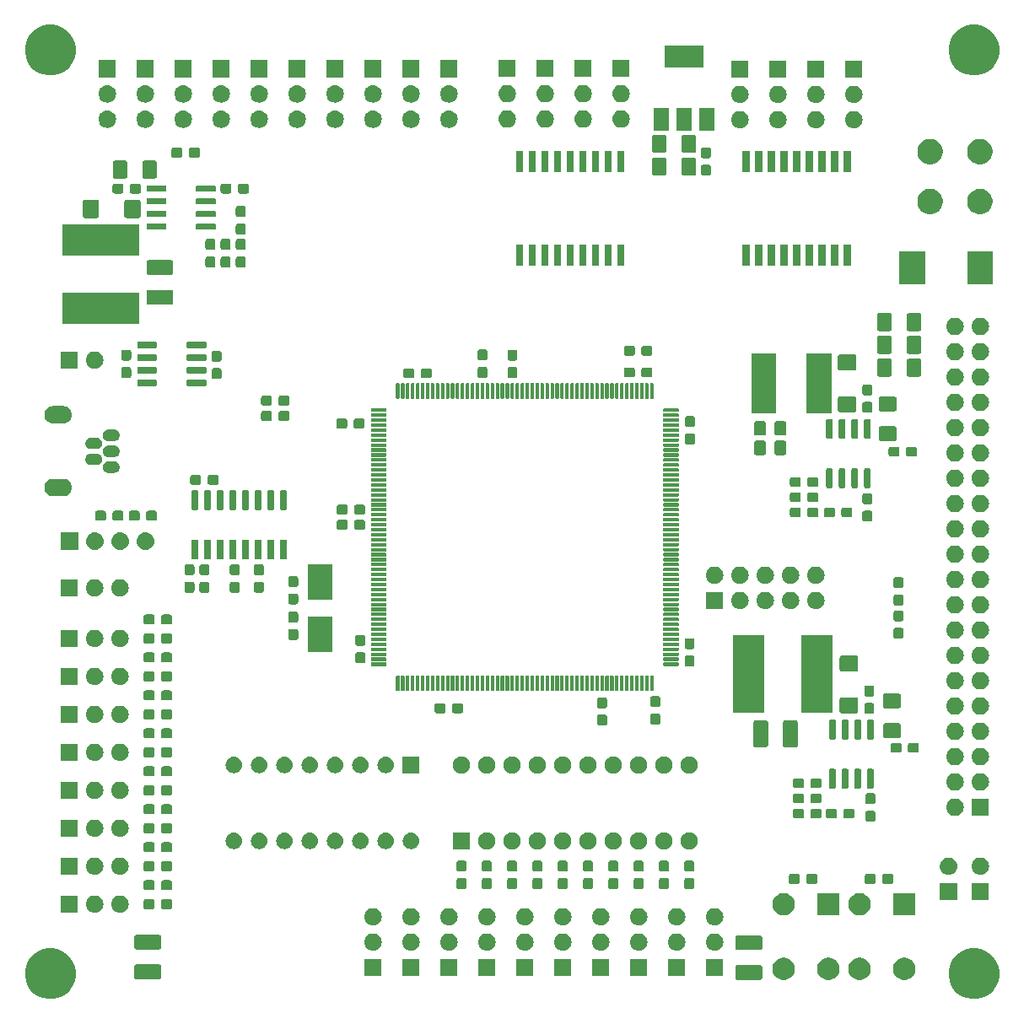
<source format=gts>
G04 #@! TF.GenerationSoftware,KiCad,Pcbnew,5.1.4-e60b266~84~ubuntu18.04.1*
G04 #@! TF.CreationDate,2019-11-04T13:45:43-06:00*
G04 #@! TF.ProjectId,2056-LPC546xxJyyyBD208-breakout,32303536-2d4c-4504-9335-343678784a79,rev?*
G04 #@! TF.SameCoordinates,Original*
G04 #@! TF.FileFunction,Soldermask,Top*
G04 #@! TF.FilePolarity,Negative*
%FSLAX46Y46*%
G04 Gerber Fmt 4.6, Leading zero omitted, Abs format (unit mm)*
G04 Created by KiCad (PCBNEW 5.1.4-e60b266~84~ubuntu18.04.1) date 2019-11-04 13:45:43*
%MOMM*%
%LPD*%
G04 APERTURE LIST*
%ADD10C,0.100000*%
G04 APERTURE END LIST*
D10*
G36*
X172828808Y-144232995D02*
G01*
X173292878Y-144425219D01*
X173710532Y-144704287D01*
X174065713Y-145059468D01*
X174344781Y-145477122D01*
X174537005Y-145941192D01*
X174635000Y-146433847D01*
X174635000Y-146936153D01*
X174537005Y-147428808D01*
X174344781Y-147892878D01*
X174065713Y-148310532D01*
X173710532Y-148665713D01*
X173292878Y-148944781D01*
X172828808Y-149137005D01*
X172336153Y-149235000D01*
X171833847Y-149235000D01*
X171341192Y-149137005D01*
X170877122Y-148944781D01*
X170459468Y-148665713D01*
X170104287Y-148310532D01*
X169825219Y-147892878D01*
X169632995Y-147428808D01*
X169535000Y-146936153D01*
X169535000Y-146433847D01*
X169632995Y-145941192D01*
X169825219Y-145477122D01*
X170104287Y-145059468D01*
X170459468Y-144704287D01*
X170877122Y-144425219D01*
X171341192Y-144232995D01*
X171833847Y-144135000D01*
X172336153Y-144135000D01*
X172828808Y-144232995D01*
X172828808Y-144232995D01*
G37*
G36*
X80118808Y-144232995D02*
G01*
X80582878Y-144425219D01*
X81000532Y-144704287D01*
X81355713Y-145059468D01*
X81634781Y-145477122D01*
X81827005Y-145941192D01*
X81925000Y-146433847D01*
X81925000Y-146936153D01*
X81827005Y-147428808D01*
X81634781Y-147892878D01*
X81355713Y-148310532D01*
X81000532Y-148665713D01*
X80582878Y-148944781D01*
X80118808Y-149137005D01*
X79626153Y-149235000D01*
X79123847Y-149235000D01*
X78631192Y-149137005D01*
X78167122Y-148944781D01*
X77749468Y-148665713D01*
X77394287Y-148310532D01*
X77115219Y-147892878D01*
X76922995Y-147428808D01*
X76825000Y-146936153D01*
X76825000Y-146433847D01*
X76922995Y-145941192D01*
X77115219Y-145477122D01*
X77394287Y-145059468D01*
X77749468Y-144704287D01*
X78167122Y-144425219D01*
X78631192Y-144232995D01*
X79123847Y-144135000D01*
X79626153Y-144135000D01*
X80118808Y-144232995D01*
X80118808Y-144232995D01*
G37*
G36*
X165428268Y-145117849D02*
G01*
X165633077Y-145202683D01*
X165817402Y-145325846D01*
X165974154Y-145482598D01*
X166097317Y-145666923D01*
X166182151Y-145871732D01*
X166225400Y-146089158D01*
X166225400Y-146310842D01*
X166182151Y-146528268D01*
X166097317Y-146733077D01*
X165974154Y-146917402D01*
X165817402Y-147074154D01*
X165633077Y-147197317D01*
X165428268Y-147282151D01*
X165210842Y-147325400D01*
X164989158Y-147325400D01*
X164771732Y-147282151D01*
X164566923Y-147197317D01*
X164382598Y-147074154D01*
X164225846Y-146917402D01*
X164102683Y-146733077D01*
X164017849Y-146528268D01*
X163974600Y-146310842D01*
X163974600Y-146089158D01*
X164017849Y-145871732D01*
X164102683Y-145666923D01*
X164225846Y-145482598D01*
X164382598Y-145325846D01*
X164566923Y-145202683D01*
X164771732Y-145117849D01*
X164989158Y-145074600D01*
X165210842Y-145074600D01*
X165428268Y-145117849D01*
X165428268Y-145117849D01*
G37*
G36*
X153308268Y-145117849D02*
G01*
X153513077Y-145202683D01*
X153697402Y-145325846D01*
X153854154Y-145482598D01*
X153977317Y-145666923D01*
X154062151Y-145871732D01*
X154105400Y-146089158D01*
X154105400Y-146310842D01*
X154062151Y-146528268D01*
X153977317Y-146733077D01*
X153854154Y-146917402D01*
X153697402Y-147074154D01*
X153513077Y-147197317D01*
X153308268Y-147282151D01*
X153090842Y-147325400D01*
X152869158Y-147325400D01*
X152651732Y-147282151D01*
X152446923Y-147197317D01*
X152262598Y-147074154D01*
X152105846Y-146917402D01*
X151982683Y-146733077D01*
X151897849Y-146528268D01*
X151854600Y-146310842D01*
X151854600Y-146089158D01*
X151897849Y-145871732D01*
X151982683Y-145666923D01*
X152105846Y-145482598D01*
X152262598Y-145325846D01*
X152446923Y-145202683D01*
X152651732Y-145117849D01*
X152869158Y-145074600D01*
X153090842Y-145074600D01*
X153308268Y-145117849D01*
X153308268Y-145117849D01*
G37*
G36*
X157808268Y-145117849D02*
G01*
X158013077Y-145202683D01*
X158197402Y-145325846D01*
X158354154Y-145482598D01*
X158477317Y-145666923D01*
X158562151Y-145871732D01*
X158605400Y-146089158D01*
X158605400Y-146310842D01*
X158562151Y-146528268D01*
X158477317Y-146733077D01*
X158354154Y-146917402D01*
X158197402Y-147074154D01*
X158013077Y-147197317D01*
X157808268Y-147282151D01*
X157590842Y-147325400D01*
X157369158Y-147325400D01*
X157151732Y-147282151D01*
X156946923Y-147197317D01*
X156762598Y-147074154D01*
X156605846Y-146917402D01*
X156482683Y-146733077D01*
X156397849Y-146528268D01*
X156354600Y-146310842D01*
X156354600Y-146089158D01*
X156397849Y-145871732D01*
X156482683Y-145666923D01*
X156605846Y-145482598D01*
X156762598Y-145325846D01*
X156946923Y-145202683D01*
X157151732Y-145117849D01*
X157369158Y-145074600D01*
X157590842Y-145074600D01*
X157808268Y-145117849D01*
X157808268Y-145117849D01*
G37*
G36*
X160928268Y-145117849D02*
G01*
X161133077Y-145202683D01*
X161317402Y-145325846D01*
X161474154Y-145482598D01*
X161597317Y-145666923D01*
X161682151Y-145871732D01*
X161725400Y-146089158D01*
X161725400Y-146310842D01*
X161682151Y-146528268D01*
X161597317Y-146733077D01*
X161474154Y-146917402D01*
X161317402Y-147074154D01*
X161133077Y-147197317D01*
X160928268Y-147282151D01*
X160710842Y-147325400D01*
X160489158Y-147325400D01*
X160271732Y-147282151D01*
X160066923Y-147197317D01*
X159882598Y-147074154D01*
X159725846Y-146917402D01*
X159602683Y-146733077D01*
X159517849Y-146528268D01*
X159474600Y-146310842D01*
X159474600Y-146089158D01*
X159517849Y-145871732D01*
X159602683Y-145666923D01*
X159725846Y-145482598D01*
X159882598Y-145325846D01*
X160066923Y-145202683D01*
X160271732Y-145117849D01*
X160489158Y-145074600D01*
X160710842Y-145074600D01*
X160928268Y-145117849D01*
X160928268Y-145117849D01*
G37*
G36*
X150647489Y-145824681D02*
G01*
X150689834Y-145837526D01*
X150728847Y-145858380D01*
X150763051Y-145886449D01*
X150791120Y-145920653D01*
X150811974Y-145959666D01*
X150824819Y-146002011D01*
X150829400Y-146048529D01*
X150829400Y-147067471D01*
X150824819Y-147113989D01*
X150811974Y-147156334D01*
X150791120Y-147195347D01*
X150763051Y-147229551D01*
X150728847Y-147257620D01*
X150689834Y-147278474D01*
X150647489Y-147291319D01*
X150600971Y-147295900D01*
X148357029Y-147295900D01*
X148310511Y-147291319D01*
X148268166Y-147278474D01*
X148229153Y-147257620D01*
X148194949Y-147229551D01*
X148166880Y-147195347D01*
X148146026Y-147156334D01*
X148133181Y-147113989D01*
X148128600Y-147067471D01*
X148128600Y-146048529D01*
X148133181Y-146002011D01*
X148146026Y-145959666D01*
X148166880Y-145920653D01*
X148194949Y-145886449D01*
X148229153Y-145858380D01*
X148268166Y-145837526D01*
X148310511Y-145824681D01*
X148357029Y-145820100D01*
X150600971Y-145820100D01*
X150647489Y-145824681D01*
X150647489Y-145824681D01*
G37*
G36*
X90322489Y-145751681D02*
G01*
X90364834Y-145764526D01*
X90403847Y-145785380D01*
X90438051Y-145813449D01*
X90466120Y-145847653D01*
X90486974Y-145886666D01*
X90499819Y-145929011D01*
X90504400Y-145975529D01*
X90504400Y-146994471D01*
X90499819Y-147040989D01*
X90486974Y-147083334D01*
X90466120Y-147122347D01*
X90438051Y-147156551D01*
X90403847Y-147184620D01*
X90364834Y-147205474D01*
X90322489Y-147218319D01*
X90275971Y-147222900D01*
X88032029Y-147222900D01*
X87985511Y-147218319D01*
X87943166Y-147205474D01*
X87904153Y-147184620D01*
X87869949Y-147156551D01*
X87841880Y-147122347D01*
X87821026Y-147083334D01*
X87808181Y-147040989D01*
X87803600Y-146994471D01*
X87803600Y-145975529D01*
X87808181Y-145929011D01*
X87821026Y-145886666D01*
X87841880Y-145847653D01*
X87869949Y-145813449D01*
X87904153Y-145785380D01*
X87943166Y-145764526D01*
X87985511Y-145751681D01*
X88032029Y-145747100D01*
X90275971Y-145747100D01*
X90322489Y-145751681D01*
X90322489Y-145751681D01*
G37*
G36*
X127875400Y-146925400D02*
G01*
X126124600Y-146925400D01*
X126124600Y-145174600D01*
X127875400Y-145174600D01*
X127875400Y-146925400D01*
X127875400Y-146925400D01*
G37*
G36*
X124065400Y-146925400D02*
G01*
X122314600Y-146925400D01*
X122314600Y-145174600D01*
X124065400Y-145174600D01*
X124065400Y-146925400D01*
X124065400Y-146925400D01*
G37*
G36*
X120255400Y-146925400D02*
G01*
X118504600Y-146925400D01*
X118504600Y-145174600D01*
X120255400Y-145174600D01*
X120255400Y-146925400D01*
X120255400Y-146925400D01*
G37*
G36*
X116445400Y-146925400D02*
G01*
X114694600Y-146925400D01*
X114694600Y-145174600D01*
X116445400Y-145174600D01*
X116445400Y-146925400D01*
X116445400Y-146925400D01*
G37*
G36*
X112635400Y-146925400D02*
G01*
X110884600Y-146925400D01*
X110884600Y-145174600D01*
X112635400Y-145174600D01*
X112635400Y-146925400D01*
X112635400Y-146925400D01*
G37*
G36*
X131685400Y-146925400D02*
G01*
X129934600Y-146925400D01*
X129934600Y-145174600D01*
X131685400Y-145174600D01*
X131685400Y-146925400D01*
X131685400Y-146925400D01*
G37*
G36*
X135495400Y-146925400D02*
G01*
X133744600Y-146925400D01*
X133744600Y-145174600D01*
X135495400Y-145174600D01*
X135495400Y-146925400D01*
X135495400Y-146925400D01*
G37*
G36*
X139305400Y-146925400D02*
G01*
X137554600Y-146925400D01*
X137554600Y-145174600D01*
X139305400Y-145174600D01*
X139305400Y-146925400D01*
X139305400Y-146925400D01*
G37*
G36*
X143115400Y-146925400D02*
G01*
X141364600Y-146925400D01*
X141364600Y-145174600D01*
X143115400Y-145174600D01*
X143115400Y-146925400D01*
X143115400Y-146925400D01*
G37*
G36*
X146925400Y-146925400D02*
G01*
X145174600Y-146925400D01*
X145174600Y-145174600D01*
X146925400Y-145174600D01*
X146925400Y-146925400D01*
X146925400Y-146925400D01*
G37*
G36*
X115741605Y-142647266D02*
G01*
X115741608Y-142647267D01*
X115906622Y-142697323D01*
X116058699Y-142778610D01*
X116191996Y-142888004D01*
X116301390Y-143021301D01*
X116382677Y-143173378D01*
X116382677Y-143173379D01*
X116432734Y-143338395D01*
X116449636Y-143510000D01*
X116432734Y-143681605D01*
X116432733Y-143681608D01*
X116382677Y-143846622D01*
X116301390Y-143998699D01*
X116191996Y-144131996D01*
X116058699Y-144241390D01*
X115906622Y-144322677D01*
X115779352Y-144361284D01*
X115741605Y-144372734D01*
X115613004Y-144385400D01*
X115526996Y-144385400D01*
X115398395Y-144372734D01*
X115360648Y-144361284D01*
X115233378Y-144322677D01*
X115081301Y-144241390D01*
X114948004Y-144131996D01*
X114838610Y-143998699D01*
X114757323Y-143846622D01*
X114707267Y-143681608D01*
X114707266Y-143681605D01*
X114690364Y-143510000D01*
X114707266Y-143338395D01*
X114757323Y-143173379D01*
X114757323Y-143173378D01*
X114838610Y-143021301D01*
X114948004Y-142888004D01*
X115081301Y-142778610D01*
X115233378Y-142697323D01*
X115398392Y-142647267D01*
X115398395Y-142647266D01*
X115526996Y-142634600D01*
X115613004Y-142634600D01*
X115741605Y-142647266D01*
X115741605Y-142647266D01*
G37*
G36*
X111931605Y-142647266D02*
G01*
X111931608Y-142647267D01*
X112096622Y-142697323D01*
X112248699Y-142778610D01*
X112381996Y-142888004D01*
X112491390Y-143021301D01*
X112572677Y-143173378D01*
X112572677Y-143173379D01*
X112622734Y-143338395D01*
X112639636Y-143510000D01*
X112622734Y-143681605D01*
X112622733Y-143681608D01*
X112572677Y-143846622D01*
X112491390Y-143998699D01*
X112381996Y-144131996D01*
X112248699Y-144241390D01*
X112096622Y-144322677D01*
X111969352Y-144361284D01*
X111931605Y-144372734D01*
X111803004Y-144385400D01*
X111716996Y-144385400D01*
X111588395Y-144372734D01*
X111550648Y-144361284D01*
X111423378Y-144322677D01*
X111271301Y-144241390D01*
X111138004Y-144131996D01*
X111028610Y-143998699D01*
X110947323Y-143846622D01*
X110897267Y-143681608D01*
X110897266Y-143681605D01*
X110880364Y-143510000D01*
X110897266Y-143338395D01*
X110947323Y-143173379D01*
X110947323Y-143173378D01*
X111028610Y-143021301D01*
X111138004Y-142888004D01*
X111271301Y-142778610D01*
X111423378Y-142697323D01*
X111588392Y-142647267D01*
X111588395Y-142647266D01*
X111716996Y-142634600D01*
X111803004Y-142634600D01*
X111931605Y-142647266D01*
X111931605Y-142647266D01*
G37*
G36*
X119551605Y-142647266D02*
G01*
X119551608Y-142647267D01*
X119716622Y-142697323D01*
X119868699Y-142778610D01*
X120001996Y-142888004D01*
X120111390Y-143021301D01*
X120192677Y-143173378D01*
X120192677Y-143173379D01*
X120242734Y-143338395D01*
X120259636Y-143510000D01*
X120242734Y-143681605D01*
X120242733Y-143681608D01*
X120192677Y-143846622D01*
X120111390Y-143998699D01*
X120001996Y-144131996D01*
X119868699Y-144241390D01*
X119716622Y-144322677D01*
X119589352Y-144361284D01*
X119551605Y-144372734D01*
X119423004Y-144385400D01*
X119336996Y-144385400D01*
X119208395Y-144372734D01*
X119170648Y-144361284D01*
X119043378Y-144322677D01*
X118891301Y-144241390D01*
X118758004Y-144131996D01*
X118648610Y-143998699D01*
X118567323Y-143846622D01*
X118517267Y-143681608D01*
X118517266Y-143681605D01*
X118500364Y-143510000D01*
X118517266Y-143338395D01*
X118567323Y-143173379D01*
X118567323Y-143173378D01*
X118648610Y-143021301D01*
X118758004Y-142888004D01*
X118891301Y-142778610D01*
X119043378Y-142697323D01*
X119208392Y-142647267D01*
X119208395Y-142647266D01*
X119336996Y-142634600D01*
X119423004Y-142634600D01*
X119551605Y-142647266D01*
X119551605Y-142647266D01*
G37*
G36*
X123361605Y-142647266D02*
G01*
X123361608Y-142647267D01*
X123526622Y-142697323D01*
X123678699Y-142778610D01*
X123811996Y-142888004D01*
X123921390Y-143021301D01*
X124002677Y-143173378D01*
X124002677Y-143173379D01*
X124052734Y-143338395D01*
X124069636Y-143510000D01*
X124052734Y-143681605D01*
X124052733Y-143681608D01*
X124002677Y-143846622D01*
X123921390Y-143998699D01*
X123811996Y-144131996D01*
X123678699Y-144241390D01*
X123526622Y-144322677D01*
X123399352Y-144361284D01*
X123361605Y-144372734D01*
X123233004Y-144385400D01*
X123146996Y-144385400D01*
X123018395Y-144372734D01*
X122980648Y-144361284D01*
X122853378Y-144322677D01*
X122701301Y-144241390D01*
X122568004Y-144131996D01*
X122458610Y-143998699D01*
X122377323Y-143846622D01*
X122327267Y-143681608D01*
X122327266Y-143681605D01*
X122310364Y-143510000D01*
X122327266Y-143338395D01*
X122377323Y-143173379D01*
X122377323Y-143173378D01*
X122458610Y-143021301D01*
X122568004Y-142888004D01*
X122701301Y-142778610D01*
X122853378Y-142697323D01*
X123018392Y-142647267D01*
X123018395Y-142647266D01*
X123146996Y-142634600D01*
X123233004Y-142634600D01*
X123361605Y-142647266D01*
X123361605Y-142647266D01*
G37*
G36*
X142411605Y-142647266D02*
G01*
X142411608Y-142647267D01*
X142576622Y-142697323D01*
X142728699Y-142778610D01*
X142861996Y-142888004D01*
X142971390Y-143021301D01*
X143052677Y-143173378D01*
X143052677Y-143173379D01*
X143102734Y-143338395D01*
X143119636Y-143510000D01*
X143102734Y-143681605D01*
X143102733Y-143681608D01*
X143052677Y-143846622D01*
X142971390Y-143998699D01*
X142861996Y-144131996D01*
X142728699Y-144241390D01*
X142576622Y-144322677D01*
X142449352Y-144361284D01*
X142411605Y-144372734D01*
X142283004Y-144385400D01*
X142196996Y-144385400D01*
X142068395Y-144372734D01*
X142030648Y-144361284D01*
X141903378Y-144322677D01*
X141751301Y-144241390D01*
X141618004Y-144131996D01*
X141508610Y-143998699D01*
X141427323Y-143846622D01*
X141377267Y-143681608D01*
X141377266Y-143681605D01*
X141360364Y-143510000D01*
X141377266Y-143338395D01*
X141427323Y-143173379D01*
X141427323Y-143173378D01*
X141508610Y-143021301D01*
X141618004Y-142888004D01*
X141751301Y-142778610D01*
X141903378Y-142697323D01*
X142068392Y-142647267D01*
X142068395Y-142647266D01*
X142196996Y-142634600D01*
X142283004Y-142634600D01*
X142411605Y-142647266D01*
X142411605Y-142647266D01*
G37*
G36*
X130981605Y-142647266D02*
G01*
X130981608Y-142647267D01*
X131146622Y-142697323D01*
X131298699Y-142778610D01*
X131431996Y-142888004D01*
X131541390Y-143021301D01*
X131622677Y-143173378D01*
X131622677Y-143173379D01*
X131672734Y-143338395D01*
X131689636Y-143510000D01*
X131672734Y-143681605D01*
X131672733Y-143681608D01*
X131622677Y-143846622D01*
X131541390Y-143998699D01*
X131431996Y-144131996D01*
X131298699Y-144241390D01*
X131146622Y-144322677D01*
X131019352Y-144361284D01*
X130981605Y-144372734D01*
X130853004Y-144385400D01*
X130766996Y-144385400D01*
X130638395Y-144372734D01*
X130600648Y-144361284D01*
X130473378Y-144322677D01*
X130321301Y-144241390D01*
X130188004Y-144131996D01*
X130078610Y-143998699D01*
X129997323Y-143846622D01*
X129947267Y-143681608D01*
X129947266Y-143681605D01*
X129930364Y-143510000D01*
X129947266Y-143338395D01*
X129997323Y-143173379D01*
X129997323Y-143173378D01*
X130078610Y-143021301D01*
X130188004Y-142888004D01*
X130321301Y-142778610D01*
X130473378Y-142697323D01*
X130638392Y-142647267D01*
X130638395Y-142647266D01*
X130766996Y-142634600D01*
X130853004Y-142634600D01*
X130981605Y-142647266D01*
X130981605Y-142647266D01*
G37*
G36*
X134791605Y-142647266D02*
G01*
X134791608Y-142647267D01*
X134956622Y-142697323D01*
X135108699Y-142778610D01*
X135241996Y-142888004D01*
X135351390Y-143021301D01*
X135432677Y-143173378D01*
X135432677Y-143173379D01*
X135482734Y-143338395D01*
X135499636Y-143510000D01*
X135482734Y-143681605D01*
X135482733Y-143681608D01*
X135432677Y-143846622D01*
X135351390Y-143998699D01*
X135241996Y-144131996D01*
X135108699Y-144241390D01*
X134956622Y-144322677D01*
X134829352Y-144361284D01*
X134791605Y-144372734D01*
X134663004Y-144385400D01*
X134576996Y-144385400D01*
X134448395Y-144372734D01*
X134410648Y-144361284D01*
X134283378Y-144322677D01*
X134131301Y-144241390D01*
X133998004Y-144131996D01*
X133888610Y-143998699D01*
X133807323Y-143846622D01*
X133757267Y-143681608D01*
X133757266Y-143681605D01*
X133740364Y-143510000D01*
X133757266Y-143338395D01*
X133807323Y-143173379D01*
X133807323Y-143173378D01*
X133888610Y-143021301D01*
X133998004Y-142888004D01*
X134131301Y-142778610D01*
X134283378Y-142697323D01*
X134448392Y-142647267D01*
X134448395Y-142647266D01*
X134576996Y-142634600D01*
X134663004Y-142634600D01*
X134791605Y-142647266D01*
X134791605Y-142647266D01*
G37*
G36*
X146221605Y-142647266D02*
G01*
X146221608Y-142647267D01*
X146386622Y-142697323D01*
X146538699Y-142778610D01*
X146671996Y-142888004D01*
X146781390Y-143021301D01*
X146862677Y-143173378D01*
X146862677Y-143173379D01*
X146912734Y-143338395D01*
X146929636Y-143510000D01*
X146912734Y-143681605D01*
X146912733Y-143681608D01*
X146862677Y-143846622D01*
X146781390Y-143998699D01*
X146671996Y-144131996D01*
X146538699Y-144241390D01*
X146386622Y-144322677D01*
X146259352Y-144361284D01*
X146221605Y-144372734D01*
X146093004Y-144385400D01*
X146006996Y-144385400D01*
X145878395Y-144372734D01*
X145840648Y-144361284D01*
X145713378Y-144322677D01*
X145561301Y-144241390D01*
X145428004Y-144131996D01*
X145318610Y-143998699D01*
X145237323Y-143846622D01*
X145187267Y-143681608D01*
X145187266Y-143681605D01*
X145170364Y-143510000D01*
X145187266Y-143338395D01*
X145237323Y-143173379D01*
X145237323Y-143173378D01*
X145318610Y-143021301D01*
X145428004Y-142888004D01*
X145561301Y-142778610D01*
X145713378Y-142697323D01*
X145878392Y-142647267D01*
X145878395Y-142647266D01*
X146006996Y-142634600D01*
X146093004Y-142634600D01*
X146221605Y-142647266D01*
X146221605Y-142647266D01*
G37*
G36*
X138601605Y-142647266D02*
G01*
X138601608Y-142647267D01*
X138766622Y-142697323D01*
X138918699Y-142778610D01*
X139051996Y-142888004D01*
X139161390Y-143021301D01*
X139242677Y-143173378D01*
X139242677Y-143173379D01*
X139292734Y-143338395D01*
X139309636Y-143510000D01*
X139292734Y-143681605D01*
X139292733Y-143681608D01*
X139242677Y-143846622D01*
X139161390Y-143998699D01*
X139051996Y-144131996D01*
X138918699Y-144241390D01*
X138766622Y-144322677D01*
X138639352Y-144361284D01*
X138601605Y-144372734D01*
X138473004Y-144385400D01*
X138386996Y-144385400D01*
X138258395Y-144372734D01*
X138220648Y-144361284D01*
X138093378Y-144322677D01*
X137941301Y-144241390D01*
X137808004Y-144131996D01*
X137698610Y-143998699D01*
X137617323Y-143846622D01*
X137567267Y-143681608D01*
X137567266Y-143681605D01*
X137550364Y-143510000D01*
X137567266Y-143338395D01*
X137617323Y-143173379D01*
X137617323Y-143173378D01*
X137698610Y-143021301D01*
X137808004Y-142888004D01*
X137941301Y-142778610D01*
X138093378Y-142697323D01*
X138258392Y-142647267D01*
X138258395Y-142647266D01*
X138386996Y-142634600D01*
X138473004Y-142634600D01*
X138601605Y-142647266D01*
X138601605Y-142647266D01*
G37*
G36*
X127171605Y-142647266D02*
G01*
X127171608Y-142647267D01*
X127336622Y-142697323D01*
X127488699Y-142778610D01*
X127621996Y-142888004D01*
X127731390Y-143021301D01*
X127812677Y-143173378D01*
X127812677Y-143173379D01*
X127862734Y-143338395D01*
X127879636Y-143510000D01*
X127862734Y-143681605D01*
X127862733Y-143681608D01*
X127812677Y-143846622D01*
X127731390Y-143998699D01*
X127621996Y-144131996D01*
X127488699Y-144241390D01*
X127336622Y-144322677D01*
X127209352Y-144361284D01*
X127171605Y-144372734D01*
X127043004Y-144385400D01*
X126956996Y-144385400D01*
X126828395Y-144372734D01*
X126790648Y-144361284D01*
X126663378Y-144322677D01*
X126511301Y-144241390D01*
X126378004Y-144131996D01*
X126268610Y-143998699D01*
X126187323Y-143846622D01*
X126137267Y-143681608D01*
X126137266Y-143681605D01*
X126120364Y-143510000D01*
X126137266Y-143338395D01*
X126187323Y-143173379D01*
X126187323Y-143173378D01*
X126268610Y-143021301D01*
X126378004Y-142888004D01*
X126511301Y-142778610D01*
X126663378Y-142697323D01*
X126828392Y-142647267D01*
X126828395Y-142647266D01*
X126956996Y-142634600D01*
X127043004Y-142634600D01*
X127171605Y-142647266D01*
X127171605Y-142647266D01*
G37*
G36*
X150647489Y-142849681D02*
G01*
X150689834Y-142862526D01*
X150728847Y-142883380D01*
X150763051Y-142911449D01*
X150791120Y-142945653D01*
X150811974Y-142984666D01*
X150824819Y-143027011D01*
X150829400Y-143073529D01*
X150829400Y-144092471D01*
X150824819Y-144138989D01*
X150811974Y-144181334D01*
X150791120Y-144220347D01*
X150763051Y-144254551D01*
X150728847Y-144282620D01*
X150689834Y-144303474D01*
X150647489Y-144316319D01*
X150600971Y-144320900D01*
X148357029Y-144320900D01*
X148310511Y-144316319D01*
X148268166Y-144303474D01*
X148229153Y-144282620D01*
X148194949Y-144254551D01*
X148166880Y-144220347D01*
X148146026Y-144181334D01*
X148133181Y-144138989D01*
X148128600Y-144092471D01*
X148128600Y-143073529D01*
X148133181Y-143027011D01*
X148146026Y-142984666D01*
X148166880Y-142945653D01*
X148194949Y-142911449D01*
X148229153Y-142883380D01*
X148268166Y-142862526D01*
X148310511Y-142849681D01*
X148357029Y-142845100D01*
X150600971Y-142845100D01*
X150647489Y-142849681D01*
X150647489Y-142849681D01*
G37*
G36*
X90322489Y-142776681D02*
G01*
X90364834Y-142789526D01*
X90403847Y-142810380D01*
X90438051Y-142838449D01*
X90466120Y-142872653D01*
X90486974Y-142911666D01*
X90499819Y-142954011D01*
X90504400Y-143000529D01*
X90504400Y-144019471D01*
X90499819Y-144065989D01*
X90486974Y-144108334D01*
X90466120Y-144147347D01*
X90438051Y-144181551D01*
X90403847Y-144209620D01*
X90364834Y-144230474D01*
X90322489Y-144243319D01*
X90275971Y-144247900D01*
X88032029Y-144247900D01*
X87985511Y-144243319D01*
X87943166Y-144230474D01*
X87904153Y-144209620D01*
X87869949Y-144181551D01*
X87841880Y-144147347D01*
X87821026Y-144108334D01*
X87808181Y-144065989D01*
X87803600Y-144019471D01*
X87803600Y-143000529D01*
X87808181Y-142954011D01*
X87821026Y-142911666D01*
X87841880Y-142872653D01*
X87869949Y-142838449D01*
X87904153Y-142810380D01*
X87943166Y-142789526D01*
X87985511Y-142776681D01*
X88032029Y-142772100D01*
X90275971Y-142772100D01*
X90322489Y-142776681D01*
X90322489Y-142776681D01*
G37*
G36*
X127171605Y-140107266D02*
G01*
X127171608Y-140107267D01*
X127336622Y-140157323D01*
X127488699Y-140238610D01*
X127621996Y-140348004D01*
X127731390Y-140481301D01*
X127812677Y-140633378D01*
X127851284Y-140760648D01*
X127862734Y-140798395D01*
X127879636Y-140970000D01*
X127862734Y-141141605D01*
X127862733Y-141141608D01*
X127812677Y-141306622D01*
X127731390Y-141458699D01*
X127621996Y-141591996D01*
X127488699Y-141701390D01*
X127336622Y-141782677D01*
X127209352Y-141821284D01*
X127171605Y-141832734D01*
X127043004Y-141845400D01*
X126956996Y-141845400D01*
X126828395Y-141832734D01*
X126790648Y-141821284D01*
X126663378Y-141782677D01*
X126511301Y-141701390D01*
X126378004Y-141591996D01*
X126268610Y-141458699D01*
X126187323Y-141306622D01*
X126137267Y-141141608D01*
X126137266Y-141141605D01*
X126120364Y-140970000D01*
X126137266Y-140798395D01*
X126148716Y-140760648D01*
X126187323Y-140633378D01*
X126268610Y-140481301D01*
X126378004Y-140348004D01*
X126511301Y-140238610D01*
X126663378Y-140157323D01*
X126828392Y-140107267D01*
X126828395Y-140107266D01*
X126956996Y-140094600D01*
X127043004Y-140094600D01*
X127171605Y-140107266D01*
X127171605Y-140107266D01*
G37*
G36*
X146221605Y-140107266D02*
G01*
X146221608Y-140107267D01*
X146386622Y-140157323D01*
X146538699Y-140238610D01*
X146671996Y-140348004D01*
X146781390Y-140481301D01*
X146862677Y-140633378D01*
X146901284Y-140760648D01*
X146912734Y-140798395D01*
X146929636Y-140970000D01*
X146912734Y-141141605D01*
X146912733Y-141141608D01*
X146862677Y-141306622D01*
X146781390Y-141458699D01*
X146671996Y-141591996D01*
X146538699Y-141701390D01*
X146386622Y-141782677D01*
X146259352Y-141821284D01*
X146221605Y-141832734D01*
X146093004Y-141845400D01*
X146006996Y-141845400D01*
X145878395Y-141832734D01*
X145840648Y-141821284D01*
X145713378Y-141782677D01*
X145561301Y-141701390D01*
X145428004Y-141591996D01*
X145318610Y-141458699D01*
X145237323Y-141306622D01*
X145187267Y-141141608D01*
X145187266Y-141141605D01*
X145170364Y-140970000D01*
X145187266Y-140798395D01*
X145198716Y-140760648D01*
X145237323Y-140633378D01*
X145318610Y-140481301D01*
X145428004Y-140348004D01*
X145561301Y-140238610D01*
X145713378Y-140157323D01*
X145878392Y-140107267D01*
X145878395Y-140107266D01*
X146006996Y-140094600D01*
X146093004Y-140094600D01*
X146221605Y-140107266D01*
X146221605Y-140107266D01*
G37*
G36*
X142411605Y-140107266D02*
G01*
X142411608Y-140107267D01*
X142576622Y-140157323D01*
X142728699Y-140238610D01*
X142861996Y-140348004D01*
X142971390Y-140481301D01*
X143052677Y-140633378D01*
X143091284Y-140760648D01*
X143102734Y-140798395D01*
X143119636Y-140970000D01*
X143102734Y-141141605D01*
X143102733Y-141141608D01*
X143052677Y-141306622D01*
X142971390Y-141458699D01*
X142861996Y-141591996D01*
X142728699Y-141701390D01*
X142576622Y-141782677D01*
X142449352Y-141821284D01*
X142411605Y-141832734D01*
X142283004Y-141845400D01*
X142196996Y-141845400D01*
X142068395Y-141832734D01*
X142030648Y-141821284D01*
X141903378Y-141782677D01*
X141751301Y-141701390D01*
X141618004Y-141591996D01*
X141508610Y-141458699D01*
X141427323Y-141306622D01*
X141377267Y-141141608D01*
X141377266Y-141141605D01*
X141360364Y-140970000D01*
X141377266Y-140798395D01*
X141388716Y-140760648D01*
X141427323Y-140633378D01*
X141508610Y-140481301D01*
X141618004Y-140348004D01*
X141751301Y-140238610D01*
X141903378Y-140157323D01*
X142068392Y-140107267D01*
X142068395Y-140107266D01*
X142196996Y-140094600D01*
X142283004Y-140094600D01*
X142411605Y-140107266D01*
X142411605Y-140107266D01*
G37*
G36*
X138601605Y-140107266D02*
G01*
X138601608Y-140107267D01*
X138766622Y-140157323D01*
X138918699Y-140238610D01*
X139051996Y-140348004D01*
X139161390Y-140481301D01*
X139242677Y-140633378D01*
X139281284Y-140760648D01*
X139292734Y-140798395D01*
X139309636Y-140970000D01*
X139292734Y-141141605D01*
X139292733Y-141141608D01*
X139242677Y-141306622D01*
X139161390Y-141458699D01*
X139051996Y-141591996D01*
X138918699Y-141701390D01*
X138766622Y-141782677D01*
X138639352Y-141821284D01*
X138601605Y-141832734D01*
X138473004Y-141845400D01*
X138386996Y-141845400D01*
X138258395Y-141832734D01*
X138220648Y-141821284D01*
X138093378Y-141782677D01*
X137941301Y-141701390D01*
X137808004Y-141591996D01*
X137698610Y-141458699D01*
X137617323Y-141306622D01*
X137567267Y-141141608D01*
X137567266Y-141141605D01*
X137550364Y-140970000D01*
X137567266Y-140798395D01*
X137578716Y-140760648D01*
X137617323Y-140633378D01*
X137698610Y-140481301D01*
X137808004Y-140348004D01*
X137941301Y-140238610D01*
X138093378Y-140157323D01*
X138258392Y-140107267D01*
X138258395Y-140107266D01*
X138386996Y-140094600D01*
X138473004Y-140094600D01*
X138601605Y-140107266D01*
X138601605Y-140107266D01*
G37*
G36*
X130981605Y-140107266D02*
G01*
X130981608Y-140107267D01*
X131146622Y-140157323D01*
X131298699Y-140238610D01*
X131431996Y-140348004D01*
X131541390Y-140481301D01*
X131622677Y-140633378D01*
X131661284Y-140760648D01*
X131672734Y-140798395D01*
X131689636Y-140970000D01*
X131672734Y-141141605D01*
X131672733Y-141141608D01*
X131622677Y-141306622D01*
X131541390Y-141458699D01*
X131431996Y-141591996D01*
X131298699Y-141701390D01*
X131146622Y-141782677D01*
X131019352Y-141821284D01*
X130981605Y-141832734D01*
X130853004Y-141845400D01*
X130766996Y-141845400D01*
X130638395Y-141832734D01*
X130600648Y-141821284D01*
X130473378Y-141782677D01*
X130321301Y-141701390D01*
X130188004Y-141591996D01*
X130078610Y-141458699D01*
X129997323Y-141306622D01*
X129947267Y-141141608D01*
X129947266Y-141141605D01*
X129930364Y-140970000D01*
X129947266Y-140798395D01*
X129958716Y-140760648D01*
X129997323Y-140633378D01*
X130078610Y-140481301D01*
X130188004Y-140348004D01*
X130321301Y-140238610D01*
X130473378Y-140157323D01*
X130638392Y-140107267D01*
X130638395Y-140107266D01*
X130766996Y-140094600D01*
X130853004Y-140094600D01*
X130981605Y-140107266D01*
X130981605Y-140107266D01*
G37*
G36*
X123361605Y-140107266D02*
G01*
X123361608Y-140107267D01*
X123526622Y-140157323D01*
X123678699Y-140238610D01*
X123811996Y-140348004D01*
X123921390Y-140481301D01*
X124002677Y-140633378D01*
X124041284Y-140760648D01*
X124052734Y-140798395D01*
X124069636Y-140970000D01*
X124052734Y-141141605D01*
X124052733Y-141141608D01*
X124002677Y-141306622D01*
X123921390Y-141458699D01*
X123811996Y-141591996D01*
X123678699Y-141701390D01*
X123526622Y-141782677D01*
X123399352Y-141821284D01*
X123361605Y-141832734D01*
X123233004Y-141845400D01*
X123146996Y-141845400D01*
X123018395Y-141832734D01*
X122980648Y-141821284D01*
X122853378Y-141782677D01*
X122701301Y-141701390D01*
X122568004Y-141591996D01*
X122458610Y-141458699D01*
X122377323Y-141306622D01*
X122327267Y-141141608D01*
X122327266Y-141141605D01*
X122310364Y-140970000D01*
X122327266Y-140798395D01*
X122338716Y-140760648D01*
X122377323Y-140633378D01*
X122458610Y-140481301D01*
X122568004Y-140348004D01*
X122701301Y-140238610D01*
X122853378Y-140157323D01*
X123018392Y-140107267D01*
X123018395Y-140107266D01*
X123146996Y-140094600D01*
X123233004Y-140094600D01*
X123361605Y-140107266D01*
X123361605Y-140107266D01*
G37*
G36*
X119551605Y-140107266D02*
G01*
X119551608Y-140107267D01*
X119716622Y-140157323D01*
X119868699Y-140238610D01*
X120001996Y-140348004D01*
X120111390Y-140481301D01*
X120192677Y-140633378D01*
X120231284Y-140760648D01*
X120242734Y-140798395D01*
X120259636Y-140970000D01*
X120242734Y-141141605D01*
X120242733Y-141141608D01*
X120192677Y-141306622D01*
X120111390Y-141458699D01*
X120001996Y-141591996D01*
X119868699Y-141701390D01*
X119716622Y-141782677D01*
X119589352Y-141821284D01*
X119551605Y-141832734D01*
X119423004Y-141845400D01*
X119336996Y-141845400D01*
X119208395Y-141832734D01*
X119170648Y-141821284D01*
X119043378Y-141782677D01*
X118891301Y-141701390D01*
X118758004Y-141591996D01*
X118648610Y-141458699D01*
X118567323Y-141306622D01*
X118517267Y-141141608D01*
X118517266Y-141141605D01*
X118500364Y-140970000D01*
X118517266Y-140798395D01*
X118528716Y-140760648D01*
X118567323Y-140633378D01*
X118648610Y-140481301D01*
X118758004Y-140348004D01*
X118891301Y-140238610D01*
X119043378Y-140157323D01*
X119208392Y-140107267D01*
X119208395Y-140107266D01*
X119336996Y-140094600D01*
X119423004Y-140094600D01*
X119551605Y-140107266D01*
X119551605Y-140107266D01*
G37*
G36*
X115741605Y-140107266D02*
G01*
X115741608Y-140107267D01*
X115906622Y-140157323D01*
X116058699Y-140238610D01*
X116191996Y-140348004D01*
X116301390Y-140481301D01*
X116382677Y-140633378D01*
X116421284Y-140760648D01*
X116432734Y-140798395D01*
X116449636Y-140970000D01*
X116432734Y-141141605D01*
X116432733Y-141141608D01*
X116382677Y-141306622D01*
X116301390Y-141458699D01*
X116191996Y-141591996D01*
X116058699Y-141701390D01*
X115906622Y-141782677D01*
X115779352Y-141821284D01*
X115741605Y-141832734D01*
X115613004Y-141845400D01*
X115526996Y-141845400D01*
X115398395Y-141832734D01*
X115360648Y-141821284D01*
X115233378Y-141782677D01*
X115081301Y-141701390D01*
X114948004Y-141591996D01*
X114838610Y-141458699D01*
X114757323Y-141306622D01*
X114707267Y-141141608D01*
X114707266Y-141141605D01*
X114690364Y-140970000D01*
X114707266Y-140798395D01*
X114718716Y-140760648D01*
X114757323Y-140633378D01*
X114838610Y-140481301D01*
X114948004Y-140348004D01*
X115081301Y-140238610D01*
X115233378Y-140157323D01*
X115398392Y-140107267D01*
X115398395Y-140107266D01*
X115526996Y-140094600D01*
X115613004Y-140094600D01*
X115741605Y-140107266D01*
X115741605Y-140107266D01*
G37*
G36*
X134791605Y-140107266D02*
G01*
X134791608Y-140107267D01*
X134956622Y-140157323D01*
X135108699Y-140238610D01*
X135241996Y-140348004D01*
X135351390Y-140481301D01*
X135432677Y-140633378D01*
X135471284Y-140760648D01*
X135482734Y-140798395D01*
X135499636Y-140970000D01*
X135482734Y-141141605D01*
X135482733Y-141141608D01*
X135432677Y-141306622D01*
X135351390Y-141458699D01*
X135241996Y-141591996D01*
X135108699Y-141701390D01*
X134956622Y-141782677D01*
X134829352Y-141821284D01*
X134791605Y-141832734D01*
X134663004Y-141845400D01*
X134576996Y-141845400D01*
X134448395Y-141832734D01*
X134410648Y-141821284D01*
X134283378Y-141782677D01*
X134131301Y-141701390D01*
X133998004Y-141591996D01*
X133888610Y-141458699D01*
X133807323Y-141306622D01*
X133757267Y-141141608D01*
X133757266Y-141141605D01*
X133740364Y-140970000D01*
X133757266Y-140798395D01*
X133768716Y-140760648D01*
X133807323Y-140633378D01*
X133888610Y-140481301D01*
X133998004Y-140348004D01*
X134131301Y-140238610D01*
X134283378Y-140157323D01*
X134448392Y-140107267D01*
X134448395Y-140107266D01*
X134576996Y-140094600D01*
X134663004Y-140094600D01*
X134791605Y-140107266D01*
X134791605Y-140107266D01*
G37*
G36*
X111931605Y-140107266D02*
G01*
X111931608Y-140107267D01*
X112096622Y-140157323D01*
X112248699Y-140238610D01*
X112381996Y-140348004D01*
X112491390Y-140481301D01*
X112572677Y-140633378D01*
X112611284Y-140760648D01*
X112622734Y-140798395D01*
X112639636Y-140970000D01*
X112622734Y-141141605D01*
X112622733Y-141141608D01*
X112572677Y-141306622D01*
X112491390Y-141458699D01*
X112381996Y-141591996D01*
X112248699Y-141701390D01*
X112096622Y-141782677D01*
X111969352Y-141821284D01*
X111931605Y-141832734D01*
X111803004Y-141845400D01*
X111716996Y-141845400D01*
X111588395Y-141832734D01*
X111550648Y-141821284D01*
X111423378Y-141782677D01*
X111271301Y-141701390D01*
X111138004Y-141591996D01*
X111028610Y-141458699D01*
X110947323Y-141306622D01*
X110897267Y-141141608D01*
X110897266Y-141141605D01*
X110880364Y-140970000D01*
X110897266Y-140798395D01*
X110908716Y-140760648D01*
X110947323Y-140633378D01*
X111028610Y-140481301D01*
X111138004Y-140348004D01*
X111271301Y-140238610D01*
X111423378Y-140157323D01*
X111588392Y-140107267D01*
X111588395Y-140107266D01*
X111716996Y-140094600D01*
X111803004Y-140094600D01*
X111931605Y-140107266D01*
X111931605Y-140107266D01*
G37*
G36*
X166225400Y-140825400D02*
G01*
X163974600Y-140825400D01*
X163974600Y-138574600D01*
X166225400Y-138574600D01*
X166225400Y-140825400D01*
X166225400Y-140825400D01*
G37*
G36*
X153308268Y-138617849D02*
G01*
X153513077Y-138702683D01*
X153697402Y-138825846D01*
X153854154Y-138982598D01*
X153977317Y-139166923D01*
X154062151Y-139371732D01*
X154105400Y-139589158D01*
X154105400Y-139810842D01*
X154062151Y-140028268D01*
X153977317Y-140233077D01*
X153854154Y-140417402D01*
X153697402Y-140574154D01*
X153513077Y-140697317D01*
X153308268Y-140782151D01*
X153090842Y-140825400D01*
X152869158Y-140825400D01*
X152651732Y-140782151D01*
X152446923Y-140697317D01*
X152262598Y-140574154D01*
X152105846Y-140417402D01*
X151982683Y-140233077D01*
X151897849Y-140028268D01*
X151854600Y-139810842D01*
X151854600Y-139589158D01*
X151897849Y-139371732D01*
X151982683Y-139166923D01*
X152105846Y-138982598D01*
X152262598Y-138825846D01*
X152446923Y-138702683D01*
X152651732Y-138617849D01*
X152869158Y-138574600D01*
X153090842Y-138574600D01*
X153308268Y-138617849D01*
X153308268Y-138617849D01*
G37*
G36*
X158605400Y-140825400D02*
G01*
X156354600Y-140825400D01*
X156354600Y-138574600D01*
X158605400Y-138574600D01*
X158605400Y-140825400D01*
X158605400Y-140825400D01*
G37*
G36*
X160928268Y-138617849D02*
G01*
X161133077Y-138702683D01*
X161317402Y-138825846D01*
X161474154Y-138982598D01*
X161597317Y-139166923D01*
X161682151Y-139371732D01*
X161725400Y-139589158D01*
X161725400Y-139810842D01*
X161682151Y-140028268D01*
X161597317Y-140233077D01*
X161474154Y-140417402D01*
X161317402Y-140574154D01*
X161133077Y-140697317D01*
X160928268Y-140782151D01*
X160710842Y-140825400D01*
X160489158Y-140825400D01*
X160271732Y-140782151D01*
X160066923Y-140697317D01*
X159882598Y-140574154D01*
X159725846Y-140417402D01*
X159602683Y-140233077D01*
X159517849Y-140028268D01*
X159474600Y-139810842D01*
X159474600Y-139589158D01*
X159517849Y-139371732D01*
X159602683Y-139166923D01*
X159725846Y-138982598D01*
X159882598Y-138825846D01*
X160066923Y-138702683D01*
X160271732Y-138617849D01*
X160489158Y-138574600D01*
X160710842Y-138574600D01*
X160928268Y-138617849D01*
X160928268Y-138617849D01*
G37*
G36*
X83991605Y-138837266D02*
G01*
X83991608Y-138837267D01*
X84156622Y-138887323D01*
X84308699Y-138968610D01*
X84441996Y-139078004D01*
X84551390Y-139211301D01*
X84632677Y-139363378D01*
X84671284Y-139490648D01*
X84682734Y-139528395D01*
X84699636Y-139700000D01*
X84682734Y-139871605D01*
X84682733Y-139871608D01*
X84632677Y-140036622D01*
X84551390Y-140188699D01*
X84441996Y-140321996D01*
X84308699Y-140431390D01*
X84156622Y-140512677D01*
X84029352Y-140551284D01*
X83991605Y-140562734D01*
X83863004Y-140575400D01*
X83776996Y-140575400D01*
X83648395Y-140562734D01*
X83610648Y-140551284D01*
X83483378Y-140512677D01*
X83331301Y-140431390D01*
X83198004Y-140321996D01*
X83088610Y-140188699D01*
X83007323Y-140036622D01*
X82957267Y-139871608D01*
X82957266Y-139871605D01*
X82940364Y-139700000D01*
X82957266Y-139528395D01*
X82968716Y-139490648D01*
X83007323Y-139363378D01*
X83088610Y-139211301D01*
X83198004Y-139078004D01*
X83331301Y-138968610D01*
X83483378Y-138887323D01*
X83648392Y-138837267D01*
X83648395Y-138837266D01*
X83776996Y-138824600D01*
X83863004Y-138824600D01*
X83991605Y-138837266D01*
X83991605Y-138837266D01*
G37*
G36*
X82155400Y-140575400D02*
G01*
X80404600Y-140575400D01*
X80404600Y-138824600D01*
X82155400Y-138824600D01*
X82155400Y-140575400D01*
X82155400Y-140575400D01*
G37*
G36*
X86531605Y-138837266D02*
G01*
X86531608Y-138837267D01*
X86696622Y-138887323D01*
X86848699Y-138968610D01*
X86981996Y-139078004D01*
X87091390Y-139211301D01*
X87172677Y-139363378D01*
X87211284Y-139490648D01*
X87222734Y-139528395D01*
X87239636Y-139700000D01*
X87222734Y-139871605D01*
X87222733Y-139871608D01*
X87172677Y-140036622D01*
X87091390Y-140188699D01*
X86981996Y-140321996D01*
X86848699Y-140431390D01*
X86696622Y-140512677D01*
X86569352Y-140551284D01*
X86531605Y-140562734D01*
X86403004Y-140575400D01*
X86316996Y-140575400D01*
X86188395Y-140562734D01*
X86150648Y-140551284D01*
X86023378Y-140512677D01*
X85871301Y-140431390D01*
X85738004Y-140321996D01*
X85628610Y-140188699D01*
X85547323Y-140036622D01*
X85497267Y-139871608D01*
X85497266Y-139871605D01*
X85480364Y-139700000D01*
X85497266Y-139528395D01*
X85508716Y-139490648D01*
X85547323Y-139363378D01*
X85628610Y-139211301D01*
X85738004Y-139078004D01*
X85871301Y-138968610D01*
X86023378Y-138887323D01*
X86188392Y-138837267D01*
X86188395Y-138837266D01*
X86316996Y-138824600D01*
X86403004Y-138824600D01*
X86531605Y-138837266D01*
X86531605Y-138837266D01*
G37*
G36*
X91414405Y-139204160D02*
G01*
X91456535Y-139216940D01*
X91495355Y-139237690D01*
X91529384Y-139265616D01*
X91557310Y-139299645D01*
X91578060Y-139338465D01*
X91590840Y-139380595D01*
X91595400Y-139426893D01*
X91595400Y-139973107D01*
X91590840Y-140019405D01*
X91578060Y-140061535D01*
X91557310Y-140100355D01*
X91529384Y-140134384D01*
X91495355Y-140162310D01*
X91456535Y-140183060D01*
X91414405Y-140195840D01*
X91368107Y-140200400D01*
X90721893Y-140200400D01*
X90675595Y-140195840D01*
X90633465Y-140183060D01*
X90594645Y-140162310D01*
X90560616Y-140134384D01*
X90532690Y-140100355D01*
X90511940Y-140061535D01*
X90499160Y-140019405D01*
X90494600Y-139973107D01*
X90494600Y-139426893D01*
X90499160Y-139380595D01*
X90511940Y-139338465D01*
X90532690Y-139299645D01*
X90560616Y-139265616D01*
X90594645Y-139237690D01*
X90633465Y-139216940D01*
X90675595Y-139204160D01*
X90721893Y-139199600D01*
X91368107Y-139199600D01*
X91414405Y-139204160D01*
X91414405Y-139204160D01*
G37*
G36*
X89664405Y-139204160D02*
G01*
X89706535Y-139216940D01*
X89745355Y-139237690D01*
X89779384Y-139265616D01*
X89807310Y-139299645D01*
X89828060Y-139338465D01*
X89840840Y-139380595D01*
X89845400Y-139426893D01*
X89845400Y-139973107D01*
X89840840Y-140019405D01*
X89828060Y-140061535D01*
X89807310Y-140100355D01*
X89779384Y-140134384D01*
X89745355Y-140162310D01*
X89706535Y-140183060D01*
X89664405Y-140195840D01*
X89618107Y-140200400D01*
X88971893Y-140200400D01*
X88925595Y-140195840D01*
X88883465Y-140183060D01*
X88844645Y-140162310D01*
X88810616Y-140134384D01*
X88782690Y-140100355D01*
X88761940Y-140061535D01*
X88749160Y-140019405D01*
X88744600Y-139973107D01*
X88744600Y-139426893D01*
X88749160Y-139380595D01*
X88761940Y-139338465D01*
X88782690Y-139299645D01*
X88810616Y-139265616D01*
X88844645Y-139237690D01*
X88883465Y-139216940D01*
X88925595Y-139204160D01*
X88971893Y-139199600D01*
X89618107Y-139199600D01*
X89664405Y-139204160D01*
X89664405Y-139204160D01*
G37*
G36*
X173595400Y-139305400D02*
G01*
X171844600Y-139305400D01*
X171844600Y-137554600D01*
X173595400Y-137554600D01*
X173595400Y-139305400D01*
X173595400Y-139305400D01*
G37*
G36*
X170420400Y-139305400D02*
G01*
X168669600Y-139305400D01*
X168669600Y-137554600D01*
X170420400Y-137554600D01*
X170420400Y-139305400D01*
X170420400Y-139305400D01*
G37*
G36*
X89664405Y-137299160D02*
G01*
X89706535Y-137311940D01*
X89745355Y-137332690D01*
X89779384Y-137360616D01*
X89807310Y-137394645D01*
X89828060Y-137433465D01*
X89840840Y-137475595D01*
X89845400Y-137521893D01*
X89845400Y-138068107D01*
X89840840Y-138114405D01*
X89828060Y-138156535D01*
X89807310Y-138195355D01*
X89779384Y-138229384D01*
X89745355Y-138257310D01*
X89706535Y-138278060D01*
X89664405Y-138290840D01*
X89618107Y-138295400D01*
X88971893Y-138295400D01*
X88925595Y-138290840D01*
X88883465Y-138278060D01*
X88844645Y-138257310D01*
X88810616Y-138229384D01*
X88782690Y-138195355D01*
X88761940Y-138156535D01*
X88749160Y-138114405D01*
X88744600Y-138068107D01*
X88744600Y-137521893D01*
X88749160Y-137475595D01*
X88761940Y-137433465D01*
X88782690Y-137394645D01*
X88810616Y-137360616D01*
X88844645Y-137332690D01*
X88883465Y-137311940D01*
X88925595Y-137299160D01*
X88971893Y-137294600D01*
X89618107Y-137294600D01*
X89664405Y-137299160D01*
X89664405Y-137299160D01*
G37*
G36*
X91414405Y-137299160D02*
G01*
X91456535Y-137311940D01*
X91495355Y-137332690D01*
X91529384Y-137360616D01*
X91557310Y-137394645D01*
X91578060Y-137433465D01*
X91590840Y-137475595D01*
X91595400Y-137521893D01*
X91595400Y-138068107D01*
X91590840Y-138114405D01*
X91578060Y-138156535D01*
X91557310Y-138195355D01*
X91529384Y-138229384D01*
X91495355Y-138257310D01*
X91456535Y-138278060D01*
X91414405Y-138290840D01*
X91368107Y-138295400D01*
X90721893Y-138295400D01*
X90675595Y-138290840D01*
X90633465Y-138278060D01*
X90594645Y-138257310D01*
X90560616Y-138229384D01*
X90532690Y-138195355D01*
X90511940Y-138156535D01*
X90499160Y-138114405D01*
X90494600Y-138068107D01*
X90494600Y-137521893D01*
X90499160Y-137475595D01*
X90511940Y-137433465D01*
X90532690Y-137394645D01*
X90560616Y-137360616D01*
X90594645Y-137332690D01*
X90633465Y-137311940D01*
X90675595Y-137299160D01*
X90721893Y-137294600D01*
X91368107Y-137294600D01*
X91414405Y-137299160D01*
X91414405Y-137299160D01*
G37*
G36*
X131129405Y-137094160D02*
G01*
X131171535Y-137106940D01*
X131210355Y-137127690D01*
X131244384Y-137155616D01*
X131272310Y-137189645D01*
X131293060Y-137228465D01*
X131305840Y-137270595D01*
X131310400Y-137316893D01*
X131310400Y-137963107D01*
X131305840Y-138009405D01*
X131293060Y-138051535D01*
X131272310Y-138090355D01*
X131244384Y-138124384D01*
X131210355Y-138152310D01*
X131171535Y-138173060D01*
X131129405Y-138185840D01*
X131083107Y-138190400D01*
X130536893Y-138190400D01*
X130490595Y-138185840D01*
X130448465Y-138173060D01*
X130409645Y-138152310D01*
X130375616Y-138124384D01*
X130347690Y-138090355D01*
X130326940Y-138051535D01*
X130314160Y-138009405D01*
X130309600Y-137963107D01*
X130309600Y-137316893D01*
X130314160Y-137270595D01*
X130326940Y-137228465D01*
X130347690Y-137189645D01*
X130375616Y-137155616D01*
X130409645Y-137127690D01*
X130448465Y-137106940D01*
X130490595Y-137094160D01*
X130536893Y-137089600D01*
X131083107Y-137089600D01*
X131129405Y-137094160D01*
X131129405Y-137094160D01*
G37*
G36*
X126049405Y-137094160D02*
G01*
X126091535Y-137106940D01*
X126130355Y-137127690D01*
X126164384Y-137155616D01*
X126192310Y-137189645D01*
X126213060Y-137228465D01*
X126225840Y-137270595D01*
X126230400Y-137316893D01*
X126230400Y-137963107D01*
X126225840Y-138009405D01*
X126213060Y-138051535D01*
X126192310Y-138090355D01*
X126164384Y-138124384D01*
X126130355Y-138152310D01*
X126091535Y-138173060D01*
X126049405Y-138185840D01*
X126003107Y-138190400D01*
X125456893Y-138190400D01*
X125410595Y-138185840D01*
X125368465Y-138173060D01*
X125329645Y-138152310D01*
X125295616Y-138124384D01*
X125267690Y-138090355D01*
X125246940Y-138051535D01*
X125234160Y-138009405D01*
X125229600Y-137963107D01*
X125229600Y-137316893D01*
X125234160Y-137270595D01*
X125246940Y-137228465D01*
X125267690Y-137189645D01*
X125295616Y-137155616D01*
X125329645Y-137127690D01*
X125368465Y-137106940D01*
X125410595Y-137094160D01*
X125456893Y-137089600D01*
X126003107Y-137089600D01*
X126049405Y-137094160D01*
X126049405Y-137094160D01*
G37*
G36*
X128589405Y-137094160D02*
G01*
X128631535Y-137106940D01*
X128670355Y-137127690D01*
X128704384Y-137155616D01*
X128732310Y-137189645D01*
X128753060Y-137228465D01*
X128765840Y-137270595D01*
X128770400Y-137316893D01*
X128770400Y-137963107D01*
X128765840Y-138009405D01*
X128753060Y-138051535D01*
X128732310Y-138090355D01*
X128704384Y-138124384D01*
X128670355Y-138152310D01*
X128631535Y-138173060D01*
X128589405Y-138185840D01*
X128543107Y-138190400D01*
X127996893Y-138190400D01*
X127950595Y-138185840D01*
X127908465Y-138173060D01*
X127869645Y-138152310D01*
X127835616Y-138124384D01*
X127807690Y-138090355D01*
X127786940Y-138051535D01*
X127774160Y-138009405D01*
X127769600Y-137963107D01*
X127769600Y-137316893D01*
X127774160Y-137270595D01*
X127786940Y-137228465D01*
X127807690Y-137189645D01*
X127835616Y-137155616D01*
X127869645Y-137127690D01*
X127908465Y-137106940D01*
X127950595Y-137094160D01*
X127996893Y-137089600D01*
X128543107Y-137089600D01*
X128589405Y-137094160D01*
X128589405Y-137094160D01*
G37*
G36*
X133669405Y-137094160D02*
G01*
X133711535Y-137106940D01*
X133750355Y-137127690D01*
X133784384Y-137155616D01*
X133812310Y-137189645D01*
X133833060Y-137228465D01*
X133845840Y-137270595D01*
X133850400Y-137316893D01*
X133850400Y-137963107D01*
X133845840Y-138009405D01*
X133833060Y-138051535D01*
X133812310Y-138090355D01*
X133784384Y-138124384D01*
X133750355Y-138152310D01*
X133711535Y-138173060D01*
X133669405Y-138185840D01*
X133623107Y-138190400D01*
X133076893Y-138190400D01*
X133030595Y-138185840D01*
X132988465Y-138173060D01*
X132949645Y-138152310D01*
X132915616Y-138124384D01*
X132887690Y-138090355D01*
X132866940Y-138051535D01*
X132854160Y-138009405D01*
X132849600Y-137963107D01*
X132849600Y-137316893D01*
X132854160Y-137270595D01*
X132866940Y-137228465D01*
X132887690Y-137189645D01*
X132915616Y-137155616D01*
X132949645Y-137127690D01*
X132988465Y-137106940D01*
X133030595Y-137094160D01*
X133076893Y-137089600D01*
X133623107Y-137089600D01*
X133669405Y-137094160D01*
X133669405Y-137094160D01*
G37*
G36*
X136209405Y-137094160D02*
G01*
X136251535Y-137106940D01*
X136290355Y-137127690D01*
X136324384Y-137155616D01*
X136352310Y-137189645D01*
X136373060Y-137228465D01*
X136385840Y-137270595D01*
X136390400Y-137316893D01*
X136390400Y-137963107D01*
X136385840Y-138009405D01*
X136373060Y-138051535D01*
X136352310Y-138090355D01*
X136324384Y-138124384D01*
X136290355Y-138152310D01*
X136251535Y-138173060D01*
X136209405Y-138185840D01*
X136163107Y-138190400D01*
X135616893Y-138190400D01*
X135570595Y-138185840D01*
X135528465Y-138173060D01*
X135489645Y-138152310D01*
X135455616Y-138124384D01*
X135427690Y-138090355D01*
X135406940Y-138051535D01*
X135394160Y-138009405D01*
X135389600Y-137963107D01*
X135389600Y-137316893D01*
X135394160Y-137270595D01*
X135406940Y-137228465D01*
X135427690Y-137189645D01*
X135455616Y-137155616D01*
X135489645Y-137127690D01*
X135528465Y-137106940D01*
X135570595Y-137094160D01*
X135616893Y-137089600D01*
X136163107Y-137089600D01*
X136209405Y-137094160D01*
X136209405Y-137094160D01*
G37*
G36*
X138749405Y-137094160D02*
G01*
X138791535Y-137106940D01*
X138830355Y-137127690D01*
X138864384Y-137155616D01*
X138892310Y-137189645D01*
X138913060Y-137228465D01*
X138925840Y-137270595D01*
X138930400Y-137316893D01*
X138930400Y-137963107D01*
X138925840Y-138009405D01*
X138913060Y-138051535D01*
X138892310Y-138090355D01*
X138864384Y-138124384D01*
X138830355Y-138152310D01*
X138791535Y-138173060D01*
X138749405Y-138185840D01*
X138703107Y-138190400D01*
X138156893Y-138190400D01*
X138110595Y-138185840D01*
X138068465Y-138173060D01*
X138029645Y-138152310D01*
X137995616Y-138124384D01*
X137967690Y-138090355D01*
X137946940Y-138051535D01*
X137934160Y-138009405D01*
X137929600Y-137963107D01*
X137929600Y-137316893D01*
X137934160Y-137270595D01*
X137946940Y-137228465D01*
X137967690Y-137189645D01*
X137995616Y-137155616D01*
X138029645Y-137127690D01*
X138068465Y-137106940D01*
X138110595Y-137094160D01*
X138156893Y-137089600D01*
X138703107Y-137089600D01*
X138749405Y-137094160D01*
X138749405Y-137094160D01*
G37*
G36*
X141289405Y-137094160D02*
G01*
X141331535Y-137106940D01*
X141370355Y-137127690D01*
X141404384Y-137155616D01*
X141432310Y-137189645D01*
X141453060Y-137228465D01*
X141465840Y-137270595D01*
X141470400Y-137316893D01*
X141470400Y-137963107D01*
X141465840Y-138009405D01*
X141453060Y-138051535D01*
X141432310Y-138090355D01*
X141404384Y-138124384D01*
X141370355Y-138152310D01*
X141331535Y-138173060D01*
X141289405Y-138185840D01*
X141243107Y-138190400D01*
X140696893Y-138190400D01*
X140650595Y-138185840D01*
X140608465Y-138173060D01*
X140569645Y-138152310D01*
X140535616Y-138124384D01*
X140507690Y-138090355D01*
X140486940Y-138051535D01*
X140474160Y-138009405D01*
X140469600Y-137963107D01*
X140469600Y-137316893D01*
X140474160Y-137270595D01*
X140486940Y-137228465D01*
X140507690Y-137189645D01*
X140535616Y-137155616D01*
X140569645Y-137127690D01*
X140608465Y-137106940D01*
X140650595Y-137094160D01*
X140696893Y-137089600D01*
X141243107Y-137089600D01*
X141289405Y-137094160D01*
X141289405Y-137094160D01*
G37*
G36*
X143829405Y-137094160D02*
G01*
X143871535Y-137106940D01*
X143910355Y-137127690D01*
X143944384Y-137155616D01*
X143972310Y-137189645D01*
X143993060Y-137228465D01*
X144005840Y-137270595D01*
X144010400Y-137316893D01*
X144010400Y-137963107D01*
X144005840Y-138009405D01*
X143993060Y-138051535D01*
X143972310Y-138090355D01*
X143944384Y-138124384D01*
X143910355Y-138152310D01*
X143871535Y-138173060D01*
X143829405Y-138185840D01*
X143783107Y-138190400D01*
X143236893Y-138190400D01*
X143190595Y-138185840D01*
X143148465Y-138173060D01*
X143109645Y-138152310D01*
X143075616Y-138124384D01*
X143047690Y-138090355D01*
X143026940Y-138051535D01*
X143014160Y-138009405D01*
X143009600Y-137963107D01*
X143009600Y-137316893D01*
X143014160Y-137270595D01*
X143026940Y-137228465D01*
X143047690Y-137189645D01*
X143075616Y-137155616D01*
X143109645Y-137127690D01*
X143148465Y-137106940D01*
X143190595Y-137094160D01*
X143236893Y-137089600D01*
X143783107Y-137089600D01*
X143829405Y-137094160D01*
X143829405Y-137094160D01*
G37*
G36*
X123509405Y-137094160D02*
G01*
X123551535Y-137106940D01*
X123590355Y-137127690D01*
X123624384Y-137155616D01*
X123652310Y-137189645D01*
X123673060Y-137228465D01*
X123685840Y-137270595D01*
X123690400Y-137316893D01*
X123690400Y-137963107D01*
X123685840Y-138009405D01*
X123673060Y-138051535D01*
X123652310Y-138090355D01*
X123624384Y-138124384D01*
X123590355Y-138152310D01*
X123551535Y-138173060D01*
X123509405Y-138185840D01*
X123463107Y-138190400D01*
X122916893Y-138190400D01*
X122870595Y-138185840D01*
X122828465Y-138173060D01*
X122789645Y-138152310D01*
X122755616Y-138124384D01*
X122727690Y-138090355D01*
X122706940Y-138051535D01*
X122694160Y-138009405D01*
X122689600Y-137963107D01*
X122689600Y-137316893D01*
X122694160Y-137270595D01*
X122706940Y-137228465D01*
X122727690Y-137189645D01*
X122755616Y-137155616D01*
X122789645Y-137127690D01*
X122828465Y-137106940D01*
X122870595Y-137094160D01*
X122916893Y-137089600D01*
X123463107Y-137089600D01*
X123509405Y-137094160D01*
X123509405Y-137094160D01*
G37*
G36*
X120969405Y-137082760D02*
G01*
X121011535Y-137095540D01*
X121050355Y-137116290D01*
X121084384Y-137144216D01*
X121112310Y-137178245D01*
X121133060Y-137217065D01*
X121145840Y-137259195D01*
X121150400Y-137305493D01*
X121150400Y-137951707D01*
X121145840Y-137998005D01*
X121133060Y-138040135D01*
X121112310Y-138078955D01*
X121084384Y-138112984D01*
X121050355Y-138140910D01*
X121011535Y-138161660D01*
X120969405Y-138174440D01*
X120923107Y-138179000D01*
X120376893Y-138179000D01*
X120330595Y-138174440D01*
X120288465Y-138161660D01*
X120249645Y-138140910D01*
X120215616Y-138112984D01*
X120187690Y-138078955D01*
X120166940Y-138040135D01*
X120154160Y-137998005D01*
X120149600Y-137951707D01*
X120149600Y-137305493D01*
X120154160Y-137259195D01*
X120166940Y-137217065D01*
X120187690Y-137178245D01*
X120215616Y-137144216D01*
X120249645Y-137116290D01*
X120288465Y-137095540D01*
X120330595Y-137082760D01*
X120376893Y-137078200D01*
X120923107Y-137078200D01*
X120969405Y-137082760D01*
X120969405Y-137082760D01*
G37*
G36*
X163804405Y-136664160D02*
G01*
X163846535Y-136676940D01*
X163885355Y-136697690D01*
X163919384Y-136725616D01*
X163947310Y-136759645D01*
X163968060Y-136798465D01*
X163980840Y-136840595D01*
X163985400Y-136886893D01*
X163985400Y-137433107D01*
X163980840Y-137479405D01*
X163968060Y-137521535D01*
X163947310Y-137560355D01*
X163919384Y-137594384D01*
X163885355Y-137622310D01*
X163846535Y-137643060D01*
X163804405Y-137655840D01*
X163758107Y-137660400D01*
X163111893Y-137660400D01*
X163065595Y-137655840D01*
X163023465Y-137643060D01*
X162984645Y-137622310D01*
X162950616Y-137594384D01*
X162922690Y-137560355D01*
X162901940Y-137521535D01*
X162889160Y-137479405D01*
X162884600Y-137433107D01*
X162884600Y-136886893D01*
X162889160Y-136840595D01*
X162901940Y-136798465D01*
X162922690Y-136759645D01*
X162950616Y-136725616D01*
X162984645Y-136697690D01*
X163023465Y-136676940D01*
X163065595Y-136664160D01*
X163111893Y-136659600D01*
X163758107Y-136659600D01*
X163804405Y-136664160D01*
X163804405Y-136664160D01*
G37*
G36*
X162054405Y-136664160D02*
G01*
X162096535Y-136676940D01*
X162135355Y-136697690D01*
X162169384Y-136725616D01*
X162197310Y-136759645D01*
X162218060Y-136798465D01*
X162230840Y-136840595D01*
X162235400Y-136886893D01*
X162235400Y-137433107D01*
X162230840Y-137479405D01*
X162218060Y-137521535D01*
X162197310Y-137560355D01*
X162169384Y-137594384D01*
X162135355Y-137622310D01*
X162096535Y-137643060D01*
X162054405Y-137655840D01*
X162008107Y-137660400D01*
X161361893Y-137660400D01*
X161315595Y-137655840D01*
X161273465Y-137643060D01*
X161234645Y-137622310D01*
X161200616Y-137594384D01*
X161172690Y-137560355D01*
X161151940Y-137521535D01*
X161139160Y-137479405D01*
X161134600Y-137433107D01*
X161134600Y-136886893D01*
X161139160Y-136840595D01*
X161151940Y-136798465D01*
X161172690Y-136759645D01*
X161200616Y-136725616D01*
X161234645Y-136697690D01*
X161273465Y-136676940D01*
X161315595Y-136664160D01*
X161361893Y-136659600D01*
X162008107Y-136659600D01*
X162054405Y-136664160D01*
X162054405Y-136664160D01*
G37*
G36*
X154434405Y-136664160D02*
G01*
X154476535Y-136676940D01*
X154515355Y-136697690D01*
X154549384Y-136725616D01*
X154577310Y-136759645D01*
X154598060Y-136798465D01*
X154610840Y-136840595D01*
X154615400Y-136886893D01*
X154615400Y-137433107D01*
X154610840Y-137479405D01*
X154598060Y-137521535D01*
X154577310Y-137560355D01*
X154549384Y-137594384D01*
X154515355Y-137622310D01*
X154476535Y-137643060D01*
X154434405Y-137655840D01*
X154388107Y-137660400D01*
X153741893Y-137660400D01*
X153695595Y-137655840D01*
X153653465Y-137643060D01*
X153614645Y-137622310D01*
X153580616Y-137594384D01*
X153552690Y-137560355D01*
X153531940Y-137521535D01*
X153519160Y-137479405D01*
X153514600Y-137433107D01*
X153514600Y-136886893D01*
X153519160Y-136840595D01*
X153531940Y-136798465D01*
X153552690Y-136759645D01*
X153580616Y-136725616D01*
X153614645Y-136697690D01*
X153653465Y-136676940D01*
X153695595Y-136664160D01*
X153741893Y-136659600D01*
X154388107Y-136659600D01*
X154434405Y-136664160D01*
X154434405Y-136664160D01*
G37*
G36*
X156184405Y-136664160D02*
G01*
X156226535Y-136676940D01*
X156265355Y-136697690D01*
X156299384Y-136725616D01*
X156327310Y-136759645D01*
X156348060Y-136798465D01*
X156360840Y-136840595D01*
X156365400Y-136886893D01*
X156365400Y-137433107D01*
X156360840Y-137479405D01*
X156348060Y-137521535D01*
X156327310Y-137560355D01*
X156299384Y-137594384D01*
X156265355Y-137622310D01*
X156226535Y-137643060D01*
X156184405Y-137655840D01*
X156138107Y-137660400D01*
X155491893Y-137660400D01*
X155445595Y-137655840D01*
X155403465Y-137643060D01*
X155364645Y-137622310D01*
X155330616Y-137594384D01*
X155302690Y-137560355D01*
X155281940Y-137521535D01*
X155269160Y-137479405D01*
X155264600Y-137433107D01*
X155264600Y-136886893D01*
X155269160Y-136840595D01*
X155281940Y-136798465D01*
X155302690Y-136759645D01*
X155330616Y-136725616D01*
X155364645Y-136697690D01*
X155403465Y-136676940D01*
X155445595Y-136664160D01*
X155491893Y-136659600D01*
X156138107Y-136659600D01*
X156184405Y-136664160D01*
X156184405Y-136664160D01*
G37*
G36*
X169716605Y-135027266D02*
G01*
X169716608Y-135027267D01*
X169881622Y-135077323D01*
X170033699Y-135158610D01*
X170166996Y-135268004D01*
X170276390Y-135401301D01*
X170357677Y-135553378D01*
X170396284Y-135680648D01*
X170407734Y-135718395D01*
X170424636Y-135890000D01*
X170407734Y-136061605D01*
X170407733Y-136061608D01*
X170357677Y-136226622D01*
X170276390Y-136378699D01*
X170166996Y-136511996D01*
X170033699Y-136621390D01*
X169881622Y-136702677D01*
X169754352Y-136741284D01*
X169716605Y-136752734D01*
X169588004Y-136765400D01*
X169501996Y-136765400D01*
X169373395Y-136752734D01*
X169335648Y-136741284D01*
X169208378Y-136702677D01*
X169056301Y-136621390D01*
X168923004Y-136511996D01*
X168813610Y-136378699D01*
X168732323Y-136226622D01*
X168682267Y-136061608D01*
X168682266Y-136061605D01*
X168665364Y-135890000D01*
X168682266Y-135718395D01*
X168693716Y-135680648D01*
X168732323Y-135553378D01*
X168813610Y-135401301D01*
X168923004Y-135268004D01*
X169056301Y-135158610D01*
X169208378Y-135077323D01*
X169373392Y-135027267D01*
X169373395Y-135027266D01*
X169501996Y-135014600D01*
X169588004Y-135014600D01*
X169716605Y-135027266D01*
X169716605Y-135027266D01*
G37*
G36*
X82155400Y-136765400D02*
G01*
X80404600Y-136765400D01*
X80404600Y-135014600D01*
X82155400Y-135014600D01*
X82155400Y-136765400D01*
X82155400Y-136765400D01*
G37*
G36*
X86531605Y-135027266D02*
G01*
X86531608Y-135027267D01*
X86696622Y-135077323D01*
X86848699Y-135158610D01*
X86981996Y-135268004D01*
X87091390Y-135401301D01*
X87172677Y-135553378D01*
X87211284Y-135680648D01*
X87222734Y-135718395D01*
X87239636Y-135890000D01*
X87222734Y-136061605D01*
X87222733Y-136061608D01*
X87172677Y-136226622D01*
X87091390Y-136378699D01*
X86981996Y-136511996D01*
X86848699Y-136621390D01*
X86696622Y-136702677D01*
X86569352Y-136741284D01*
X86531605Y-136752734D01*
X86403004Y-136765400D01*
X86316996Y-136765400D01*
X86188395Y-136752734D01*
X86150648Y-136741284D01*
X86023378Y-136702677D01*
X85871301Y-136621390D01*
X85738004Y-136511996D01*
X85628610Y-136378699D01*
X85547323Y-136226622D01*
X85497267Y-136061608D01*
X85497266Y-136061605D01*
X85480364Y-135890000D01*
X85497266Y-135718395D01*
X85508716Y-135680648D01*
X85547323Y-135553378D01*
X85628610Y-135401301D01*
X85738004Y-135268004D01*
X85871301Y-135158610D01*
X86023378Y-135077323D01*
X86188392Y-135027267D01*
X86188395Y-135027266D01*
X86316996Y-135014600D01*
X86403004Y-135014600D01*
X86531605Y-135027266D01*
X86531605Y-135027266D01*
G37*
G36*
X172891605Y-135027266D02*
G01*
X172891608Y-135027267D01*
X173056622Y-135077323D01*
X173208699Y-135158610D01*
X173341996Y-135268004D01*
X173451390Y-135401301D01*
X173532677Y-135553378D01*
X173571284Y-135680648D01*
X173582734Y-135718395D01*
X173599636Y-135890000D01*
X173582734Y-136061605D01*
X173582733Y-136061608D01*
X173532677Y-136226622D01*
X173451390Y-136378699D01*
X173341996Y-136511996D01*
X173208699Y-136621390D01*
X173056622Y-136702677D01*
X172929352Y-136741284D01*
X172891605Y-136752734D01*
X172763004Y-136765400D01*
X172676996Y-136765400D01*
X172548395Y-136752734D01*
X172510648Y-136741284D01*
X172383378Y-136702677D01*
X172231301Y-136621390D01*
X172098004Y-136511996D01*
X171988610Y-136378699D01*
X171907323Y-136226622D01*
X171857267Y-136061608D01*
X171857266Y-136061605D01*
X171840364Y-135890000D01*
X171857266Y-135718395D01*
X171868716Y-135680648D01*
X171907323Y-135553378D01*
X171988610Y-135401301D01*
X172098004Y-135268004D01*
X172231301Y-135158610D01*
X172383378Y-135077323D01*
X172548392Y-135027267D01*
X172548395Y-135027266D01*
X172676996Y-135014600D01*
X172763004Y-135014600D01*
X172891605Y-135027266D01*
X172891605Y-135027266D01*
G37*
G36*
X83991605Y-135027266D02*
G01*
X83991608Y-135027267D01*
X84156622Y-135077323D01*
X84308699Y-135158610D01*
X84441996Y-135268004D01*
X84551390Y-135401301D01*
X84632677Y-135553378D01*
X84671284Y-135680648D01*
X84682734Y-135718395D01*
X84699636Y-135890000D01*
X84682734Y-136061605D01*
X84682733Y-136061608D01*
X84632677Y-136226622D01*
X84551390Y-136378699D01*
X84441996Y-136511996D01*
X84308699Y-136621390D01*
X84156622Y-136702677D01*
X84029352Y-136741284D01*
X83991605Y-136752734D01*
X83863004Y-136765400D01*
X83776996Y-136765400D01*
X83648395Y-136752734D01*
X83610648Y-136741284D01*
X83483378Y-136702677D01*
X83331301Y-136621390D01*
X83198004Y-136511996D01*
X83088610Y-136378699D01*
X83007323Y-136226622D01*
X82957267Y-136061608D01*
X82957266Y-136061605D01*
X82940364Y-135890000D01*
X82957266Y-135718395D01*
X82968716Y-135680648D01*
X83007323Y-135553378D01*
X83088610Y-135401301D01*
X83198004Y-135268004D01*
X83331301Y-135158610D01*
X83483378Y-135077323D01*
X83648392Y-135027267D01*
X83648395Y-135027266D01*
X83776996Y-135014600D01*
X83863004Y-135014600D01*
X83991605Y-135027266D01*
X83991605Y-135027266D01*
G37*
G36*
X143829405Y-135344160D02*
G01*
X143871535Y-135356940D01*
X143910355Y-135377690D01*
X143944384Y-135405616D01*
X143972310Y-135439645D01*
X143993060Y-135478465D01*
X144005840Y-135520595D01*
X144010400Y-135566893D01*
X144010400Y-136213107D01*
X144005840Y-136259405D01*
X143993060Y-136301535D01*
X143972310Y-136340355D01*
X143944384Y-136374384D01*
X143910355Y-136402310D01*
X143871535Y-136423060D01*
X143829405Y-136435840D01*
X143783107Y-136440400D01*
X143236893Y-136440400D01*
X143190595Y-136435840D01*
X143148465Y-136423060D01*
X143109645Y-136402310D01*
X143075616Y-136374384D01*
X143047690Y-136340355D01*
X143026940Y-136301535D01*
X143014160Y-136259405D01*
X143009600Y-136213107D01*
X143009600Y-135566893D01*
X143014160Y-135520595D01*
X143026940Y-135478465D01*
X143047690Y-135439645D01*
X143075616Y-135405616D01*
X143109645Y-135377690D01*
X143148465Y-135356940D01*
X143190595Y-135344160D01*
X143236893Y-135339600D01*
X143783107Y-135339600D01*
X143829405Y-135344160D01*
X143829405Y-135344160D01*
G37*
G36*
X141289405Y-135344160D02*
G01*
X141331535Y-135356940D01*
X141370355Y-135377690D01*
X141404384Y-135405616D01*
X141432310Y-135439645D01*
X141453060Y-135478465D01*
X141465840Y-135520595D01*
X141470400Y-135566893D01*
X141470400Y-136213107D01*
X141465840Y-136259405D01*
X141453060Y-136301535D01*
X141432310Y-136340355D01*
X141404384Y-136374384D01*
X141370355Y-136402310D01*
X141331535Y-136423060D01*
X141289405Y-136435840D01*
X141243107Y-136440400D01*
X140696893Y-136440400D01*
X140650595Y-136435840D01*
X140608465Y-136423060D01*
X140569645Y-136402310D01*
X140535616Y-136374384D01*
X140507690Y-136340355D01*
X140486940Y-136301535D01*
X140474160Y-136259405D01*
X140469600Y-136213107D01*
X140469600Y-135566893D01*
X140474160Y-135520595D01*
X140486940Y-135478465D01*
X140507690Y-135439645D01*
X140535616Y-135405616D01*
X140569645Y-135377690D01*
X140608465Y-135356940D01*
X140650595Y-135344160D01*
X140696893Y-135339600D01*
X141243107Y-135339600D01*
X141289405Y-135344160D01*
X141289405Y-135344160D01*
G37*
G36*
X136209405Y-135344160D02*
G01*
X136251535Y-135356940D01*
X136290355Y-135377690D01*
X136324384Y-135405616D01*
X136352310Y-135439645D01*
X136373060Y-135478465D01*
X136385840Y-135520595D01*
X136390400Y-135566893D01*
X136390400Y-136213107D01*
X136385840Y-136259405D01*
X136373060Y-136301535D01*
X136352310Y-136340355D01*
X136324384Y-136374384D01*
X136290355Y-136402310D01*
X136251535Y-136423060D01*
X136209405Y-136435840D01*
X136163107Y-136440400D01*
X135616893Y-136440400D01*
X135570595Y-136435840D01*
X135528465Y-136423060D01*
X135489645Y-136402310D01*
X135455616Y-136374384D01*
X135427690Y-136340355D01*
X135406940Y-136301535D01*
X135394160Y-136259405D01*
X135389600Y-136213107D01*
X135389600Y-135566893D01*
X135394160Y-135520595D01*
X135406940Y-135478465D01*
X135427690Y-135439645D01*
X135455616Y-135405616D01*
X135489645Y-135377690D01*
X135528465Y-135356940D01*
X135570595Y-135344160D01*
X135616893Y-135339600D01*
X136163107Y-135339600D01*
X136209405Y-135344160D01*
X136209405Y-135344160D01*
G37*
G36*
X133669405Y-135344160D02*
G01*
X133711535Y-135356940D01*
X133750355Y-135377690D01*
X133784384Y-135405616D01*
X133812310Y-135439645D01*
X133833060Y-135478465D01*
X133845840Y-135520595D01*
X133850400Y-135566893D01*
X133850400Y-136213107D01*
X133845840Y-136259405D01*
X133833060Y-136301535D01*
X133812310Y-136340355D01*
X133784384Y-136374384D01*
X133750355Y-136402310D01*
X133711535Y-136423060D01*
X133669405Y-136435840D01*
X133623107Y-136440400D01*
X133076893Y-136440400D01*
X133030595Y-136435840D01*
X132988465Y-136423060D01*
X132949645Y-136402310D01*
X132915616Y-136374384D01*
X132887690Y-136340355D01*
X132866940Y-136301535D01*
X132854160Y-136259405D01*
X132849600Y-136213107D01*
X132849600Y-135566893D01*
X132854160Y-135520595D01*
X132866940Y-135478465D01*
X132887690Y-135439645D01*
X132915616Y-135405616D01*
X132949645Y-135377690D01*
X132988465Y-135356940D01*
X133030595Y-135344160D01*
X133076893Y-135339600D01*
X133623107Y-135339600D01*
X133669405Y-135344160D01*
X133669405Y-135344160D01*
G37*
G36*
X131129405Y-135344160D02*
G01*
X131171535Y-135356940D01*
X131210355Y-135377690D01*
X131244384Y-135405616D01*
X131272310Y-135439645D01*
X131293060Y-135478465D01*
X131305840Y-135520595D01*
X131310400Y-135566893D01*
X131310400Y-136213107D01*
X131305840Y-136259405D01*
X131293060Y-136301535D01*
X131272310Y-136340355D01*
X131244384Y-136374384D01*
X131210355Y-136402310D01*
X131171535Y-136423060D01*
X131129405Y-136435840D01*
X131083107Y-136440400D01*
X130536893Y-136440400D01*
X130490595Y-136435840D01*
X130448465Y-136423060D01*
X130409645Y-136402310D01*
X130375616Y-136374384D01*
X130347690Y-136340355D01*
X130326940Y-136301535D01*
X130314160Y-136259405D01*
X130309600Y-136213107D01*
X130309600Y-135566893D01*
X130314160Y-135520595D01*
X130326940Y-135478465D01*
X130347690Y-135439645D01*
X130375616Y-135405616D01*
X130409645Y-135377690D01*
X130448465Y-135356940D01*
X130490595Y-135344160D01*
X130536893Y-135339600D01*
X131083107Y-135339600D01*
X131129405Y-135344160D01*
X131129405Y-135344160D01*
G37*
G36*
X128589405Y-135344160D02*
G01*
X128631535Y-135356940D01*
X128670355Y-135377690D01*
X128704384Y-135405616D01*
X128732310Y-135439645D01*
X128753060Y-135478465D01*
X128765840Y-135520595D01*
X128770400Y-135566893D01*
X128770400Y-136213107D01*
X128765840Y-136259405D01*
X128753060Y-136301535D01*
X128732310Y-136340355D01*
X128704384Y-136374384D01*
X128670355Y-136402310D01*
X128631535Y-136423060D01*
X128589405Y-136435840D01*
X128543107Y-136440400D01*
X127996893Y-136440400D01*
X127950595Y-136435840D01*
X127908465Y-136423060D01*
X127869645Y-136402310D01*
X127835616Y-136374384D01*
X127807690Y-136340355D01*
X127786940Y-136301535D01*
X127774160Y-136259405D01*
X127769600Y-136213107D01*
X127769600Y-135566893D01*
X127774160Y-135520595D01*
X127786940Y-135478465D01*
X127807690Y-135439645D01*
X127835616Y-135405616D01*
X127869645Y-135377690D01*
X127908465Y-135356940D01*
X127950595Y-135344160D01*
X127996893Y-135339600D01*
X128543107Y-135339600D01*
X128589405Y-135344160D01*
X128589405Y-135344160D01*
G37*
G36*
X126049405Y-135344160D02*
G01*
X126091535Y-135356940D01*
X126130355Y-135377690D01*
X126164384Y-135405616D01*
X126192310Y-135439645D01*
X126213060Y-135478465D01*
X126225840Y-135520595D01*
X126230400Y-135566893D01*
X126230400Y-136213107D01*
X126225840Y-136259405D01*
X126213060Y-136301535D01*
X126192310Y-136340355D01*
X126164384Y-136374384D01*
X126130355Y-136402310D01*
X126091535Y-136423060D01*
X126049405Y-136435840D01*
X126003107Y-136440400D01*
X125456893Y-136440400D01*
X125410595Y-136435840D01*
X125368465Y-136423060D01*
X125329645Y-136402310D01*
X125295616Y-136374384D01*
X125267690Y-136340355D01*
X125246940Y-136301535D01*
X125234160Y-136259405D01*
X125229600Y-136213107D01*
X125229600Y-135566893D01*
X125234160Y-135520595D01*
X125246940Y-135478465D01*
X125267690Y-135439645D01*
X125295616Y-135405616D01*
X125329645Y-135377690D01*
X125368465Y-135356940D01*
X125410595Y-135344160D01*
X125456893Y-135339600D01*
X126003107Y-135339600D01*
X126049405Y-135344160D01*
X126049405Y-135344160D01*
G37*
G36*
X123509405Y-135344160D02*
G01*
X123551535Y-135356940D01*
X123590355Y-135377690D01*
X123624384Y-135405616D01*
X123652310Y-135439645D01*
X123673060Y-135478465D01*
X123685840Y-135520595D01*
X123690400Y-135566893D01*
X123690400Y-136213107D01*
X123685840Y-136259405D01*
X123673060Y-136301535D01*
X123652310Y-136340355D01*
X123624384Y-136374384D01*
X123590355Y-136402310D01*
X123551535Y-136423060D01*
X123509405Y-136435840D01*
X123463107Y-136440400D01*
X122916893Y-136440400D01*
X122870595Y-136435840D01*
X122828465Y-136423060D01*
X122789645Y-136402310D01*
X122755616Y-136374384D01*
X122727690Y-136340355D01*
X122706940Y-136301535D01*
X122694160Y-136259405D01*
X122689600Y-136213107D01*
X122689600Y-135566893D01*
X122694160Y-135520595D01*
X122706940Y-135478465D01*
X122727690Y-135439645D01*
X122755616Y-135405616D01*
X122789645Y-135377690D01*
X122828465Y-135356940D01*
X122870595Y-135344160D01*
X122916893Y-135339600D01*
X123463107Y-135339600D01*
X123509405Y-135344160D01*
X123509405Y-135344160D01*
G37*
G36*
X138749405Y-135344160D02*
G01*
X138791535Y-135356940D01*
X138830355Y-135377690D01*
X138864384Y-135405616D01*
X138892310Y-135439645D01*
X138913060Y-135478465D01*
X138925840Y-135520595D01*
X138930400Y-135566893D01*
X138930400Y-136213107D01*
X138925840Y-136259405D01*
X138913060Y-136301535D01*
X138892310Y-136340355D01*
X138864384Y-136374384D01*
X138830355Y-136402310D01*
X138791535Y-136423060D01*
X138749405Y-136435840D01*
X138703107Y-136440400D01*
X138156893Y-136440400D01*
X138110595Y-136435840D01*
X138068465Y-136423060D01*
X138029645Y-136402310D01*
X137995616Y-136374384D01*
X137967690Y-136340355D01*
X137946940Y-136301535D01*
X137934160Y-136259405D01*
X137929600Y-136213107D01*
X137929600Y-135566893D01*
X137934160Y-135520595D01*
X137946940Y-135478465D01*
X137967690Y-135439645D01*
X137995616Y-135405616D01*
X138029645Y-135377690D01*
X138068465Y-135356940D01*
X138110595Y-135344160D01*
X138156893Y-135339600D01*
X138703107Y-135339600D01*
X138749405Y-135344160D01*
X138749405Y-135344160D01*
G37*
G36*
X120969405Y-135332760D02*
G01*
X121011535Y-135345540D01*
X121050355Y-135366290D01*
X121084384Y-135394216D01*
X121112310Y-135428245D01*
X121133060Y-135467065D01*
X121145840Y-135509195D01*
X121150400Y-135555493D01*
X121150400Y-136201707D01*
X121145840Y-136248005D01*
X121133060Y-136290135D01*
X121112310Y-136328955D01*
X121084384Y-136362984D01*
X121050355Y-136390910D01*
X121011535Y-136411660D01*
X120969405Y-136424440D01*
X120923107Y-136429000D01*
X120376893Y-136429000D01*
X120330595Y-136424440D01*
X120288465Y-136411660D01*
X120249645Y-136390910D01*
X120215616Y-136362984D01*
X120187690Y-136328955D01*
X120166940Y-136290135D01*
X120154160Y-136248005D01*
X120149600Y-136201707D01*
X120149600Y-135555493D01*
X120154160Y-135509195D01*
X120166940Y-135467065D01*
X120187690Y-135428245D01*
X120215616Y-135394216D01*
X120249645Y-135366290D01*
X120288465Y-135345540D01*
X120330595Y-135332760D01*
X120376893Y-135328200D01*
X120923107Y-135328200D01*
X120969405Y-135332760D01*
X120969405Y-135332760D01*
G37*
G36*
X91414405Y-135394160D02*
G01*
X91456535Y-135406940D01*
X91495355Y-135427690D01*
X91529384Y-135455616D01*
X91557310Y-135489645D01*
X91578060Y-135528465D01*
X91590840Y-135570595D01*
X91595400Y-135616893D01*
X91595400Y-136163107D01*
X91590840Y-136209405D01*
X91578060Y-136251535D01*
X91557310Y-136290355D01*
X91529384Y-136324384D01*
X91495355Y-136352310D01*
X91456535Y-136373060D01*
X91414405Y-136385840D01*
X91368107Y-136390400D01*
X90721893Y-136390400D01*
X90675595Y-136385840D01*
X90633465Y-136373060D01*
X90594645Y-136352310D01*
X90560616Y-136324384D01*
X90532690Y-136290355D01*
X90511940Y-136251535D01*
X90499160Y-136209405D01*
X90494600Y-136163107D01*
X90494600Y-135616893D01*
X90499160Y-135570595D01*
X90511940Y-135528465D01*
X90532690Y-135489645D01*
X90560616Y-135455616D01*
X90594645Y-135427690D01*
X90633465Y-135406940D01*
X90675595Y-135394160D01*
X90721893Y-135389600D01*
X91368107Y-135389600D01*
X91414405Y-135394160D01*
X91414405Y-135394160D01*
G37*
G36*
X89664405Y-135394160D02*
G01*
X89706535Y-135406940D01*
X89745355Y-135427690D01*
X89779384Y-135455616D01*
X89807310Y-135489645D01*
X89828060Y-135528465D01*
X89840840Y-135570595D01*
X89845400Y-135616893D01*
X89845400Y-136163107D01*
X89840840Y-136209405D01*
X89828060Y-136251535D01*
X89807310Y-136290355D01*
X89779384Y-136324384D01*
X89745355Y-136352310D01*
X89706535Y-136373060D01*
X89664405Y-136385840D01*
X89618107Y-136390400D01*
X88971893Y-136390400D01*
X88925595Y-136385840D01*
X88883465Y-136373060D01*
X88844645Y-136352310D01*
X88810616Y-136324384D01*
X88782690Y-136290355D01*
X88761940Y-136251535D01*
X88749160Y-136209405D01*
X88744600Y-136163107D01*
X88744600Y-135616893D01*
X88749160Y-135570595D01*
X88761940Y-135528465D01*
X88782690Y-135489645D01*
X88810616Y-135455616D01*
X88844645Y-135427690D01*
X88883465Y-135406940D01*
X88925595Y-135394160D01*
X88971893Y-135389600D01*
X89618107Y-135389600D01*
X89664405Y-135394160D01*
X89664405Y-135394160D01*
G37*
G36*
X91414405Y-133489160D02*
G01*
X91456535Y-133501940D01*
X91495355Y-133522690D01*
X91529384Y-133550616D01*
X91557310Y-133584645D01*
X91578060Y-133623465D01*
X91590840Y-133665595D01*
X91595400Y-133711893D01*
X91595400Y-134258107D01*
X91590840Y-134304405D01*
X91578060Y-134346535D01*
X91557310Y-134385355D01*
X91529384Y-134419384D01*
X91495355Y-134447310D01*
X91456535Y-134468060D01*
X91414405Y-134480840D01*
X91368107Y-134485400D01*
X90721893Y-134485400D01*
X90675595Y-134480840D01*
X90633465Y-134468060D01*
X90594645Y-134447310D01*
X90560616Y-134419384D01*
X90532690Y-134385355D01*
X90511940Y-134346535D01*
X90499160Y-134304405D01*
X90494600Y-134258107D01*
X90494600Y-133711893D01*
X90499160Y-133665595D01*
X90511940Y-133623465D01*
X90532690Y-133584645D01*
X90560616Y-133550616D01*
X90594645Y-133522690D01*
X90633465Y-133501940D01*
X90675595Y-133489160D01*
X90721893Y-133484600D01*
X91368107Y-133484600D01*
X91414405Y-133489160D01*
X91414405Y-133489160D01*
G37*
G36*
X89664405Y-133489160D02*
G01*
X89706535Y-133501940D01*
X89745355Y-133522690D01*
X89779384Y-133550616D01*
X89807310Y-133584645D01*
X89828060Y-133623465D01*
X89840840Y-133665595D01*
X89845400Y-133711893D01*
X89845400Y-134258107D01*
X89840840Y-134304405D01*
X89828060Y-134346535D01*
X89807310Y-134385355D01*
X89779384Y-134419384D01*
X89745355Y-134447310D01*
X89706535Y-134468060D01*
X89664405Y-134480840D01*
X89618107Y-134485400D01*
X88971893Y-134485400D01*
X88925595Y-134480840D01*
X88883465Y-134468060D01*
X88844645Y-134447310D01*
X88810616Y-134419384D01*
X88782690Y-134385355D01*
X88761940Y-134346535D01*
X88749160Y-134304405D01*
X88744600Y-134258107D01*
X88744600Y-133711893D01*
X88749160Y-133665595D01*
X88761940Y-133623465D01*
X88782690Y-133584645D01*
X88810616Y-133550616D01*
X88844645Y-133522690D01*
X88883465Y-133501940D01*
X88925595Y-133489160D01*
X88971893Y-133484600D01*
X89618107Y-133484600D01*
X89664405Y-133489160D01*
X89664405Y-133489160D01*
G37*
G36*
X136145345Y-132508241D02*
G01*
X136304658Y-132574230D01*
X136448035Y-132670032D01*
X136569968Y-132791965D01*
X136665770Y-132935342D01*
X136731759Y-133094655D01*
X136765400Y-133263781D01*
X136765400Y-133436219D01*
X136731759Y-133605345D01*
X136665770Y-133764658D01*
X136569968Y-133908035D01*
X136448035Y-134029968D01*
X136304658Y-134125770D01*
X136145345Y-134191759D01*
X135976219Y-134225400D01*
X135803781Y-134225400D01*
X135634655Y-134191759D01*
X135475342Y-134125770D01*
X135331965Y-134029968D01*
X135210032Y-133908035D01*
X135114230Y-133764658D01*
X135048241Y-133605345D01*
X135014600Y-133436219D01*
X135014600Y-133263781D01*
X135048241Y-133094655D01*
X135114230Y-132935342D01*
X135210032Y-132791965D01*
X135331965Y-132670032D01*
X135475342Y-132574230D01*
X135634655Y-132508241D01*
X135803781Y-132474600D01*
X135976219Y-132474600D01*
X136145345Y-132508241D01*
X136145345Y-132508241D01*
G37*
G36*
X138685345Y-132508241D02*
G01*
X138844658Y-132574230D01*
X138988035Y-132670032D01*
X139109968Y-132791965D01*
X139205770Y-132935342D01*
X139271759Y-133094655D01*
X139305400Y-133263781D01*
X139305400Y-133436219D01*
X139271759Y-133605345D01*
X139205770Y-133764658D01*
X139109968Y-133908035D01*
X138988035Y-134029968D01*
X138844658Y-134125770D01*
X138685345Y-134191759D01*
X138516219Y-134225400D01*
X138343781Y-134225400D01*
X138174655Y-134191759D01*
X138015342Y-134125770D01*
X137871965Y-134029968D01*
X137750032Y-133908035D01*
X137654230Y-133764658D01*
X137588241Y-133605345D01*
X137554600Y-133436219D01*
X137554600Y-133263781D01*
X137588241Y-133094655D01*
X137654230Y-132935342D01*
X137750032Y-132791965D01*
X137871965Y-132670032D01*
X138015342Y-132574230D01*
X138174655Y-132508241D01*
X138343781Y-132474600D01*
X138516219Y-132474600D01*
X138685345Y-132508241D01*
X138685345Y-132508241D01*
G37*
G36*
X133605345Y-132508241D02*
G01*
X133764658Y-132574230D01*
X133908035Y-132670032D01*
X134029968Y-132791965D01*
X134125770Y-132935342D01*
X134191759Y-133094655D01*
X134225400Y-133263781D01*
X134225400Y-133436219D01*
X134191759Y-133605345D01*
X134125770Y-133764658D01*
X134029968Y-133908035D01*
X133908035Y-134029968D01*
X133764658Y-134125770D01*
X133605345Y-134191759D01*
X133436219Y-134225400D01*
X133263781Y-134225400D01*
X133094655Y-134191759D01*
X132935342Y-134125770D01*
X132791965Y-134029968D01*
X132670032Y-133908035D01*
X132574230Y-133764658D01*
X132508241Y-133605345D01*
X132474600Y-133436219D01*
X132474600Y-133263781D01*
X132508241Y-133094655D01*
X132574230Y-132935342D01*
X132670032Y-132791965D01*
X132791965Y-132670032D01*
X132935342Y-132574230D01*
X133094655Y-132508241D01*
X133263781Y-132474600D01*
X133436219Y-132474600D01*
X133605345Y-132508241D01*
X133605345Y-132508241D01*
G37*
G36*
X131065345Y-132508241D02*
G01*
X131224658Y-132574230D01*
X131368035Y-132670032D01*
X131489968Y-132791965D01*
X131585770Y-132935342D01*
X131651759Y-133094655D01*
X131685400Y-133263781D01*
X131685400Y-133436219D01*
X131651759Y-133605345D01*
X131585770Y-133764658D01*
X131489968Y-133908035D01*
X131368035Y-134029968D01*
X131224658Y-134125770D01*
X131065345Y-134191759D01*
X130896219Y-134225400D01*
X130723781Y-134225400D01*
X130554655Y-134191759D01*
X130395342Y-134125770D01*
X130251965Y-134029968D01*
X130130032Y-133908035D01*
X130034230Y-133764658D01*
X129968241Y-133605345D01*
X129934600Y-133436219D01*
X129934600Y-133263781D01*
X129968241Y-133094655D01*
X130034230Y-132935342D01*
X130130032Y-132791965D01*
X130251965Y-132670032D01*
X130395342Y-132574230D01*
X130554655Y-132508241D01*
X130723781Y-132474600D01*
X130896219Y-132474600D01*
X131065345Y-132508241D01*
X131065345Y-132508241D01*
G37*
G36*
X128525345Y-132508241D02*
G01*
X128684658Y-132574230D01*
X128828035Y-132670032D01*
X128949968Y-132791965D01*
X129045770Y-132935342D01*
X129111759Y-133094655D01*
X129145400Y-133263781D01*
X129145400Y-133436219D01*
X129111759Y-133605345D01*
X129045770Y-133764658D01*
X128949968Y-133908035D01*
X128828035Y-134029968D01*
X128684658Y-134125770D01*
X128525345Y-134191759D01*
X128356219Y-134225400D01*
X128183781Y-134225400D01*
X128014655Y-134191759D01*
X127855342Y-134125770D01*
X127711965Y-134029968D01*
X127590032Y-133908035D01*
X127494230Y-133764658D01*
X127428241Y-133605345D01*
X127394600Y-133436219D01*
X127394600Y-133263781D01*
X127428241Y-133094655D01*
X127494230Y-132935342D01*
X127590032Y-132791965D01*
X127711965Y-132670032D01*
X127855342Y-132574230D01*
X128014655Y-132508241D01*
X128183781Y-132474600D01*
X128356219Y-132474600D01*
X128525345Y-132508241D01*
X128525345Y-132508241D01*
G37*
G36*
X123445345Y-132508241D02*
G01*
X123604658Y-132574230D01*
X123748035Y-132670032D01*
X123869968Y-132791965D01*
X123965770Y-132935342D01*
X124031759Y-133094655D01*
X124065400Y-133263781D01*
X124065400Y-133436219D01*
X124031759Y-133605345D01*
X123965770Y-133764658D01*
X123869968Y-133908035D01*
X123748035Y-134029968D01*
X123604658Y-134125770D01*
X123445345Y-134191759D01*
X123276219Y-134225400D01*
X123103781Y-134225400D01*
X122934655Y-134191759D01*
X122775342Y-134125770D01*
X122631965Y-134029968D01*
X122510032Y-133908035D01*
X122414230Y-133764658D01*
X122348241Y-133605345D01*
X122314600Y-133436219D01*
X122314600Y-133263781D01*
X122348241Y-133094655D01*
X122414230Y-132935342D01*
X122510032Y-132791965D01*
X122631965Y-132670032D01*
X122775342Y-132574230D01*
X122934655Y-132508241D01*
X123103781Y-132474600D01*
X123276219Y-132474600D01*
X123445345Y-132508241D01*
X123445345Y-132508241D01*
G37*
G36*
X125985345Y-132508241D02*
G01*
X126144658Y-132574230D01*
X126288035Y-132670032D01*
X126409968Y-132791965D01*
X126505770Y-132935342D01*
X126571759Y-133094655D01*
X126605400Y-133263781D01*
X126605400Y-133436219D01*
X126571759Y-133605345D01*
X126505770Y-133764658D01*
X126409968Y-133908035D01*
X126288035Y-134029968D01*
X126144658Y-134125770D01*
X125985345Y-134191759D01*
X125816219Y-134225400D01*
X125643781Y-134225400D01*
X125474655Y-134191759D01*
X125315342Y-134125770D01*
X125171965Y-134029968D01*
X125050032Y-133908035D01*
X124954230Y-133764658D01*
X124888241Y-133605345D01*
X124854600Y-133436219D01*
X124854600Y-133263781D01*
X124888241Y-133094655D01*
X124954230Y-132935342D01*
X125050032Y-132791965D01*
X125171965Y-132670032D01*
X125315342Y-132574230D01*
X125474655Y-132508241D01*
X125643781Y-132474600D01*
X125816219Y-132474600D01*
X125985345Y-132508241D01*
X125985345Y-132508241D01*
G37*
G36*
X143765345Y-132508241D02*
G01*
X143924658Y-132574230D01*
X144068035Y-132670032D01*
X144189968Y-132791965D01*
X144285770Y-132935342D01*
X144351759Y-133094655D01*
X144385400Y-133263781D01*
X144385400Y-133436219D01*
X144351759Y-133605345D01*
X144285770Y-133764658D01*
X144189968Y-133908035D01*
X144068035Y-134029968D01*
X143924658Y-134125770D01*
X143765345Y-134191759D01*
X143596219Y-134225400D01*
X143423781Y-134225400D01*
X143254655Y-134191759D01*
X143095342Y-134125770D01*
X142951965Y-134029968D01*
X142830032Y-133908035D01*
X142734230Y-133764658D01*
X142668241Y-133605345D01*
X142634600Y-133436219D01*
X142634600Y-133263781D01*
X142668241Y-133094655D01*
X142734230Y-132935342D01*
X142830032Y-132791965D01*
X142951965Y-132670032D01*
X143095342Y-132574230D01*
X143254655Y-132508241D01*
X143423781Y-132474600D01*
X143596219Y-132474600D01*
X143765345Y-132508241D01*
X143765345Y-132508241D01*
G37*
G36*
X121525400Y-134225400D02*
G01*
X119774600Y-134225400D01*
X119774600Y-132474600D01*
X121525400Y-132474600D01*
X121525400Y-134225400D01*
X121525400Y-134225400D01*
G37*
G36*
X141225345Y-132508241D02*
G01*
X141384658Y-132574230D01*
X141528035Y-132670032D01*
X141649968Y-132791965D01*
X141745770Y-132935342D01*
X141811759Y-133094655D01*
X141845400Y-133263781D01*
X141845400Y-133436219D01*
X141811759Y-133605345D01*
X141745770Y-133764658D01*
X141649968Y-133908035D01*
X141528035Y-134029968D01*
X141384658Y-134125770D01*
X141225345Y-134191759D01*
X141056219Y-134225400D01*
X140883781Y-134225400D01*
X140714655Y-134191759D01*
X140555342Y-134125770D01*
X140411965Y-134029968D01*
X140290032Y-133908035D01*
X140194230Y-133764658D01*
X140128241Y-133605345D01*
X140094600Y-133436219D01*
X140094600Y-133263781D01*
X140128241Y-133094655D01*
X140194230Y-132935342D01*
X140290032Y-132791965D01*
X140411965Y-132670032D01*
X140555342Y-132574230D01*
X140714655Y-132508241D01*
X140883781Y-132474600D01*
X141056219Y-132474600D01*
X141225345Y-132508241D01*
X141225345Y-132508241D01*
G37*
G36*
X115731803Y-132536542D02*
G01*
X115887394Y-132583740D01*
X115937678Y-132610618D01*
X116030786Y-132660385D01*
X116030789Y-132660387D01*
X116030790Y-132660388D01*
X116156470Y-132763530D01*
X116259612Y-132889210D01*
X116259615Y-132889214D01*
X116288221Y-132942733D01*
X116336260Y-133032606D01*
X116383458Y-133188197D01*
X116399394Y-133350000D01*
X116383458Y-133511803D01*
X116336260Y-133667394D01*
X116336259Y-133667395D01*
X116259615Y-133810786D01*
X116259613Y-133810789D01*
X116259612Y-133810790D01*
X116156470Y-133936470D01*
X116042541Y-134029968D01*
X116030786Y-134039615D01*
X115937678Y-134089382D01*
X115887394Y-134116260D01*
X115731803Y-134163458D01*
X115610549Y-134175400D01*
X115529451Y-134175400D01*
X115408197Y-134163458D01*
X115252606Y-134116260D01*
X115202322Y-134089382D01*
X115109214Y-134039615D01*
X115097459Y-134029968D01*
X114983530Y-133936470D01*
X114880388Y-133810790D01*
X114880387Y-133810789D01*
X114880385Y-133810786D01*
X114803741Y-133667395D01*
X114803740Y-133667394D01*
X114756542Y-133511803D01*
X114740606Y-133350000D01*
X114756542Y-133188197D01*
X114803740Y-133032606D01*
X114851779Y-132942733D01*
X114880385Y-132889214D01*
X114880388Y-132889210D01*
X114983530Y-132763530D01*
X115109210Y-132660388D01*
X115109211Y-132660387D01*
X115109214Y-132660385D01*
X115202322Y-132610618D01*
X115252606Y-132583740D01*
X115408197Y-132536542D01*
X115529451Y-132524600D01*
X115610549Y-132524600D01*
X115731803Y-132536542D01*
X115731803Y-132536542D01*
G37*
G36*
X97951803Y-132536542D02*
G01*
X98107394Y-132583740D01*
X98157678Y-132610618D01*
X98250786Y-132660385D01*
X98250789Y-132660387D01*
X98250790Y-132660388D01*
X98376470Y-132763530D01*
X98479612Y-132889210D01*
X98479615Y-132889214D01*
X98508221Y-132942733D01*
X98556260Y-133032606D01*
X98603458Y-133188197D01*
X98619394Y-133350000D01*
X98603458Y-133511803D01*
X98556260Y-133667394D01*
X98556259Y-133667395D01*
X98479615Y-133810786D01*
X98479613Y-133810789D01*
X98479612Y-133810790D01*
X98376470Y-133936470D01*
X98262541Y-134029968D01*
X98250786Y-134039615D01*
X98157678Y-134089382D01*
X98107394Y-134116260D01*
X97951803Y-134163458D01*
X97830549Y-134175400D01*
X97749451Y-134175400D01*
X97628197Y-134163458D01*
X97472606Y-134116260D01*
X97422322Y-134089382D01*
X97329214Y-134039615D01*
X97317459Y-134029968D01*
X97203530Y-133936470D01*
X97100388Y-133810790D01*
X97100387Y-133810789D01*
X97100385Y-133810786D01*
X97023741Y-133667395D01*
X97023740Y-133667394D01*
X96976542Y-133511803D01*
X96960606Y-133350000D01*
X96976542Y-133188197D01*
X97023740Y-133032606D01*
X97071779Y-132942733D01*
X97100385Y-132889214D01*
X97100388Y-132889210D01*
X97203530Y-132763530D01*
X97329210Y-132660388D01*
X97329211Y-132660387D01*
X97329214Y-132660385D01*
X97422322Y-132610618D01*
X97472606Y-132583740D01*
X97628197Y-132536542D01*
X97749451Y-132524600D01*
X97830549Y-132524600D01*
X97951803Y-132536542D01*
X97951803Y-132536542D01*
G37*
G36*
X103031803Y-132536542D02*
G01*
X103187394Y-132583740D01*
X103237678Y-132610618D01*
X103330786Y-132660385D01*
X103330789Y-132660387D01*
X103330790Y-132660388D01*
X103456470Y-132763530D01*
X103559612Y-132889210D01*
X103559615Y-132889214D01*
X103588221Y-132942733D01*
X103636260Y-133032606D01*
X103683458Y-133188197D01*
X103699394Y-133350000D01*
X103683458Y-133511803D01*
X103636260Y-133667394D01*
X103636259Y-133667395D01*
X103559615Y-133810786D01*
X103559613Y-133810789D01*
X103559612Y-133810790D01*
X103456470Y-133936470D01*
X103342541Y-134029968D01*
X103330786Y-134039615D01*
X103237678Y-134089382D01*
X103187394Y-134116260D01*
X103031803Y-134163458D01*
X102910549Y-134175400D01*
X102829451Y-134175400D01*
X102708197Y-134163458D01*
X102552606Y-134116260D01*
X102502322Y-134089382D01*
X102409214Y-134039615D01*
X102397459Y-134029968D01*
X102283530Y-133936470D01*
X102180388Y-133810790D01*
X102180387Y-133810789D01*
X102180385Y-133810786D01*
X102103741Y-133667395D01*
X102103740Y-133667394D01*
X102056542Y-133511803D01*
X102040606Y-133350000D01*
X102056542Y-133188197D01*
X102103740Y-133032606D01*
X102151779Y-132942733D01*
X102180385Y-132889214D01*
X102180388Y-132889210D01*
X102283530Y-132763530D01*
X102409210Y-132660388D01*
X102409211Y-132660387D01*
X102409214Y-132660385D01*
X102502322Y-132610618D01*
X102552606Y-132583740D01*
X102708197Y-132536542D01*
X102829451Y-132524600D01*
X102910549Y-132524600D01*
X103031803Y-132536542D01*
X103031803Y-132536542D01*
G37*
G36*
X105571803Y-132536542D02*
G01*
X105727394Y-132583740D01*
X105777678Y-132610618D01*
X105870786Y-132660385D01*
X105870789Y-132660387D01*
X105870790Y-132660388D01*
X105996470Y-132763530D01*
X106099612Y-132889210D01*
X106099615Y-132889214D01*
X106128221Y-132942733D01*
X106176260Y-133032606D01*
X106223458Y-133188197D01*
X106239394Y-133350000D01*
X106223458Y-133511803D01*
X106176260Y-133667394D01*
X106176259Y-133667395D01*
X106099615Y-133810786D01*
X106099613Y-133810789D01*
X106099612Y-133810790D01*
X105996470Y-133936470D01*
X105882541Y-134029968D01*
X105870786Y-134039615D01*
X105777678Y-134089382D01*
X105727394Y-134116260D01*
X105571803Y-134163458D01*
X105450549Y-134175400D01*
X105369451Y-134175400D01*
X105248197Y-134163458D01*
X105092606Y-134116260D01*
X105042322Y-134089382D01*
X104949214Y-134039615D01*
X104937459Y-134029968D01*
X104823530Y-133936470D01*
X104720388Y-133810790D01*
X104720387Y-133810789D01*
X104720385Y-133810786D01*
X104643741Y-133667395D01*
X104643740Y-133667394D01*
X104596542Y-133511803D01*
X104580606Y-133350000D01*
X104596542Y-133188197D01*
X104643740Y-133032606D01*
X104691779Y-132942733D01*
X104720385Y-132889214D01*
X104720388Y-132889210D01*
X104823530Y-132763530D01*
X104949210Y-132660388D01*
X104949211Y-132660387D01*
X104949214Y-132660385D01*
X105042322Y-132610618D01*
X105092606Y-132583740D01*
X105248197Y-132536542D01*
X105369451Y-132524600D01*
X105450549Y-132524600D01*
X105571803Y-132536542D01*
X105571803Y-132536542D01*
G37*
G36*
X108111803Y-132536542D02*
G01*
X108267394Y-132583740D01*
X108317678Y-132610618D01*
X108410786Y-132660385D01*
X108410789Y-132660387D01*
X108410790Y-132660388D01*
X108536470Y-132763530D01*
X108639612Y-132889210D01*
X108639615Y-132889214D01*
X108668221Y-132942733D01*
X108716260Y-133032606D01*
X108763458Y-133188197D01*
X108779394Y-133350000D01*
X108763458Y-133511803D01*
X108716260Y-133667394D01*
X108716259Y-133667395D01*
X108639615Y-133810786D01*
X108639613Y-133810789D01*
X108639612Y-133810790D01*
X108536470Y-133936470D01*
X108422541Y-134029968D01*
X108410786Y-134039615D01*
X108317678Y-134089382D01*
X108267394Y-134116260D01*
X108111803Y-134163458D01*
X107990549Y-134175400D01*
X107909451Y-134175400D01*
X107788197Y-134163458D01*
X107632606Y-134116260D01*
X107582322Y-134089382D01*
X107489214Y-134039615D01*
X107477459Y-134029968D01*
X107363530Y-133936470D01*
X107260388Y-133810790D01*
X107260387Y-133810789D01*
X107260385Y-133810786D01*
X107183741Y-133667395D01*
X107183740Y-133667394D01*
X107136542Y-133511803D01*
X107120606Y-133350000D01*
X107136542Y-133188197D01*
X107183740Y-133032606D01*
X107231779Y-132942733D01*
X107260385Y-132889214D01*
X107260388Y-132889210D01*
X107363530Y-132763530D01*
X107489210Y-132660388D01*
X107489211Y-132660387D01*
X107489214Y-132660385D01*
X107582322Y-132610618D01*
X107632606Y-132583740D01*
X107788197Y-132536542D01*
X107909451Y-132524600D01*
X107990549Y-132524600D01*
X108111803Y-132536542D01*
X108111803Y-132536542D01*
G37*
G36*
X110651803Y-132536542D02*
G01*
X110807394Y-132583740D01*
X110857678Y-132610618D01*
X110950786Y-132660385D01*
X110950789Y-132660387D01*
X110950790Y-132660388D01*
X111076470Y-132763530D01*
X111179612Y-132889210D01*
X111179615Y-132889214D01*
X111208221Y-132942733D01*
X111256260Y-133032606D01*
X111303458Y-133188197D01*
X111319394Y-133350000D01*
X111303458Y-133511803D01*
X111256260Y-133667394D01*
X111256259Y-133667395D01*
X111179615Y-133810786D01*
X111179613Y-133810789D01*
X111179612Y-133810790D01*
X111076470Y-133936470D01*
X110962541Y-134029968D01*
X110950786Y-134039615D01*
X110857678Y-134089382D01*
X110807394Y-134116260D01*
X110651803Y-134163458D01*
X110530549Y-134175400D01*
X110449451Y-134175400D01*
X110328197Y-134163458D01*
X110172606Y-134116260D01*
X110122322Y-134089382D01*
X110029214Y-134039615D01*
X110017459Y-134029968D01*
X109903530Y-133936470D01*
X109800388Y-133810790D01*
X109800387Y-133810789D01*
X109800385Y-133810786D01*
X109723741Y-133667395D01*
X109723740Y-133667394D01*
X109676542Y-133511803D01*
X109660606Y-133350000D01*
X109676542Y-133188197D01*
X109723740Y-133032606D01*
X109771779Y-132942733D01*
X109800385Y-132889214D01*
X109800388Y-132889210D01*
X109903530Y-132763530D01*
X110029210Y-132660388D01*
X110029211Y-132660387D01*
X110029214Y-132660385D01*
X110122322Y-132610618D01*
X110172606Y-132583740D01*
X110328197Y-132536542D01*
X110449451Y-132524600D01*
X110530549Y-132524600D01*
X110651803Y-132536542D01*
X110651803Y-132536542D01*
G37*
G36*
X113191803Y-132536542D02*
G01*
X113347394Y-132583740D01*
X113397678Y-132610618D01*
X113490786Y-132660385D01*
X113490789Y-132660387D01*
X113490790Y-132660388D01*
X113616470Y-132763530D01*
X113719612Y-132889210D01*
X113719615Y-132889214D01*
X113748221Y-132942733D01*
X113796260Y-133032606D01*
X113843458Y-133188197D01*
X113859394Y-133350000D01*
X113843458Y-133511803D01*
X113796260Y-133667394D01*
X113796259Y-133667395D01*
X113719615Y-133810786D01*
X113719613Y-133810789D01*
X113719612Y-133810790D01*
X113616470Y-133936470D01*
X113502541Y-134029968D01*
X113490786Y-134039615D01*
X113397678Y-134089382D01*
X113347394Y-134116260D01*
X113191803Y-134163458D01*
X113070549Y-134175400D01*
X112989451Y-134175400D01*
X112868197Y-134163458D01*
X112712606Y-134116260D01*
X112662322Y-134089382D01*
X112569214Y-134039615D01*
X112557459Y-134029968D01*
X112443530Y-133936470D01*
X112340388Y-133810790D01*
X112340387Y-133810789D01*
X112340385Y-133810786D01*
X112263741Y-133667395D01*
X112263740Y-133667394D01*
X112216542Y-133511803D01*
X112200606Y-133350000D01*
X112216542Y-133188197D01*
X112263740Y-133032606D01*
X112311779Y-132942733D01*
X112340385Y-132889214D01*
X112340388Y-132889210D01*
X112443530Y-132763530D01*
X112569210Y-132660388D01*
X112569211Y-132660387D01*
X112569214Y-132660385D01*
X112662322Y-132610618D01*
X112712606Y-132583740D01*
X112868197Y-132536542D01*
X112989451Y-132524600D01*
X113070549Y-132524600D01*
X113191803Y-132536542D01*
X113191803Y-132536542D01*
G37*
G36*
X100491803Y-132536542D02*
G01*
X100647394Y-132583740D01*
X100697678Y-132610618D01*
X100790786Y-132660385D01*
X100790789Y-132660387D01*
X100790790Y-132660388D01*
X100916470Y-132763530D01*
X101019612Y-132889210D01*
X101019615Y-132889214D01*
X101048221Y-132942733D01*
X101096260Y-133032606D01*
X101143458Y-133188197D01*
X101159394Y-133350000D01*
X101143458Y-133511803D01*
X101096260Y-133667394D01*
X101096259Y-133667395D01*
X101019615Y-133810786D01*
X101019613Y-133810789D01*
X101019612Y-133810790D01*
X100916470Y-133936470D01*
X100802541Y-134029968D01*
X100790786Y-134039615D01*
X100697678Y-134089382D01*
X100647394Y-134116260D01*
X100491803Y-134163458D01*
X100370549Y-134175400D01*
X100289451Y-134175400D01*
X100168197Y-134163458D01*
X100012606Y-134116260D01*
X99962322Y-134089382D01*
X99869214Y-134039615D01*
X99857459Y-134029968D01*
X99743530Y-133936470D01*
X99640388Y-133810790D01*
X99640387Y-133810789D01*
X99640385Y-133810786D01*
X99563741Y-133667395D01*
X99563740Y-133667394D01*
X99516542Y-133511803D01*
X99500606Y-133350000D01*
X99516542Y-133188197D01*
X99563740Y-133032606D01*
X99611779Y-132942733D01*
X99640385Y-132889214D01*
X99640388Y-132889210D01*
X99743530Y-132763530D01*
X99869210Y-132660388D01*
X99869211Y-132660387D01*
X99869214Y-132660385D01*
X99962322Y-132610618D01*
X100012606Y-132583740D01*
X100168197Y-132536542D01*
X100289451Y-132524600D01*
X100370549Y-132524600D01*
X100491803Y-132536542D01*
X100491803Y-132536542D01*
G37*
G36*
X83991605Y-131217266D02*
G01*
X83991608Y-131217267D01*
X84156622Y-131267323D01*
X84308699Y-131348610D01*
X84441996Y-131458004D01*
X84551390Y-131591301D01*
X84632677Y-131743378D01*
X84671284Y-131870648D01*
X84682734Y-131908395D01*
X84699636Y-132080000D01*
X84682734Y-132251605D01*
X84682733Y-132251608D01*
X84632677Y-132416622D01*
X84551390Y-132568699D01*
X84441996Y-132701996D01*
X84308699Y-132811390D01*
X84156622Y-132892677D01*
X84029352Y-132931284D01*
X83991605Y-132942734D01*
X83863004Y-132955400D01*
X83776996Y-132955400D01*
X83648395Y-132942734D01*
X83610648Y-132931284D01*
X83483378Y-132892677D01*
X83331301Y-132811390D01*
X83198004Y-132701996D01*
X83088610Y-132568699D01*
X83007323Y-132416622D01*
X82957267Y-132251608D01*
X82957266Y-132251605D01*
X82940364Y-132080000D01*
X82957266Y-131908395D01*
X82968716Y-131870648D01*
X83007323Y-131743378D01*
X83088610Y-131591301D01*
X83198004Y-131458004D01*
X83331301Y-131348610D01*
X83483378Y-131267323D01*
X83648392Y-131217267D01*
X83648395Y-131217266D01*
X83776996Y-131204600D01*
X83863004Y-131204600D01*
X83991605Y-131217266D01*
X83991605Y-131217266D01*
G37*
G36*
X86531605Y-131217266D02*
G01*
X86531608Y-131217267D01*
X86696622Y-131267323D01*
X86848699Y-131348610D01*
X86981996Y-131458004D01*
X87091390Y-131591301D01*
X87172677Y-131743378D01*
X87211284Y-131870648D01*
X87222734Y-131908395D01*
X87239636Y-132080000D01*
X87222734Y-132251605D01*
X87222733Y-132251608D01*
X87172677Y-132416622D01*
X87091390Y-132568699D01*
X86981996Y-132701996D01*
X86848699Y-132811390D01*
X86696622Y-132892677D01*
X86569352Y-132931284D01*
X86531605Y-132942734D01*
X86403004Y-132955400D01*
X86316996Y-132955400D01*
X86188395Y-132942734D01*
X86150648Y-132931284D01*
X86023378Y-132892677D01*
X85871301Y-132811390D01*
X85738004Y-132701996D01*
X85628610Y-132568699D01*
X85547323Y-132416622D01*
X85497267Y-132251608D01*
X85497266Y-132251605D01*
X85480364Y-132080000D01*
X85497266Y-131908395D01*
X85508716Y-131870648D01*
X85547323Y-131743378D01*
X85628610Y-131591301D01*
X85738004Y-131458004D01*
X85871301Y-131348610D01*
X86023378Y-131267323D01*
X86188392Y-131217267D01*
X86188395Y-131217266D01*
X86316996Y-131204600D01*
X86403004Y-131204600D01*
X86531605Y-131217266D01*
X86531605Y-131217266D01*
G37*
G36*
X82155400Y-132955400D02*
G01*
X80404600Y-132955400D01*
X80404600Y-131204600D01*
X82155400Y-131204600D01*
X82155400Y-132955400D01*
X82155400Y-132955400D01*
G37*
G36*
X91414405Y-131584160D02*
G01*
X91456535Y-131596940D01*
X91495355Y-131617690D01*
X91529384Y-131645616D01*
X91557310Y-131679645D01*
X91578060Y-131718465D01*
X91590840Y-131760595D01*
X91595400Y-131806893D01*
X91595400Y-132353107D01*
X91590840Y-132399405D01*
X91578060Y-132441535D01*
X91557310Y-132480355D01*
X91529384Y-132514384D01*
X91495355Y-132542310D01*
X91456535Y-132563060D01*
X91414405Y-132575840D01*
X91368107Y-132580400D01*
X90721893Y-132580400D01*
X90675595Y-132575840D01*
X90633465Y-132563060D01*
X90594645Y-132542310D01*
X90560616Y-132514384D01*
X90532690Y-132480355D01*
X90511940Y-132441535D01*
X90499160Y-132399405D01*
X90494600Y-132353107D01*
X90494600Y-131806893D01*
X90499160Y-131760595D01*
X90511940Y-131718465D01*
X90532690Y-131679645D01*
X90560616Y-131645616D01*
X90594645Y-131617690D01*
X90633465Y-131596940D01*
X90675595Y-131584160D01*
X90721893Y-131579600D01*
X91368107Y-131579600D01*
X91414405Y-131584160D01*
X91414405Y-131584160D01*
G37*
G36*
X89664405Y-131584160D02*
G01*
X89706535Y-131596940D01*
X89745355Y-131617690D01*
X89779384Y-131645616D01*
X89807310Y-131679645D01*
X89828060Y-131718465D01*
X89840840Y-131760595D01*
X89845400Y-131806893D01*
X89845400Y-132353107D01*
X89840840Y-132399405D01*
X89828060Y-132441535D01*
X89807310Y-132480355D01*
X89779384Y-132514384D01*
X89745355Y-132542310D01*
X89706535Y-132563060D01*
X89664405Y-132575840D01*
X89618107Y-132580400D01*
X88971893Y-132580400D01*
X88925595Y-132575840D01*
X88883465Y-132563060D01*
X88844645Y-132542310D01*
X88810616Y-132514384D01*
X88782690Y-132480355D01*
X88761940Y-132441535D01*
X88749160Y-132399405D01*
X88744600Y-132353107D01*
X88744600Y-131806893D01*
X88749160Y-131760595D01*
X88761940Y-131718465D01*
X88782690Y-131679645D01*
X88810616Y-131645616D01*
X88844645Y-131617690D01*
X88883465Y-131596940D01*
X88925595Y-131584160D01*
X88971893Y-131579600D01*
X89618107Y-131579600D01*
X89664405Y-131584160D01*
X89664405Y-131584160D01*
G37*
G36*
X162015805Y-130326360D02*
G01*
X162057935Y-130339140D01*
X162096755Y-130359890D01*
X162130784Y-130387816D01*
X162158710Y-130421845D01*
X162179460Y-130460665D01*
X162192240Y-130502795D01*
X162196800Y-130549093D01*
X162196800Y-131195307D01*
X162192240Y-131241605D01*
X162179460Y-131283735D01*
X162158710Y-131322555D01*
X162130784Y-131356584D01*
X162096755Y-131384510D01*
X162057935Y-131405260D01*
X162015805Y-131418040D01*
X161969507Y-131422600D01*
X161423293Y-131422600D01*
X161376995Y-131418040D01*
X161334865Y-131405260D01*
X161296045Y-131384510D01*
X161262016Y-131356584D01*
X161234090Y-131322555D01*
X161213340Y-131283735D01*
X161200560Y-131241605D01*
X161196000Y-131195307D01*
X161196000Y-130549093D01*
X161200560Y-130502795D01*
X161213340Y-130460665D01*
X161234090Y-130421845D01*
X161262016Y-130387816D01*
X161296045Y-130359890D01*
X161334865Y-130339140D01*
X161376995Y-130326360D01*
X161423293Y-130321800D01*
X161969507Y-130321800D01*
X162015805Y-130326360D01*
X162015805Y-130326360D01*
G37*
G36*
X156590805Y-130110960D02*
G01*
X156632935Y-130123740D01*
X156671755Y-130144490D01*
X156705784Y-130172416D01*
X156733710Y-130206445D01*
X156754460Y-130245265D01*
X156767240Y-130287395D01*
X156771800Y-130333693D01*
X156771800Y-130879907D01*
X156767240Y-130926205D01*
X156754460Y-130968335D01*
X156733710Y-131007155D01*
X156705784Y-131041184D01*
X156671755Y-131069110D01*
X156632935Y-131089860D01*
X156590805Y-131102640D01*
X156544507Y-131107200D01*
X155898293Y-131107200D01*
X155851995Y-131102640D01*
X155809865Y-131089860D01*
X155771045Y-131069110D01*
X155737016Y-131041184D01*
X155709090Y-131007155D01*
X155688340Y-130968335D01*
X155675560Y-130926205D01*
X155671000Y-130879907D01*
X155671000Y-130333693D01*
X155675560Y-130287395D01*
X155688340Y-130245265D01*
X155709090Y-130206445D01*
X155737016Y-130172416D01*
X155771045Y-130144490D01*
X155809865Y-130123740D01*
X155851995Y-130110960D01*
X155898293Y-130106400D01*
X156544507Y-130106400D01*
X156590805Y-130110960D01*
X156590805Y-130110960D01*
G37*
G36*
X158142805Y-130110960D02*
G01*
X158184935Y-130123740D01*
X158223755Y-130144490D01*
X158257784Y-130172416D01*
X158285710Y-130206445D01*
X158306460Y-130245265D01*
X158319240Y-130287395D01*
X158323800Y-130333693D01*
X158323800Y-130879907D01*
X158319240Y-130926205D01*
X158306460Y-130968335D01*
X158285710Y-131007155D01*
X158257784Y-131041184D01*
X158223755Y-131069110D01*
X158184935Y-131089860D01*
X158142805Y-131102640D01*
X158096507Y-131107200D01*
X157450293Y-131107200D01*
X157403995Y-131102640D01*
X157361865Y-131089860D01*
X157323045Y-131069110D01*
X157289016Y-131041184D01*
X157261090Y-131007155D01*
X157240340Y-130968335D01*
X157227560Y-130926205D01*
X157223000Y-130879907D01*
X157223000Y-130333693D01*
X157227560Y-130287395D01*
X157240340Y-130245265D01*
X157261090Y-130206445D01*
X157289016Y-130172416D01*
X157323045Y-130144490D01*
X157361865Y-130123740D01*
X157403995Y-130110960D01*
X157450293Y-130106400D01*
X158096507Y-130106400D01*
X158142805Y-130110960D01*
X158142805Y-130110960D01*
G37*
G36*
X154840805Y-130110960D02*
G01*
X154882935Y-130123740D01*
X154921755Y-130144490D01*
X154955784Y-130172416D01*
X154983710Y-130206445D01*
X155004460Y-130245265D01*
X155017240Y-130287395D01*
X155021800Y-130333693D01*
X155021800Y-130879907D01*
X155017240Y-130926205D01*
X155004460Y-130968335D01*
X154983710Y-131007155D01*
X154955784Y-131041184D01*
X154921755Y-131069110D01*
X154882935Y-131089860D01*
X154840805Y-131102640D01*
X154794507Y-131107200D01*
X154148293Y-131107200D01*
X154101995Y-131102640D01*
X154059865Y-131089860D01*
X154021045Y-131069110D01*
X153987016Y-131041184D01*
X153959090Y-131007155D01*
X153938340Y-130968335D01*
X153925560Y-130926205D01*
X153921000Y-130879907D01*
X153921000Y-130333693D01*
X153925560Y-130287395D01*
X153938340Y-130245265D01*
X153959090Y-130206445D01*
X153987016Y-130172416D01*
X154021045Y-130144490D01*
X154059865Y-130123740D01*
X154101995Y-130110960D01*
X154148293Y-130106400D01*
X154794507Y-130106400D01*
X154840805Y-130110960D01*
X154840805Y-130110960D01*
G37*
G36*
X159892805Y-130110960D02*
G01*
X159934935Y-130123740D01*
X159973755Y-130144490D01*
X160007784Y-130172416D01*
X160035710Y-130206445D01*
X160056460Y-130245265D01*
X160069240Y-130287395D01*
X160073800Y-130333693D01*
X160073800Y-130879907D01*
X160069240Y-130926205D01*
X160056460Y-130968335D01*
X160035710Y-131007155D01*
X160007784Y-131041184D01*
X159973755Y-131069110D01*
X159934935Y-131089860D01*
X159892805Y-131102640D01*
X159846507Y-131107200D01*
X159200293Y-131107200D01*
X159153995Y-131102640D01*
X159111865Y-131089860D01*
X159073045Y-131069110D01*
X159039016Y-131041184D01*
X159011090Y-131007155D01*
X158990340Y-130968335D01*
X158977560Y-130926205D01*
X158973000Y-130879907D01*
X158973000Y-130333693D01*
X158977560Y-130287395D01*
X158990340Y-130245265D01*
X159011090Y-130206445D01*
X159039016Y-130172416D01*
X159073045Y-130144490D01*
X159111865Y-130123740D01*
X159153995Y-130110960D01*
X159200293Y-130106400D01*
X159846507Y-130106400D01*
X159892805Y-130110960D01*
X159892805Y-130110960D01*
G37*
G36*
X173595400Y-130845400D02*
G01*
X171844600Y-130845400D01*
X171844600Y-129094600D01*
X173595400Y-129094600D01*
X173595400Y-130845400D01*
X173595400Y-130845400D01*
G37*
G36*
X170351605Y-129107266D02*
G01*
X170351608Y-129107267D01*
X170516622Y-129157323D01*
X170668699Y-129238610D01*
X170801996Y-129348004D01*
X170911390Y-129481301D01*
X170992677Y-129633378D01*
X171016736Y-129712690D01*
X171042734Y-129798395D01*
X171059636Y-129970000D01*
X171042734Y-130141605D01*
X171042733Y-130141608D01*
X170992677Y-130306622D01*
X170911390Y-130458699D01*
X170801996Y-130591996D01*
X170668699Y-130701390D01*
X170516622Y-130782677D01*
X170389352Y-130821284D01*
X170351605Y-130832734D01*
X170223004Y-130845400D01*
X170136996Y-130845400D01*
X170008395Y-130832734D01*
X169970648Y-130821284D01*
X169843378Y-130782677D01*
X169691301Y-130701390D01*
X169558004Y-130591996D01*
X169448610Y-130458699D01*
X169367323Y-130306622D01*
X169317267Y-130141608D01*
X169317266Y-130141605D01*
X169300364Y-129970000D01*
X169317266Y-129798395D01*
X169343264Y-129712690D01*
X169367323Y-129633378D01*
X169448610Y-129481301D01*
X169558004Y-129348004D01*
X169691301Y-129238610D01*
X169843378Y-129157323D01*
X170008392Y-129107267D01*
X170008395Y-129107266D01*
X170136996Y-129094600D01*
X170223004Y-129094600D01*
X170351605Y-129107266D01*
X170351605Y-129107266D01*
G37*
G36*
X89664405Y-129679160D02*
G01*
X89706535Y-129691940D01*
X89745355Y-129712690D01*
X89779384Y-129740616D01*
X89807310Y-129774645D01*
X89828060Y-129813465D01*
X89840840Y-129855595D01*
X89845400Y-129901893D01*
X89845400Y-130448107D01*
X89840840Y-130494405D01*
X89828060Y-130536535D01*
X89807310Y-130575355D01*
X89779384Y-130609384D01*
X89745355Y-130637310D01*
X89706535Y-130658060D01*
X89664405Y-130670840D01*
X89618107Y-130675400D01*
X88971893Y-130675400D01*
X88925595Y-130670840D01*
X88883465Y-130658060D01*
X88844645Y-130637310D01*
X88810616Y-130609384D01*
X88782690Y-130575355D01*
X88761940Y-130536535D01*
X88749160Y-130494405D01*
X88744600Y-130448107D01*
X88744600Y-129901893D01*
X88749160Y-129855595D01*
X88761940Y-129813465D01*
X88782690Y-129774645D01*
X88810616Y-129740616D01*
X88844645Y-129712690D01*
X88883465Y-129691940D01*
X88925595Y-129679160D01*
X88971893Y-129674600D01*
X89618107Y-129674600D01*
X89664405Y-129679160D01*
X89664405Y-129679160D01*
G37*
G36*
X91414405Y-129679160D02*
G01*
X91456535Y-129691940D01*
X91495355Y-129712690D01*
X91529384Y-129740616D01*
X91557310Y-129774645D01*
X91578060Y-129813465D01*
X91590840Y-129855595D01*
X91595400Y-129901893D01*
X91595400Y-130448107D01*
X91590840Y-130494405D01*
X91578060Y-130536535D01*
X91557310Y-130575355D01*
X91529384Y-130609384D01*
X91495355Y-130637310D01*
X91456535Y-130658060D01*
X91414405Y-130670840D01*
X91368107Y-130675400D01*
X90721893Y-130675400D01*
X90675595Y-130670840D01*
X90633465Y-130658060D01*
X90594645Y-130637310D01*
X90560616Y-130609384D01*
X90532690Y-130575355D01*
X90511940Y-130536535D01*
X90499160Y-130494405D01*
X90494600Y-130448107D01*
X90494600Y-129901893D01*
X90499160Y-129855595D01*
X90511940Y-129813465D01*
X90532690Y-129774645D01*
X90560616Y-129740616D01*
X90594645Y-129712690D01*
X90633465Y-129691940D01*
X90675595Y-129679160D01*
X90721893Y-129674600D01*
X91368107Y-129674600D01*
X91414405Y-129679160D01*
X91414405Y-129679160D01*
G37*
G36*
X162015805Y-128576360D02*
G01*
X162057935Y-128589140D01*
X162096755Y-128609890D01*
X162130784Y-128637816D01*
X162158710Y-128671845D01*
X162179460Y-128710665D01*
X162192240Y-128752795D01*
X162196800Y-128799093D01*
X162196800Y-129445307D01*
X162192240Y-129491605D01*
X162179460Y-129533735D01*
X162158710Y-129572555D01*
X162130784Y-129606584D01*
X162096755Y-129634510D01*
X162057935Y-129655260D01*
X162015805Y-129668040D01*
X161969507Y-129672600D01*
X161423293Y-129672600D01*
X161376995Y-129668040D01*
X161334865Y-129655260D01*
X161296045Y-129634510D01*
X161262016Y-129606584D01*
X161234090Y-129572555D01*
X161213340Y-129533735D01*
X161200560Y-129491605D01*
X161196000Y-129445307D01*
X161196000Y-128799093D01*
X161200560Y-128752795D01*
X161213340Y-128710665D01*
X161234090Y-128671845D01*
X161262016Y-128637816D01*
X161296045Y-128609890D01*
X161334865Y-128589140D01*
X161376995Y-128576360D01*
X161423293Y-128571800D01*
X161969507Y-128571800D01*
X162015805Y-128576360D01*
X162015805Y-128576360D01*
G37*
G36*
X156590805Y-128586960D02*
G01*
X156632935Y-128599740D01*
X156671755Y-128620490D01*
X156705784Y-128648416D01*
X156733710Y-128682445D01*
X156754460Y-128721265D01*
X156767240Y-128763395D01*
X156771800Y-128809693D01*
X156771800Y-129355907D01*
X156767240Y-129402205D01*
X156754460Y-129444335D01*
X156733710Y-129483155D01*
X156705784Y-129517184D01*
X156671755Y-129545110D01*
X156632935Y-129565860D01*
X156590805Y-129578640D01*
X156544507Y-129583200D01*
X155898293Y-129583200D01*
X155851995Y-129578640D01*
X155809865Y-129565860D01*
X155771045Y-129545110D01*
X155737016Y-129517184D01*
X155709090Y-129483155D01*
X155688340Y-129444335D01*
X155675560Y-129402205D01*
X155671000Y-129355907D01*
X155671000Y-128809693D01*
X155675560Y-128763395D01*
X155688340Y-128721265D01*
X155709090Y-128682445D01*
X155737016Y-128648416D01*
X155771045Y-128620490D01*
X155809865Y-128599740D01*
X155851995Y-128586960D01*
X155898293Y-128582400D01*
X156544507Y-128582400D01*
X156590805Y-128586960D01*
X156590805Y-128586960D01*
G37*
G36*
X154840805Y-128586960D02*
G01*
X154882935Y-128599740D01*
X154921755Y-128620490D01*
X154955784Y-128648416D01*
X154983710Y-128682445D01*
X155004460Y-128721265D01*
X155017240Y-128763395D01*
X155021800Y-128809693D01*
X155021800Y-129355907D01*
X155017240Y-129402205D01*
X155004460Y-129444335D01*
X154983710Y-129483155D01*
X154955784Y-129517184D01*
X154921755Y-129545110D01*
X154882935Y-129565860D01*
X154840805Y-129578640D01*
X154794507Y-129583200D01*
X154148293Y-129583200D01*
X154101995Y-129578640D01*
X154059865Y-129565860D01*
X154021045Y-129545110D01*
X153987016Y-129517184D01*
X153959090Y-129483155D01*
X153938340Y-129444335D01*
X153925560Y-129402205D01*
X153921000Y-129355907D01*
X153921000Y-128809693D01*
X153925560Y-128763395D01*
X153938340Y-128721265D01*
X153959090Y-128682445D01*
X153987016Y-128648416D01*
X154021045Y-128620490D01*
X154059865Y-128599740D01*
X154101995Y-128586960D01*
X154148293Y-128582400D01*
X154794507Y-128582400D01*
X154840805Y-128586960D01*
X154840805Y-128586960D01*
G37*
G36*
X86531605Y-127407266D02*
G01*
X86531608Y-127407267D01*
X86696622Y-127457323D01*
X86848699Y-127538610D01*
X86981996Y-127648004D01*
X87091390Y-127781301D01*
X87172677Y-127933378D01*
X87199290Y-128021110D01*
X87222734Y-128098395D01*
X87239636Y-128270000D01*
X87222734Y-128441605D01*
X87222733Y-128441608D01*
X87172677Y-128606622D01*
X87091390Y-128758699D01*
X86981996Y-128891996D01*
X86848699Y-129001390D01*
X86696622Y-129082677D01*
X86615562Y-129107266D01*
X86531605Y-129132734D01*
X86403004Y-129145400D01*
X86316996Y-129145400D01*
X86188395Y-129132734D01*
X86104438Y-129107266D01*
X86023378Y-129082677D01*
X85871301Y-129001390D01*
X85738004Y-128891996D01*
X85628610Y-128758699D01*
X85547323Y-128606622D01*
X85497267Y-128441608D01*
X85497266Y-128441605D01*
X85480364Y-128270000D01*
X85497266Y-128098395D01*
X85520710Y-128021110D01*
X85547323Y-127933378D01*
X85628610Y-127781301D01*
X85738004Y-127648004D01*
X85871301Y-127538610D01*
X86023378Y-127457323D01*
X86188392Y-127407267D01*
X86188395Y-127407266D01*
X86316996Y-127394600D01*
X86403004Y-127394600D01*
X86531605Y-127407266D01*
X86531605Y-127407266D01*
G37*
G36*
X83991605Y-127407266D02*
G01*
X83991608Y-127407267D01*
X84156622Y-127457323D01*
X84308699Y-127538610D01*
X84441996Y-127648004D01*
X84551390Y-127781301D01*
X84632677Y-127933378D01*
X84659290Y-128021110D01*
X84682734Y-128098395D01*
X84699636Y-128270000D01*
X84682734Y-128441605D01*
X84682733Y-128441608D01*
X84632677Y-128606622D01*
X84551390Y-128758699D01*
X84441996Y-128891996D01*
X84308699Y-129001390D01*
X84156622Y-129082677D01*
X84075562Y-129107266D01*
X83991605Y-129132734D01*
X83863004Y-129145400D01*
X83776996Y-129145400D01*
X83648395Y-129132734D01*
X83564438Y-129107266D01*
X83483378Y-129082677D01*
X83331301Y-129001390D01*
X83198004Y-128891996D01*
X83088610Y-128758699D01*
X83007323Y-128606622D01*
X82957267Y-128441608D01*
X82957266Y-128441605D01*
X82940364Y-128270000D01*
X82957266Y-128098395D01*
X82980710Y-128021110D01*
X83007323Y-127933378D01*
X83088610Y-127781301D01*
X83198004Y-127648004D01*
X83331301Y-127538610D01*
X83483378Y-127457323D01*
X83648392Y-127407267D01*
X83648395Y-127407266D01*
X83776996Y-127394600D01*
X83863004Y-127394600D01*
X83991605Y-127407266D01*
X83991605Y-127407266D01*
G37*
G36*
X82155400Y-129145400D02*
G01*
X80404600Y-129145400D01*
X80404600Y-127394600D01*
X82155400Y-127394600D01*
X82155400Y-129145400D01*
X82155400Y-129145400D01*
G37*
G36*
X91414405Y-127774160D02*
G01*
X91456535Y-127786940D01*
X91495355Y-127807690D01*
X91529384Y-127835616D01*
X91557310Y-127869645D01*
X91578060Y-127908465D01*
X91590840Y-127950595D01*
X91595400Y-127996893D01*
X91595400Y-128543107D01*
X91590840Y-128589405D01*
X91578060Y-128631535D01*
X91557310Y-128670355D01*
X91529384Y-128704384D01*
X91495355Y-128732310D01*
X91456535Y-128753060D01*
X91414405Y-128765840D01*
X91368107Y-128770400D01*
X90721893Y-128770400D01*
X90675595Y-128765840D01*
X90633465Y-128753060D01*
X90594645Y-128732310D01*
X90560616Y-128704384D01*
X90532690Y-128670355D01*
X90511940Y-128631535D01*
X90499160Y-128589405D01*
X90494600Y-128543107D01*
X90494600Y-127996893D01*
X90499160Y-127950595D01*
X90511940Y-127908465D01*
X90532690Y-127869645D01*
X90560616Y-127835616D01*
X90594645Y-127807690D01*
X90633465Y-127786940D01*
X90675595Y-127774160D01*
X90721893Y-127769600D01*
X91368107Y-127769600D01*
X91414405Y-127774160D01*
X91414405Y-127774160D01*
G37*
G36*
X89664405Y-127774160D02*
G01*
X89706535Y-127786940D01*
X89745355Y-127807690D01*
X89779384Y-127835616D01*
X89807310Y-127869645D01*
X89828060Y-127908465D01*
X89840840Y-127950595D01*
X89845400Y-127996893D01*
X89845400Y-128543107D01*
X89840840Y-128589405D01*
X89828060Y-128631535D01*
X89807310Y-128670355D01*
X89779384Y-128704384D01*
X89745355Y-128732310D01*
X89706535Y-128753060D01*
X89664405Y-128765840D01*
X89618107Y-128770400D01*
X88971893Y-128770400D01*
X88925595Y-128765840D01*
X88883465Y-128753060D01*
X88844645Y-128732310D01*
X88810616Y-128704384D01*
X88782690Y-128670355D01*
X88761940Y-128631535D01*
X88749160Y-128589405D01*
X88744600Y-128543107D01*
X88744600Y-127996893D01*
X88749160Y-127950595D01*
X88761940Y-127908465D01*
X88782690Y-127869645D01*
X88810616Y-127835616D01*
X88844645Y-127807690D01*
X88883465Y-127786940D01*
X88925595Y-127774160D01*
X88971893Y-127769600D01*
X89618107Y-127769600D01*
X89664405Y-127774160D01*
X89664405Y-127774160D01*
G37*
G36*
X172891605Y-126567266D02*
G01*
X172891608Y-126567267D01*
X173056622Y-126617323D01*
X173208699Y-126698610D01*
X173341996Y-126808004D01*
X173451390Y-126941301D01*
X173532677Y-127093378D01*
X173532677Y-127093379D01*
X173582734Y-127258395D01*
X173599636Y-127430000D01*
X173582734Y-127601605D01*
X173582733Y-127601608D01*
X173532677Y-127766622D01*
X173451390Y-127918699D01*
X173341996Y-128051996D01*
X173208699Y-128161390D01*
X173056622Y-128242677D01*
X172966549Y-128270000D01*
X172891605Y-128292734D01*
X172763004Y-128305400D01*
X172676996Y-128305400D01*
X172548395Y-128292734D01*
X172473451Y-128270000D01*
X172383378Y-128242677D01*
X172231301Y-128161390D01*
X172098004Y-128051996D01*
X171988610Y-127918699D01*
X171907323Y-127766622D01*
X171857267Y-127601608D01*
X171857266Y-127601605D01*
X171840364Y-127430000D01*
X171857266Y-127258395D01*
X171907323Y-127093379D01*
X171907323Y-127093378D01*
X171988610Y-126941301D01*
X172098004Y-126808004D01*
X172231301Y-126698610D01*
X172383378Y-126617323D01*
X172548392Y-126567267D01*
X172548395Y-126567266D01*
X172676996Y-126554600D01*
X172763004Y-126554600D01*
X172891605Y-126567266D01*
X172891605Y-126567266D01*
G37*
G36*
X170351605Y-126567266D02*
G01*
X170351608Y-126567267D01*
X170516622Y-126617323D01*
X170668699Y-126698610D01*
X170801996Y-126808004D01*
X170911390Y-126941301D01*
X170992677Y-127093378D01*
X170992677Y-127093379D01*
X171042734Y-127258395D01*
X171059636Y-127430000D01*
X171042734Y-127601605D01*
X171042733Y-127601608D01*
X170992677Y-127766622D01*
X170911390Y-127918699D01*
X170801996Y-128051996D01*
X170668699Y-128161390D01*
X170516622Y-128242677D01*
X170426549Y-128270000D01*
X170351605Y-128292734D01*
X170223004Y-128305400D01*
X170136996Y-128305400D01*
X170008395Y-128292734D01*
X169933451Y-128270000D01*
X169843378Y-128242677D01*
X169691301Y-128161390D01*
X169558004Y-128051996D01*
X169448610Y-127918699D01*
X169367323Y-127766622D01*
X169317267Y-127601608D01*
X169317266Y-127601605D01*
X169300364Y-127430000D01*
X169317266Y-127258395D01*
X169367323Y-127093379D01*
X169367323Y-127093378D01*
X169448610Y-126941301D01*
X169558004Y-126808004D01*
X169691301Y-126698610D01*
X169843378Y-126617323D01*
X170008392Y-126567267D01*
X170008395Y-126567266D01*
X170136996Y-126554600D01*
X170223004Y-126554600D01*
X170351605Y-126567266D01*
X170351605Y-126567266D01*
G37*
G36*
X158101234Y-126115278D02*
G01*
X158126949Y-126123079D01*
X158150642Y-126135743D01*
X158171412Y-126152788D01*
X158188457Y-126173558D01*
X158201121Y-126197251D01*
X158208922Y-126222966D01*
X158211800Y-126252191D01*
X158211800Y-127973409D01*
X158208922Y-128002634D01*
X158201121Y-128028349D01*
X158188457Y-128052042D01*
X158171412Y-128072812D01*
X158150642Y-128089857D01*
X158126949Y-128102521D01*
X158101234Y-128110322D01*
X158072009Y-128113200D01*
X157700791Y-128113200D01*
X157671566Y-128110322D01*
X157645851Y-128102521D01*
X157622158Y-128089857D01*
X157601388Y-128072812D01*
X157584343Y-128052042D01*
X157571679Y-128028349D01*
X157563878Y-128002634D01*
X157561000Y-127973409D01*
X157561000Y-126252191D01*
X157563878Y-126222966D01*
X157571679Y-126197251D01*
X157584343Y-126173558D01*
X157601388Y-126152788D01*
X157622158Y-126135743D01*
X157645851Y-126123079D01*
X157671566Y-126115278D01*
X157700791Y-126112400D01*
X158072009Y-126112400D01*
X158101234Y-126115278D01*
X158101234Y-126115278D01*
G37*
G36*
X160641234Y-126115278D02*
G01*
X160666949Y-126123079D01*
X160690642Y-126135743D01*
X160711412Y-126152788D01*
X160728457Y-126173558D01*
X160741121Y-126197251D01*
X160748922Y-126222966D01*
X160751800Y-126252191D01*
X160751800Y-127973409D01*
X160748922Y-128002634D01*
X160741121Y-128028349D01*
X160728457Y-128052042D01*
X160711412Y-128072812D01*
X160690642Y-128089857D01*
X160666949Y-128102521D01*
X160641234Y-128110322D01*
X160612009Y-128113200D01*
X160240791Y-128113200D01*
X160211566Y-128110322D01*
X160185851Y-128102521D01*
X160162158Y-128089857D01*
X160141388Y-128072812D01*
X160124343Y-128052042D01*
X160111679Y-128028349D01*
X160103878Y-128002634D01*
X160101000Y-127973409D01*
X160101000Y-126252191D01*
X160103878Y-126222966D01*
X160111679Y-126197251D01*
X160124343Y-126173558D01*
X160141388Y-126152788D01*
X160162158Y-126135743D01*
X160185851Y-126123079D01*
X160211566Y-126115278D01*
X160240791Y-126112400D01*
X160612009Y-126112400D01*
X160641234Y-126115278D01*
X160641234Y-126115278D01*
G37*
G36*
X159371234Y-126115278D02*
G01*
X159396949Y-126123079D01*
X159420642Y-126135743D01*
X159441412Y-126152788D01*
X159458457Y-126173558D01*
X159471121Y-126197251D01*
X159478922Y-126222966D01*
X159481800Y-126252191D01*
X159481800Y-127973409D01*
X159478922Y-128002634D01*
X159471121Y-128028349D01*
X159458457Y-128052042D01*
X159441412Y-128072812D01*
X159420642Y-128089857D01*
X159396949Y-128102521D01*
X159371234Y-128110322D01*
X159342009Y-128113200D01*
X158970791Y-128113200D01*
X158941566Y-128110322D01*
X158915851Y-128102521D01*
X158892158Y-128089857D01*
X158871388Y-128072812D01*
X158854343Y-128052042D01*
X158841679Y-128028349D01*
X158833878Y-128002634D01*
X158831000Y-127973409D01*
X158831000Y-126252191D01*
X158833878Y-126222966D01*
X158841679Y-126197251D01*
X158854343Y-126173558D01*
X158871388Y-126152788D01*
X158892158Y-126135743D01*
X158915851Y-126123079D01*
X158941566Y-126115278D01*
X158970791Y-126112400D01*
X159342009Y-126112400D01*
X159371234Y-126115278D01*
X159371234Y-126115278D01*
G37*
G36*
X161911234Y-126115278D02*
G01*
X161936949Y-126123079D01*
X161960642Y-126135743D01*
X161981412Y-126152788D01*
X161998457Y-126173558D01*
X162011121Y-126197251D01*
X162018922Y-126222966D01*
X162021800Y-126252191D01*
X162021800Y-127973409D01*
X162018922Y-128002634D01*
X162011121Y-128028349D01*
X161998457Y-128052042D01*
X161981412Y-128072812D01*
X161960642Y-128089857D01*
X161936949Y-128102521D01*
X161911234Y-128110322D01*
X161882009Y-128113200D01*
X161510791Y-128113200D01*
X161481566Y-128110322D01*
X161455851Y-128102521D01*
X161432158Y-128089857D01*
X161411388Y-128072812D01*
X161394343Y-128052042D01*
X161381679Y-128028349D01*
X161373878Y-128002634D01*
X161371000Y-127973409D01*
X161371000Y-126252191D01*
X161373878Y-126222966D01*
X161381679Y-126197251D01*
X161394343Y-126173558D01*
X161411388Y-126152788D01*
X161432158Y-126135743D01*
X161455851Y-126123079D01*
X161481566Y-126115278D01*
X161510791Y-126112400D01*
X161882009Y-126112400D01*
X161911234Y-126115278D01*
X161911234Y-126115278D01*
G37*
G36*
X156590805Y-127062960D02*
G01*
X156632935Y-127075740D01*
X156671755Y-127096490D01*
X156705784Y-127124416D01*
X156733710Y-127158445D01*
X156754460Y-127197265D01*
X156767240Y-127239395D01*
X156771800Y-127285693D01*
X156771800Y-127831907D01*
X156767240Y-127878205D01*
X156754460Y-127920335D01*
X156733710Y-127959155D01*
X156705784Y-127993184D01*
X156671755Y-128021110D01*
X156632935Y-128041860D01*
X156590805Y-128054640D01*
X156544507Y-128059200D01*
X155898293Y-128059200D01*
X155851995Y-128054640D01*
X155809865Y-128041860D01*
X155771045Y-128021110D01*
X155737016Y-127993184D01*
X155709090Y-127959155D01*
X155688340Y-127920335D01*
X155675560Y-127878205D01*
X155671000Y-127831907D01*
X155671000Y-127285693D01*
X155675560Y-127239395D01*
X155688340Y-127197265D01*
X155709090Y-127158445D01*
X155737016Y-127124416D01*
X155771045Y-127096490D01*
X155809865Y-127075740D01*
X155851995Y-127062960D01*
X155898293Y-127058400D01*
X156544507Y-127058400D01*
X156590805Y-127062960D01*
X156590805Y-127062960D01*
G37*
G36*
X154840805Y-127062960D02*
G01*
X154882935Y-127075740D01*
X154921755Y-127096490D01*
X154955784Y-127124416D01*
X154983710Y-127158445D01*
X155004460Y-127197265D01*
X155017240Y-127239395D01*
X155021800Y-127285693D01*
X155021800Y-127831907D01*
X155017240Y-127878205D01*
X155004460Y-127920335D01*
X154983710Y-127959155D01*
X154955784Y-127993184D01*
X154921755Y-128021110D01*
X154882935Y-128041860D01*
X154840805Y-128054640D01*
X154794507Y-128059200D01*
X154148293Y-128059200D01*
X154101995Y-128054640D01*
X154059865Y-128041860D01*
X154021045Y-128021110D01*
X153987016Y-127993184D01*
X153959090Y-127959155D01*
X153938340Y-127920335D01*
X153925560Y-127878205D01*
X153921000Y-127831907D01*
X153921000Y-127285693D01*
X153925560Y-127239395D01*
X153938340Y-127197265D01*
X153959090Y-127158445D01*
X153987016Y-127124416D01*
X154021045Y-127096490D01*
X154059865Y-127075740D01*
X154101995Y-127062960D01*
X154148293Y-127058400D01*
X154794507Y-127058400D01*
X154840805Y-127062960D01*
X154840805Y-127062960D01*
G37*
G36*
X91414405Y-125869160D02*
G01*
X91456535Y-125881940D01*
X91495355Y-125902690D01*
X91529384Y-125930616D01*
X91557310Y-125964645D01*
X91578060Y-126003465D01*
X91590840Y-126045595D01*
X91595400Y-126091893D01*
X91595400Y-126638107D01*
X91590840Y-126684405D01*
X91578060Y-126726535D01*
X91557310Y-126765355D01*
X91529384Y-126799384D01*
X91495355Y-126827310D01*
X91456535Y-126848060D01*
X91414405Y-126860840D01*
X91368107Y-126865400D01*
X90721893Y-126865400D01*
X90675595Y-126860840D01*
X90633465Y-126848060D01*
X90594645Y-126827310D01*
X90560616Y-126799384D01*
X90532690Y-126765355D01*
X90511940Y-126726535D01*
X90499160Y-126684405D01*
X90494600Y-126638107D01*
X90494600Y-126091893D01*
X90499160Y-126045595D01*
X90511940Y-126003465D01*
X90532690Y-125964645D01*
X90560616Y-125930616D01*
X90594645Y-125902690D01*
X90633465Y-125881940D01*
X90675595Y-125869160D01*
X90721893Y-125864600D01*
X91368107Y-125864600D01*
X91414405Y-125869160D01*
X91414405Y-125869160D01*
G37*
G36*
X89664405Y-125869160D02*
G01*
X89706535Y-125881940D01*
X89745355Y-125902690D01*
X89779384Y-125930616D01*
X89807310Y-125964645D01*
X89828060Y-126003465D01*
X89840840Y-126045595D01*
X89845400Y-126091893D01*
X89845400Y-126638107D01*
X89840840Y-126684405D01*
X89828060Y-126726535D01*
X89807310Y-126765355D01*
X89779384Y-126799384D01*
X89745355Y-126827310D01*
X89706535Y-126848060D01*
X89664405Y-126860840D01*
X89618107Y-126865400D01*
X88971893Y-126865400D01*
X88925595Y-126860840D01*
X88883465Y-126848060D01*
X88844645Y-126827310D01*
X88810616Y-126799384D01*
X88782690Y-126765355D01*
X88761940Y-126726535D01*
X88749160Y-126684405D01*
X88744600Y-126638107D01*
X88744600Y-126091893D01*
X88749160Y-126045595D01*
X88761940Y-126003465D01*
X88782690Y-125964645D01*
X88810616Y-125930616D01*
X88844645Y-125902690D01*
X88883465Y-125881940D01*
X88925595Y-125869160D01*
X88971893Y-125864600D01*
X89618107Y-125864600D01*
X89664405Y-125869160D01*
X89664405Y-125869160D01*
G37*
G36*
X141225345Y-124888241D02*
G01*
X141384658Y-124954230D01*
X141528035Y-125050032D01*
X141649968Y-125171965D01*
X141745770Y-125315342D01*
X141811759Y-125474655D01*
X141845400Y-125643781D01*
X141845400Y-125816219D01*
X141811759Y-125985345D01*
X141745770Y-126144658D01*
X141649968Y-126288035D01*
X141528035Y-126409968D01*
X141384658Y-126505770D01*
X141225345Y-126571759D01*
X141056219Y-126605400D01*
X140883781Y-126605400D01*
X140714655Y-126571759D01*
X140555342Y-126505770D01*
X140411965Y-126409968D01*
X140290032Y-126288035D01*
X140194230Y-126144658D01*
X140128241Y-125985345D01*
X140094600Y-125816219D01*
X140094600Y-125643781D01*
X140128241Y-125474655D01*
X140194230Y-125315342D01*
X140290032Y-125171965D01*
X140411965Y-125050032D01*
X140555342Y-124954230D01*
X140714655Y-124888241D01*
X140883781Y-124854600D01*
X141056219Y-124854600D01*
X141225345Y-124888241D01*
X141225345Y-124888241D01*
G37*
G36*
X136145345Y-124888241D02*
G01*
X136304658Y-124954230D01*
X136448035Y-125050032D01*
X136569968Y-125171965D01*
X136665770Y-125315342D01*
X136731759Y-125474655D01*
X136765400Y-125643781D01*
X136765400Y-125816219D01*
X136731759Y-125985345D01*
X136665770Y-126144658D01*
X136569968Y-126288035D01*
X136448035Y-126409968D01*
X136304658Y-126505770D01*
X136145345Y-126571759D01*
X135976219Y-126605400D01*
X135803781Y-126605400D01*
X135634655Y-126571759D01*
X135475342Y-126505770D01*
X135331965Y-126409968D01*
X135210032Y-126288035D01*
X135114230Y-126144658D01*
X135048241Y-125985345D01*
X135014600Y-125816219D01*
X135014600Y-125643781D01*
X135048241Y-125474655D01*
X135114230Y-125315342D01*
X135210032Y-125171965D01*
X135331965Y-125050032D01*
X135475342Y-124954230D01*
X135634655Y-124888241D01*
X135803781Y-124854600D01*
X135976219Y-124854600D01*
X136145345Y-124888241D01*
X136145345Y-124888241D01*
G37*
G36*
X138685345Y-124888241D02*
G01*
X138844658Y-124954230D01*
X138988035Y-125050032D01*
X139109968Y-125171965D01*
X139205770Y-125315342D01*
X139271759Y-125474655D01*
X139305400Y-125643781D01*
X139305400Y-125816219D01*
X139271759Y-125985345D01*
X139205770Y-126144658D01*
X139109968Y-126288035D01*
X138988035Y-126409968D01*
X138844658Y-126505770D01*
X138685345Y-126571759D01*
X138516219Y-126605400D01*
X138343781Y-126605400D01*
X138174655Y-126571759D01*
X138015342Y-126505770D01*
X137871965Y-126409968D01*
X137750032Y-126288035D01*
X137654230Y-126144658D01*
X137588241Y-125985345D01*
X137554600Y-125816219D01*
X137554600Y-125643781D01*
X137588241Y-125474655D01*
X137654230Y-125315342D01*
X137750032Y-125171965D01*
X137871965Y-125050032D01*
X138015342Y-124954230D01*
X138174655Y-124888241D01*
X138343781Y-124854600D01*
X138516219Y-124854600D01*
X138685345Y-124888241D01*
X138685345Y-124888241D01*
G37*
G36*
X133605345Y-124888241D02*
G01*
X133764658Y-124954230D01*
X133908035Y-125050032D01*
X134029968Y-125171965D01*
X134125770Y-125315342D01*
X134191759Y-125474655D01*
X134225400Y-125643781D01*
X134225400Y-125816219D01*
X134191759Y-125985345D01*
X134125770Y-126144658D01*
X134029968Y-126288035D01*
X133908035Y-126409968D01*
X133764658Y-126505770D01*
X133605345Y-126571759D01*
X133436219Y-126605400D01*
X133263781Y-126605400D01*
X133094655Y-126571759D01*
X132935342Y-126505770D01*
X132791965Y-126409968D01*
X132670032Y-126288035D01*
X132574230Y-126144658D01*
X132508241Y-125985345D01*
X132474600Y-125816219D01*
X132474600Y-125643781D01*
X132508241Y-125474655D01*
X132574230Y-125315342D01*
X132670032Y-125171965D01*
X132791965Y-125050032D01*
X132935342Y-124954230D01*
X133094655Y-124888241D01*
X133263781Y-124854600D01*
X133436219Y-124854600D01*
X133605345Y-124888241D01*
X133605345Y-124888241D01*
G37*
G36*
X131065345Y-124888241D02*
G01*
X131224658Y-124954230D01*
X131368035Y-125050032D01*
X131489968Y-125171965D01*
X131585770Y-125315342D01*
X131651759Y-125474655D01*
X131685400Y-125643781D01*
X131685400Y-125816219D01*
X131651759Y-125985345D01*
X131585770Y-126144658D01*
X131489968Y-126288035D01*
X131368035Y-126409968D01*
X131224658Y-126505770D01*
X131065345Y-126571759D01*
X130896219Y-126605400D01*
X130723781Y-126605400D01*
X130554655Y-126571759D01*
X130395342Y-126505770D01*
X130251965Y-126409968D01*
X130130032Y-126288035D01*
X130034230Y-126144658D01*
X129968241Y-125985345D01*
X129934600Y-125816219D01*
X129934600Y-125643781D01*
X129968241Y-125474655D01*
X130034230Y-125315342D01*
X130130032Y-125171965D01*
X130251965Y-125050032D01*
X130395342Y-124954230D01*
X130554655Y-124888241D01*
X130723781Y-124854600D01*
X130896219Y-124854600D01*
X131065345Y-124888241D01*
X131065345Y-124888241D01*
G37*
G36*
X125985345Y-124888241D02*
G01*
X126144658Y-124954230D01*
X126288035Y-125050032D01*
X126409968Y-125171965D01*
X126505770Y-125315342D01*
X126571759Y-125474655D01*
X126605400Y-125643781D01*
X126605400Y-125816219D01*
X126571759Y-125985345D01*
X126505770Y-126144658D01*
X126409968Y-126288035D01*
X126288035Y-126409968D01*
X126144658Y-126505770D01*
X125985345Y-126571759D01*
X125816219Y-126605400D01*
X125643781Y-126605400D01*
X125474655Y-126571759D01*
X125315342Y-126505770D01*
X125171965Y-126409968D01*
X125050032Y-126288035D01*
X124954230Y-126144658D01*
X124888241Y-125985345D01*
X124854600Y-125816219D01*
X124854600Y-125643781D01*
X124888241Y-125474655D01*
X124954230Y-125315342D01*
X125050032Y-125171965D01*
X125171965Y-125050032D01*
X125315342Y-124954230D01*
X125474655Y-124888241D01*
X125643781Y-124854600D01*
X125816219Y-124854600D01*
X125985345Y-124888241D01*
X125985345Y-124888241D01*
G37*
G36*
X128525345Y-124888241D02*
G01*
X128684658Y-124954230D01*
X128828035Y-125050032D01*
X128949968Y-125171965D01*
X129045770Y-125315342D01*
X129111759Y-125474655D01*
X129145400Y-125643781D01*
X129145400Y-125816219D01*
X129111759Y-125985345D01*
X129045770Y-126144658D01*
X128949968Y-126288035D01*
X128828035Y-126409968D01*
X128684658Y-126505770D01*
X128525345Y-126571759D01*
X128356219Y-126605400D01*
X128183781Y-126605400D01*
X128014655Y-126571759D01*
X127855342Y-126505770D01*
X127711965Y-126409968D01*
X127590032Y-126288035D01*
X127494230Y-126144658D01*
X127428241Y-125985345D01*
X127394600Y-125816219D01*
X127394600Y-125643781D01*
X127428241Y-125474655D01*
X127494230Y-125315342D01*
X127590032Y-125171965D01*
X127711965Y-125050032D01*
X127855342Y-124954230D01*
X128014655Y-124888241D01*
X128183781Y-124854600D01*
X128356219Y-124854600D01*
X128525345Y-124888241D01*
X128525345Y-124888241D01*
G37*
G36*
X143765345Y-124888241D02*
G01*
X143924658Y-124954230D01*
X144068035Y-125050032D01*
X144189968Y-125171965D01*
X144285770Y-125315342D01*
X144351759Y-125474655D01*
X144385400Y-125643781D01*
X144385400Y-125816219D01*
X144351759Y-125985345D01*
X144285770Y-126144658D01*
X144189968Y-126288035D01*
X144068035Y-126409968D01*
X143924658Y-126505770D01*
X143765345Y-126571759D01*
X143596219Y-126605400D01*
X143423781Y-126605400D01*
X143254655Y-126571759D01*
X143095342Y-126505770D01*
X142951965Y-126409968D01*
X142830032Y-126288035D01*
X142734230Y-126144658D01*
X142668241Y-125985345D01*
X142634600Y-125816219D01*
X142634600Y-125643781D01*
X142668241Y-125474655D01*
X142734230Y-125315342D01*
X142830032Y-125171965D01*
X142951965Y-125050032D01*
X143095342Y-124954230D01*
X143254655Y-124888241D01*
X143423781Y-124854600D01*
X143596219Y-124854600D01*
X143765345Y-124888241D01*
X143765345Y-124888241D01*
G37*
G36*
X123445345Y-124888241D02*
G01*
X123604658Y-124954230D01*
X123748035Y-125050032D01*
X123869968Y-125171965D01*
X123965770Y-125315342D01*
X124031759Y-125474655D01*
X124065400Y-125643781D01*
X124065400Y-125816219D01*
X124031759Y-125985345D01*
X123965770Y-126144658D01*
X123869968Y-126288035D01*
X123748035Y-126409968D01*
X123604658Y-126505770D01*
X123445345Y-126571759D01*
X123276219Y-126605400D01*
X123103781Y-126605400D01*
X122934655Y-126571759D01*
X122775342Y-126505770D01*
X122631965Y-126409968D01*
X122510032Y-126288035D01*
X122414230Y-126144658D01*
X122348241Y-125985345D01*
X122314600Y-125816219D01*
X122314600Y-125643781D01*
X122348241Y-125474655D01*
X122414230Y-125315342D01*
X122510032Y-125171965D01*
X122631965Y-125050032D01*
X122775342Y-124954230D01*
X122934655Y-124888241D01*
X123103781Y-124854600D01*
X123276219Y-124854600D01*
X123445345Y-124888241D01*
X123445345Y-124888241D01*
G37*
G36*
X120905345Y-124888241D02*
G01*
X121064658Y-124954230D01*
X121208035Y-125050032D01*
X121329968Y-125171965D01*
X121425770Y-125315342D01*
X121491759Y-125474655D01*
X121525400Y-125643781D01*
X121525400Y-125816219D01*
X121491759Y-125985345D01*
X121425770Y-126144658D01*
X121329968Y-126288035D01*
X121208035Y-126409968D01*
X121064658Y-126505770D01*
X120905345Y-126571759D01*
X120736219Y-126605400D01*
X120563781Y-126605400D01*
X120394655Y-126571759D01*
X120235342Y-126505770D01*
X120091965Y-126409968D01*
X119970032Y-126288035D01*
X119874230Y-126144658D01*
X119808241Y-125985345D01*
X119774600Y-125816219D01*
X119774600Y-125643781D01*
X119808241Y-125474655D01*
X119874230Y-125315342D01*
X119970032Y-125171965D01*
X120091965Y-125050032D01*
X120235342Y-124954230D01*
X120394655Y-124888241D01*
X120563781Y-124854600D01*
X120736219Y-124854600D01*
X120905345Y-124888241D01*
X120905345Y-124888241D01*
G37*
G36*
X116395400Y-126555400D02*
G01*
X114744600Y-126555400D01*
X114744600Y-124904600D01*
X116395400Y-124904600D01*
X116395400Y-126555400D01*
X116395400Y-126555400D01*
G37*
G36*
X105571803Y-124916542D02*
G01*
X105727394Y-124963740D01*
X105777678Y-124990618D01*
X105870786Y-125040385D01*
X105870789Y-125040387D01*
X105870790Y-125040388D01*
X105996470Y-125143530D01*
X106099612Y-125269210D01*
X106099615Y-125269214D01*
X106128221Y-125322733D01*
X106176260Y-125412606D01*
X106223458Y-125568197D01*
X106239394Y-125730000D01*
X106223458Y-125891803D01*
X106176260Y-126047394D01*
X106176259Y-126047395D01*
X106099615Y-126190786D01*
X106099613Y-126190789D01*
X106099612Y-126190790D01*
X105996470Y-126316470D01*
X105882541Y-126409968D01*
X105870786Y-126419615D01*
X105777678Y-126469382D01*
X105727394Y-126496260D01*
X105571803Y-126543458D01*
X105450549Y-126555400D01*
X105369451Y-126555400D01*
X105248197Y-126543458D01*
X105092606Y-126496260D01*
X105042322Y-126469382D01*
X104949214Y-126419615D01*
X104937459Y-126409968D01*
X104823530Y-126316470D01*
X104720388Y-126190790D01*
X104720387Y-126190789D01*
X104720385Y-126190786D01*
X104643741Y-126047395D01*
X104643740Y-126047394D01*
X104596542Y-125891803D01*
X104580606Y-125730000D01*
X104596542Y-125568197D01*
X104643740Y-125412606D01*
X104691779Y-125322733D01*
X104720385Y-125269214D01*
X104720388Y-125269210D01*
X104823530Y-125143530D01*
X104949210Y-125040388D01*
X104949211Y-125040387D01*
X104949214Y-125040385D01*
X105042322Y-124990618D01*
X105092606Y-124963740D01*
X105248197Y-124916542D01*
X105369451Y-124904600D01*
X105450549Y-124904600D01*
X105571803Y-124916542D01*
X105571803Y-124916542D01*
G37*
G36*
X97951803Y-124916542D02*
G01*
X98107394Y-124963740D01*
X98157678Y-124990618D01*
X98250786Y-125040385D01*
X98250789Y-125040387D01*
X98250790Y-125040388D01*
X98376470Y-125143530D01*
X98479612Y-125269210D01*
X98479615Y-125269214D01*
X98508221Y-125322733D01*
X98556260Y-125412606D01*
X98603458Y-125568197D01*
X98619394Y-125730000D01*
X98603458Y-125891803D01*
X98556260Y-126047394D01*
X98556259Y-126047395D01*
X98479615Y-126190786D01*
X98479613Y-126190789D01*
X98479612Y-126190790D01*
X98376470Y-126316470D01*
X98262541Y-126409968D01*
X98250786Y-126419615D01*
X98157678Y-126469382D01*
X98107394Y-126496260D01*
X97951803Y-126543458D01*
X97830549Y-126555400D01*
X97749451Y-126555400D01*
X97628197Y-126543458D01*
X97472606Y-126496260D01*
X97422322Y-126469382D01*
X97329214Y-126419615D01*
X97317459Y-126409968D01*
X97203530Y-126316470D01*
X97100388Y-126190790D01*
X97100387Y-126190789D01*
X97100385Y-126190786D01*
X97023741Y-126047395D01*
X97023740Y-126047394D01*
X96976542Y-125891803D01*
X96960606Y-125730000D01*
X96976542Y-125568197D01*
X97023740Y-125412606D01*
X97071779Y-125322733D01*
X97100385Y-125269214D01*
X97100388Y-125269210D01*
X97203530Y-125143530D01*
X97329210Y-125040388D01*
X97329211Y-125040387D01*
X97329214Y-125040385D01*
X97422322Y-124990618D01*
X97472606Y-124963740D01*
X97628197Y-124916542D01*
X97749451Y-124904600D01*
X97830549Y-124904600D01*
X97951803Y-124916542D01*
X97951803Y-124916542D01*
G37*
G36*
X113191803Y-124916542D02*
G01*
X113347394Y-124963740D01*
X113397678Y-124990618D01*
X113490786Y-125040385D01*
X113490789Y-125040387D01*
X113490790Y-125040388D01*
X113616470Y-125143530D01*
X113719612Y-125269210D01*
X113719615Y-125269214D01*
X113748221Y-125322733D01*
X113796260Y-125412606D01*
X113843458Y-125568197D01*
X113859394Y-125730000D01*
X113843458Y-125891803D01*
X113796260Y-126047394D01*
X113796259Y-126047395D01*
X113719615Y-126190786D01*
X113719613Y-126190789D01*
X113719612Y-126190790D01*
X113616470Y-126316470D01*
X113502541Y-126409968D01*
X113490786Y-126419615D01*
X113397678Y-126469382D01*
X113347394Y-126496260D01*
X113191803Y-126543458D01*
X113070549Y-126555400D01*
X112989451Y-126555400D01*
X112868197Y-126543458D01*
X112712606Y-126496260D01*
X112662322Y-126469382D01*
X112569214Y-126419615D01*
X112557459Y-126409968D01*
X112443530Y-126316470D01*
X112340388Y-126190790D01*
X112340387Y-126190789D01*
X112340385Y-126190786D01*
X112263741Y-126047395D01*
X112263740Y-126047394D01*
X112216542Y-125891803D01*
X112200606Y-125730000D01*
X112216542Y-125568197D01*
X112263740Y-125412606D01*
X112311779Y-125322733D01*
X112340385Y-125269214D01*
X112340388Y-125269210D01*
X112443530Y-125143530D01*
X112569210Y-125040388D01*
X112569211Y-125040387D01*
X112569214Y-125040385D01*
X112662322Y-124990618D01*
X112712606Y-124963740D01*
X112868197Y-124916542D01*
X112989451Y-124904600D01*
X113070549Y-124904600D01*
X113191803Y-124916542D01*
X113191803Y-124916542D01*
G37*
G36*
X108111803Y-124916542D02*
G01*
X108267394Y-124963740D01*
X108317678Y-124990618D01*
X108410786Y-125040385D01*
X108410789Y-125040387D01*
X108410790Y-125040388D01*
X108536470Y-125143530D01*
X108639612Y-125269210D01*
X108639615Y-125269214D01*
X108668221Y-125322733D01*
X108716260Y-125412606D01*
X108763458Y-125568197D01*
X108779394Y-125730000D01*
X108763458Y-125891803D01*
X108716260Y-126047394D01*
X108716259Y-126047395D01*
X108639615Y-126190786D01*
X108639613Y-126190789D01*
X108639612Y-126190790D01*
X108536470Y-126316470D01*
X108422541Y-126409968D01*
X108410786Y-126419615D01*
X108317678Y-126469382D01*
X108267394Y-126496260D01*
X108111803Y-126543458D01*
X107990549Y-126555400D01*
X107909451Y-126555400D01*
X107788197Y-126543458D01*
X107632606Y-126496260D01*
X107582322Y-126469382D01*
X107489214Y-126419615D01*
X107477459Y-126409968D01*
X107363530Y-126316470D01*
X107260388Y-126190790D01*
X107260387Y-126190789D01*
X107260385Y-126190786D01*
X107183741Y-126047395D01*
X107183740Y-126047394D01*
X107136542Y-125891803D01*
X107120606Y-125730000D01*
X107136542Y-125568197D01*
X107183740Y-125412606D01*
X107231779Y-125322733D01*
X107260385Y-125269214D01*
X107260388Y-125269210D01*
X107363530Y-125143530D01*
X107489210Y-125040388D01*
X107489211Y-125040387D01*
X107489214Y-125040385D01*
X107582322Y-124990618D01*
X107632606Y-124963740D01*
X107788197Y-124916542D01*
X107909451Y-124904600D01*
X107990549Y-124904600D01*
X108111803Y-124916542D01*
X108111803Y-124916542D01*
G37*
G36*
X100491803Y-124916542D02*
G01*
X100647394Y-124963740D01*
X100697678Y-124990618D01*
X100790786Y-125040385D01*
X100790789Y-125040387D01*
X100790790Y-125040388D01*
X100916470Y-125143530D01*
X101019612Y-125269210D01*
X101019615Y-125269214D01*
X101048221Y-125322733D01*
X101096260Y-125412606D01*
X101143458Y-125568197D01*
X101159394Y-125730000D01*
X101143458Y-125891803D01*
X101096260Y-126047394D01*
X101096259Y-126047395D01*
X101019615Y-126190786D01*
X101019613Y-126190789D01*
X101019612Y-126190790D01*
X100916470Y-126316470D01*
X100802541Y-126409968D01*
X100790786Y-126419615D01*
X100697678Y-126469382D01*
X100647394Y-126496260D01*
X100491803Y-126543458D01*
X100370549Y-126555400D01*
X100289451Y-126555400D01*
X100168197Y-126543458D01*
X100012606Y-126496260D01*
X99962322Y-126469382D01*
X99869214Y-126419615D01*
X99857459Y-126409968D01*
X99743530Y-126316470D01*
X99640388Y-126190790D01*
X99640387Y-126190789D01*
X99640385Y-126190786D01*
X99563741Y-126047395D01*
X99563740Y-126047394D01*
X99516542Y-125891803D01*
X99500606Y-125730000D01*
X99516542Y-125568197D01*
X99563740Y-125412606D01*
X99611779Y-125322733D01*
X99640385Y-125269214D01*
X99640388Y-125269210D01*
X99743530Y-125143530D01*
X99869210Y-125040388D01*
X99869211Y-125040387D01*
X99869214Y-125040385D01*
X99962322Y-124990618D01*
X100012606Y-124963740D01*
X100168197Y-124916542D01*
X100289451Y-124904600D01*
X100370549Y-124904600D01*
X100491803Y-124916542D01*
X100491803Y-124916542D01*
G37*
G36*
X110651803Y-124916542D02*
G01*
X110807394Y-124963740D01*
X110857678Y-124990618D01*
X110950786Y-125040385D01*
X110950789Y-125040387D01*
X110950790Y-125040388D01*
X111076470Y-125143530D01*
X111179612Y-125269210D01*
X111179615Y-125269214D01*
X111208221Y-125322733D01*
X111256260Y-125412606D01*
X111303458Y-125568197D01*
X111319394Y-125730000D01*
X111303458Y-125891803D01*
X111256260Y-126047394D01*
X111256259Y-126047395D01*
X111179615Y-126190786D01*
X111179613Y-126190789D01*
X111179612Y-126190790D01*
X111076470Y-126316470D01*
X110962541Y-126409968D01*
X110950786Y-126419615D01*
X110857678Y-126469382D01*
X110807394Y-126496260D01*
X110651803Y-126543458D01*
X110530549Y-126555400D01*
X110449451Y-126555400D01*
X110328197Y-126543458D01*
X110172606Y-126496260D01*
X110122322Y-126469382D01*
X110029214Y-126419615D01*
X110017459Y-126409968D01*
X109903530Y-126316470D01*
X109800388Y-126190790D01*
X109800387Y-126190789D01*
X109800385Y-126190786D01*
X109723741Y-126047395D01*
X109723740Y-126047394D01*
X109676542Y-125891803D01*
X109660606Y-125730000D01*
X109676542Y-125568197D01*
X109723740Y-125412606D01*
X109771779Y-125322733D01*
X109800385Y-125269214D01*
X109800388Y-125269210D01*
X109903530Y-125143530D01*
X110029210Y-125040388D01*
X110029211Y-125040387D01*
X110029214Y-125040385D01*
X110122322Y-124990618D01*
X110172606Y-124963740D01*
X110328197Y-124916542D01*
X110449451Y-124904600D01*
X110530549Y-124904600D01*
X110651803Y-124916542D01*
X110651803Y-124916542D01*
G37*
G36*
X103031803Y-124916542D02*
G01*
X103187394Y-124963740D01*
X103237678Y-124990618D01*
X103330786Y-125040385D01*
X103330789Y-125040387D01*
X103330790Y-125040388D01*
X103456470Y-125143530D01*
X103559612Y-125269210D01*
X103559615Y-125269214D01*
X103588221Y-125322733D01*
X103636260Y-125412606D01*
X103683458Y-125568197D01*
X103699394Y-125730000D01*
X103683458Y-125891803D01*
X103636260Y-126047394D01*
X103636259Y-126047395D01*
X103559615Y-126190786D01*
X103559613Y-126190789D01*
X103559612Y-126190790D01*
X103456470Y-126316470D01*
X103342541Y-126409968D01*
X103330786Y-126419615D01*
X103237678Y-126469382D01*
X103187394Y-126496260D01*
X103031803Y-126543458D01*
X102910549Y-126555400D01*
X102829451Y-126555400D01*
X102708197Y-126543458D01*
X102552606Y-126496260D01*
X102502322Y-126469382D01*
X102409214Y-126419615D01*
X102397459Y-126409968D01*
X102283530Y-126316470D01*
X102180388Y-126190790D01*
X102180387Y-126190789D01*
X102180385Y-126190786D01*
X102103741Y-126047395D01*
X102103740Y-126047394D01*
X102056542Y-125891803D01*
X102040606Y-125730000D01*
X102056542Y-125568197D01*
X102103740Y-125412606D01*
X102151779Y-125322733D01*
X102180385Y-125269214D01*
X102180388Y-125269210D01*
X102283530Y-125143530D01*
X102409210Y-125040388D01*
X102409211Y-125040387D01*
X102409214Y-125040385D01*
X102502322Y-124990618D01*
X102552606Y-124963740D01*
X102708197Y-124916542D01*
X102829451Y-124904600D01*
X102910549Y-124904600D01*
X103031803Y-124916542D01*
X103031803Y-124916542D01*
G37*
G36*
X170351605Y-124027266D02*
G01*
X170351608Y-124027267D01*
X170516622Y-124077323D01*
X170668699Y-124158610D01*
X170801996Y-124268004D01*
X170911390Y-124401301D01*
X170992677Y-124553378D01*
X171031284Y-124680648D01*
X171042734Y-124718395D01*
X171059636Y-124890000D01*
X171042734Y-125061605D01*
X171042733Y-125061608D01*
X170992677Y-125226622D01*
X170911390Y-125378699D01*
X170801996Y-125511996D01*
X170668699Y-125621390D01*
X170516622Y-125702677D01*
X170426549Y-125730000D01*
X170351605Y-125752734D01*
X170223004Y-125765400D01*
X170136996Y-125765400D01*
X170008395Y-125752734D01*
X169933451Y-125730000D01*
X169843378Y-125702677D01*
X169691301Y-125621390D01*
X169558004Y-125511996D01*
X169448610Y-125378699D01*
X169367323Y-125226622D01*
X169317267Y-125061608D01*
X169317266Y-125061605D01*
X169300364Y-124890000D01*
X169317266Y-124718395D01*
X169328716Y-124680648D01*
X169367323Y-124553378D01*
X169448610Y-124401301D01*
X169558004Y-124268004D01*
X169691301Y-124158610D01*
X169843378Y-124077323D01*
X170008392Y-124027267D01*
X170008395Y-124027266D01*
X170136996Y-124014600D01*
X170223004Y-124014600D01*
X170351605Y-124027266D01*
X170351605Y-124027266D01*
G37*
G36*
X172891605Y-124027266D02*
G01*
X172891608Y-124027267D01*
X173056622Y-124077323D01*
X173208699Y-124158610D01*
X173341996Y-124268004D01*
X173451390Y-124401301D01*
X173532677Y-124553378D01*
X173571284Y-124680648D01*
X173582734Y-124718395D01*
X173599636Y-124890000D01*
X173582734Y-125061605D01*
X173582733Y-125061608D01*
X173532677Y-125226622D01*
X173451390Y-125378699D01*
X173341996Y-125511996D01*
X173208699Y-125621390D01*
X173056622Y-125702677D01*
X172966549Y-125730000D01*
X172891605Y-125752734D01*
X172763004Y-125765400D01*
X172676996Y-125765400D01*
X172548395Y-125752734D01*
X172473451Y-125730000D01*
X172383378Y-125702677D01*
X172231301Y-125621390D01*
X172098004Y-125511996D01*
X171988610Y-125378699D01*
X171907323Y-125226622D01*
X171857267Y-125061608D01*
X171857266Y-125061605D01*
X171840364Y-124890000D01*
X171857266Y-124718395D01*
X171868716Y-124680648D01*
X171907323Y-124553378D01*
X171988610Y-124401301D01*
X172098004Y-124268004D01*
X172231301Y-124158610D01*
X172383378Y-124077323D01*
X172548392Y-124027267D01*
X172548395Y-124027266D01*
X172676996Y-124014600D01*
X172763004Y-124014600D01*
X172891605Y-124027266D01*
X172891605Y-124027266D01*
G37*
G36*
X83991605Y-123597266D02*
G01*
X83991608Y-123597267D01*
X84156622Y-123647323D01*
X84308699Y-123728610D01*
X84441996Y-123838004D01*
X84551390Y-123971301D01*
X84632677Y-124123378D01*
X84671284Y-124250648D01*
X84682734Y-124288395D01*
X84699636Y-124460000D01*
X84682734Y-124631605D01*
X84682733Y-124631608D01*
X84632677Y-124796622D01*
X84551390Y-124948699D01*
X84441996Y-125081996D01*
X84308699Y-125191390D01*
X84156622Y-125272677D01*
X84029352Y-125311284D01*
X83991605Y-125322734D01*
X83863004Y-125335400D01*
X83776996Y-125335400D01*
X83648395Y-125322734D01*
X83610648Y-125311284D01*
X83483378Y-125272677D01*
X83331301Y-125191390D01*
X83198004Y-125081996D01*
X83088610Y-124948699D01*
X83007323Y-124796622D01*
X82957267Y-124631608D01*
X82957266Y-124631605D01*
X82940364Y-124460000D01*
X82957266Y-124288395D01*
X82968716Y-124250648D01*
X83007323Y-124123378D01*
X83088610Y-123971301D01*
X83198004Y-123838004D01*
X83331301Y-123728610D01*
X83483378Y-123647323D01*
X83648392Y-123597267D01*
X83648395Y-123597266D01*
X83776996Y-123584600D01*
X83863004Y-123584600D01*
X83991605Y-123597266D01*
X83991605Y-123597266D01*
G37*
G36*
X86531605Y-123597266D02*
G01*
X86531608Y-123597267D01*
X86696622Y-123647323D01*
X86848699Y-123728610D01*
X86981996Y-123838004D01*
X87091390Y-123971301D01*
X87172677Y-124123378D01*
X87211284Y-124250648D01*
X87222734Y-124288395D01*
X87239636Y-124460000D01*
X87222734Y-124631605D01*
X87222733Y-124631608D01*
X87172677Y-124796622D01*
X87091390Y-124948699D01*
X86981996Y-125081996D01*
X86848699Y-125191390D01*
X86696622Y-125272677D01*
X86569352Y-125311284D01*
X86531605Y-125322734D01*
X86403004Y-125335400D01*
X86316996Y-125335400D01*
X86188395Y-125322734D01*
X86150648Y-125311284D01*
X86023378Y-125272677D01*
X85871301Y-125191390D01*
X85738004Y-125081996D01*
X85628610Y-124948699D01*
X85547323Y-124796622D01*
X85497267Y-124631608D01*
X85497266Y-124631605D01*
X85480364Y-124460000D01*
X85497266Y-124288395D01*
X85508716Y-124250648D01*
X85547323Y-124123378D01*
X85628610Y-123971301D01*
X85738004Y-123838004D01*
X85871301Y-123728610D01*
X86023378Y-123647323D01*
X86188392Y-123597267D01*
X86188395Y-123597266D01*
X86316996Y-123584600D01*
X86403004Y-123584600D01*
X86531605Y-123597266D01*
X86531605Y-123597266D01*
G37*
G36*
X82155400Y-125335400D02*
G01*
X80404600Y-125335400D01*
X80404600Y-123584600D01*
X82155400Y-123584600D01*
X82155400Y-125335400D01*
X82155400Y-125335400D01*
G37*
G36*
X89664405Y-123964160D02*
G01*
X89706535Y-123976940D01*
X89745355Y-123997690D01*
X89779384Y-124025616D01*
X89807310Y-124059645D01*
X89828060Y-124098465D01*
X89840840Y-124140595D01*
X89845400Y-124186893D01*
X89845400Y-124733107D01*
X89840840Y-124779405D01*
X89828060Y-124821535D01*
X89807310Y-124860355D01*
X89779384Y-124894384D01*
X89745355Y-124922310D01*
X89706535Y-124943060D01*
X89664405Y-124955840D01*
X89618107Y-124960400D01*
X88971893Y-124960400D01*
X88925595Y-124955840D01*
X88883465Y-124943060D01*
X88844645Y-124922310D01*
X88810616Y-124894384D01*
X88782690Y-124860355D01*
X88761940Y-124821535D01*
X88749160Y-124779405D01*
X88744600Y-124733107D01*
X88744600Y-124186893D01*
X88749160Y-124140595D01*
X88761940Y-124098465D01*
X88782690Y-124059645D01*
X88810616Y-124025616D01*
X88844645Y-123997690D01*
X88883465Y-123976940D01*
X88925595Y-123964160D01*
X88971893Y-123959600D01*
X89618107Y-123959600D01*
X89664405Y-123964160D01*
X89664405Y-123964160D01*
G37*
G36*
X91414405Y-123964160D02*
G01*
X91456535Y-123976940D01*
X91495355Y-123997690D01*
X91529384Y-124025616D01*
X91557310Y-124059645D01*
X91578060Y-124098465D01*
X91590840Y-124140595D01*
X91595400Y-124186893D01*
X91595400Y-124733107D01*
X91590840Y-124779405D01*
X91578060Y-124821535D01*
X91557310Y-124860355D01*
X91529384Y-124894384D01*
X91495355Y-124922310D01*
X91456535Y-124943060D01*
X91414405Y-124955840D01*
X91368107Y-124960400D01*
X90721893Y-124960400D01*
X90675595Y-124955840D01*
X90633465Y-124943060D01*
X90594645Y-124922310D01*
X90560616Y-124894384D01*
X90532690Y-124860355D01*
X90511940Y-124821535D01*
X90499160Y-124779405D01*
X90494600Y-124733107D01*
X90494600Y-124186893D01*
X90499160Y-124140595D01*
X90511940Y-124098465D01*
X90532690Y-124059645D01*
X90560616Y-124025616D01*
X90594645Y-123997690D01*
X90633465Y-123976940D01*
X90675595Y-123964160D01*
X90721893Y-123959600D01*
X91368107Y-123959600D01*
X91414405Y-123964160D01*
X91414405Y-123964160D01*
G37*
G36*
X164633805Y-123506960D02*
G01*
X164675935Y-123519740D01*
X164714755Y-123540490D01*
X164748784Y-123568416D01*
X164776710Y-123602445D01*
X164797460Y-123641265D01*
X164810240Y-123683395D01*
X164814800Y-123729693D01*
X164814800Y-124275907D01*
X164810240Y-124322205D01*
X164797460Y-124364335D01*
X164776710Y-124403155D01*
X164748784Y-124437184D01*
X164714755Y-124465110D01*
X164675935Y-124485860D01*
X164633805Y-124498640D01*
X164587507Y-124503200D01*
X163941293Y-124503200D01*
X163894995Y-124498640D01*
X163852865Y-124485860D01*
X163814045Y-124465110D01*
X163780016Y-124437184D01*
X163752090Y-124403155D01*
X163731340Y-124364335D01*
X163718560Y-124322205D01*
X163714000Y-124275907D01*
X163714000Y-123729693D01*
X163718560Y-123683395D01*
X163731340Y-123641265D01*
X163752090Y-123602445D01*
X163780016Y-123568416D01*
X163814045Y-123540490D01*
X163852865Y-123519740D01*
X163894995Y-123506960D01*
X163941293Y-123502400D01*
X164587507Y-123502400D01*
X164633805Y-123506960D01*
X164633805Y-123506960D01*
G37*
G36*
X166383805Y-123506960D02*
G01*
X166425935Y-123519740D01*
X166464755Y-123540490D01*
X166498784Y-123568416D01*
X166526710Y-123602445D01*
X166547460Y-123641265D01*
X166560240Y-123683395D01*
X166564800Y-123729693D01*
X166564800Y-124275907D01*
X166560240Y-124322205D01*
X166547460Y-124364335D01*
X166526710Y-124403155D01*
X166498784Y-124437184D01*
X166464755Y-124465110D01*
X166425935Y-124485860D01*
X166383805Y-124498640D01*
X166337507Y-124503200D01*
X165691293Y-124503200D01*
X165644995Y-124498640D01*
X165602865Y-124485860D01*
X165564045Y-124465110D01*
X165530016Y-124437184D01*
X165502090Y-124403155D01*
X165481340Y-124364335D01*
X165468560Y-124322205D01*
X165464000Y-124275907D01*
X165464000Y-123729693D01*
X165468560Y-123683395D01*
X165481340Y-123641265D01*
X165502090Y-123602445D01*
X165530016Y-123568416D01*
X165564045Y-123540490D01*
X165602865Y-123519740D01*
X165644995Y-123506960D01*
X165691293Y-123502400D01*
X166337507Y-123502400D01*
X166383805Y-123506960D01*
X166383805Y-123506960D01*
G37*
G36*
X154214889Y-121259981D02*
G01*
X154257234Y-121272826D01*
X154296247Y-121293680D01*
X154330451Y-121321749D01*
X154358520Y-121355953D01*
X154379374Y-121394966D01*
X154392219Y-121437311D01*
X154396800Y-121483829D01*
X154396800Y-123727771D01*
X154392219Y-123774289D01*
X154379374Y-123816634D01*
X154358520Y-123855647D01*
X154330451Y-123889851D01*
X154296247Y-123917920D01*
X154257234Y-123938774D01*
X154214889Y-123951619D01*
X154168371Y-123956200D01*
X153149429Y-123956200D01*
X153102911Y-123951619D01*
X153060566Y-123938774D01*
X153021553Y-123917920D01*
X152987349Y-123889851D01*
X152959280Y-123855647D01*
X152938426Y-123816634D01*
X152925581Y-123774289D01*
X152921000Y-123727771D01*
X152921000Y-121483829D01*
X152925581Y-121437311D01*
X152938426Y-121394966D01*
X152959280Y-121355953D01*
X152987349Y-121321749D01*
X153021553Y-121293680D01*
X153060566Y-121272826D01*
X153102911Y-121259981D01*
X153149429Y-121255400D01*
X154168371Y-121255400D01*
X154214889Y-121259981D01*
X154214889Y-121259981D01*
G37*
G36*
X151239889Y-121259981D02*
G01*
X151282234Y-121272826D01*
X151321247Y-121293680D01*
X151355451Y-121321749D01*
X151383520Y-121355953D01*
X151404374Y-121394966D01*
X151417219Y-121437311D01*
X151421800Y-121483829D01*
X151421800Y-123727771D01*
X151417219Y-123774289D01*
X151404374Y-123816634D01*
X151383520Y-123855647D01*
X151355451Y-123889851D01*
X151321247Y-123917920D01*
X151282234Y-123938774D01*
X151239889Y-123951619D01*
X151193371Y-123956200D01*
X150174429Y-123956200D01*
X150127911Y-123951619D01*
X150085566Y-123938774D01*
X150046553Y-123917920D01*
X150012349Y-123889851D01*
X149984280Y-123855647D01*
X149963426Y-123816634D01*
X149950581Y-123774289D01*
X149946000Y-123727771D01*
X149946000Y-121483829D01*
X149950581Y-121437311D01*
X149963426Y-121394966D01*
X149984280Y-121355953D01*
X150012349Y-121321749D01*
X150046553Y-121293680D01*
X150085566Y-121272826D01*
X150127911Y-121259981D01*
X150174429Y-121255400D01*
X151193371Y-121255400D01*
X151239889Y-121259981D01*
X151239889Y-121259981D01*
G37*
G36*
X172891605Y-121487266D02*
G01*
X172891608Y-121487267D01*
X173056622Y-121537323D01*
X173208699Y-121618610D01*
X173341996Y-121728004D01*
X173451390Y-121861301D01*
X173532677Y-122013378D01*
X173556736Y-122092690D01*
X173582734Y-122178395D01*
X173599636Y-122350000D01*
X173582734Y-122521605D01*
X173582733Y-122521608D01*
X173532677Y-122686622D01*
X173451390Y-122838699D01*
X173341996Y-122971996D01*
X173208699Y-123081390D01*
X173056622Y-123162677D01*
X172929352Y-123201284D01*
X172891605Y-123212734D01*
X172763004Y-123225400D01*
X172676996Y-123225400D01*
X172548395Y-123212734D01*
X172510648Y-123201284D01*
X172383378Y-123162677D01*
X172231301Y-123081390D01*
X172098004Y-122971996D01*
X171988610Y-122838699D01*
X171907323Y-122686622D01*
X171857267Y-122521608D01*
X171857266Y-122521605D01*
X171840364Y-122350000D01*
X171857266Y-122178395D01*
X171883264Y-122092690D01*
X171907323Y-122013378D01*
X171988610Y-121861301D01*
X172098004Y-121728004D01*
X172231301Y-121618610D01*
X172383378Y-121537323D01*
X172548392Y-121487267D01*
X172548395Y-121487266D01*
X172676996Y-121474600D01*
X172763004Y-121474600D01*
X172891605Y-121487266D01*
X172891605Y-121487266D01*
G37*
G36*
X170351605Y-121487266D02*
G01*
X170351608Y-121487267D01*
X170516622Y-121537323D01*
X170668699Y-121618610D01*
X170801996Y-121728004D01*
X170911390Y-121861301D01*
X170992677Y-122013378D01*
X171016736Y-122092690D01*
X171042734Y-122178395D01*
X171059636Y-122350000D01*
X171042734Y-122521605D01*
X171042733Y-122521608D01*
X170992677Y-122686622D01*
X170911390Y-122838699D01*
X170801996Y-122971996D01*
X170668699Y-123081390D01*
X170516622Y-123162677D01*
X170389352Y-123201284D01*
X170351605Y-123212734D01*
X170223004Y-123225400D01*
X170136996Y-123225400D01*
X170008395Y-123212734D01*
X169970648Y-123201284D01*
X169843378Y-123162677D01*
X169691301Y-123081390D01*
X169558004Y-122971996D01*
X169448610Y-122838699D01*
X169367323Y-122686622D01*
X169317267Y-122521608D01*
X169317266Y-122521605D01*
X169300364Y-122350000D01*
X169317266Y-122178395D01*
X169343264Y-122092690D01*
X169367323Y-122013378D01*
X169448610Y-121861301D01*
X169558004Y-121728004D01*
X169691301Y-121618610D01*
X169843378Y-121537323D01*
X170008392Y-121487267D01*
X170008395Y-121487266D01*
X170136996Y-121474600D01*
X170223004Y-121474600D01*
X170351605Y-121487266D01*
X170351605Y-121487266D01*
G37*
G36*
X161911234Y-121165278D02*
G01*
X161936949Y-121173079D01*
X161960642Y-121185743D01*
X161981412Y-121202788D01*
X161998457Y-121223558D01*
X162011121Y-121247251D01*
X162018922Y-121272966D01*
X162021800Y-121302191D01*
X162021800Y-123023409D01*
X162018922Y-123052634D01*
X162011121Y-123078349D01*
X161998457Y-123102042D01*
X161981412Y-123122812D01*
X161960642Y-123139857D01*
X161936949Y-123152521D01*
X161911234Y-123160322D01*
X161882009Y-123163200D01*
X161510791Y-123163200D01*
X161481566Y-123160322D01*
X161455851Y-123152521D01*
X161432158Y-123139857D01*
X161411388Y-123122812D01*
X161394343Y-123102042D01*
X161381679Y-123078349D01*
X161373878Y-123052634D01*
X161371000Y-123023409D01*
X161371000Y-121302191D01*
X161373878Y-121272966D01*
X161381679Y-121247251D01*
X161394343Y-121223558D01*
X161411388Y-121202788D01*
X161432158Y-121185743D01*
X161455851Y-121173079D01*
X161481566Y-121165278D01*
X161510791Y-121162400D01*
X161882009Y-121162400D01*
X161911234Y-121165278D01*
X161911234Y-121165278D01*
G37*
G36*
X160641234Y-121165278D02*
G01*
X160666949Y-121173079D01*
X160690642Y-121185743D01*
X160711412Y-121202788D01*
X160728457Y-121223558D01*
X160741121Y-121247251D01*
X160748922Y-121272966D01*
X160751800Y-121302191D01*
X160751800Y-123023409D01*
X160748922Y-123052634D01*
X160741121Y-123078349D01*
X160728457Y-123102042D01*
X160711412Y-123122812D01*
X160690642Y-123139857D01*
X160666949Y-123152521D01*
X160641234Y-123160322D01*
X160612009Y-123163200D01*
X160240791Y-123163200D01*
X160211566Y-123160322D01*
X160185851Y-123152521D01*
X160162158Y-123139857D01*
X160141388Y-123122812D01*
X160124343Y-123102042D01*
X160111679Y-123078349D01*
X160103878Y-123052634D01*
X160101000Y-123023409D01*
X160101000Y-121302191D01*
X160103878Y-121272966D01*
X160111679Y-121247251D01*
X160124343Y-121223558D01*
X160141388Y-121202788D01*
X160162158Y-121185743D01*
X160185851Y-121173079D01*
X160211566Y-121165278D01*
X160240791Y-121162400D01*
X160612009Y-121162400D01*
X160641234Y-121165278D01*
X160641234Y-121165278D01*
G37*
G36*
X159371234Y-121165278D02*
G01*
X159396949Y-121173079D01*
X159420642Y-121185743D01*
X159441412Y-121202788D01*
X159458457Y-121223558D01*
X159471121Y-121247251D01*
X159478922Y-121272966D01*
X159481800Y-121302191D01*
X159481800Y-123023409D01*
X159478922Y-123052634D01*
X159471121Y-123078349D01*
X159458457Y-123102042D01*
X159441412Y-123122812D01*
X159420642Y-123139857D01*
X159396949Y-123152521D01*
X159371234Y-123160322D01*
X159342009Y-123163200D01*
X158970791Y-123163200D01*
X158941566Y-123160322D01*
X158915851Y-123152521D01*
X158892158Y-123139857D01*
X158871388Y-123122812D01*
X158854343Y-123102042D01*
X158841679Y-123078349D01*
X158833878Y-123052634D01*
X158831000Y-123023409D01*
X158831000Y-121302191D01*
X158833878Y-121272966D01*
X158841679Y-121247251D01*
X158854343Y-121223558D01*
X158871388Y-121202788D01*
X158892158Y-121185743D01*
X158915851Y-121173079D01*
X158941566Y-121165278D01*
X158970791Y-121162400D01*
X159342009Y-121162400D01*
X159371234Y-121165278D01*
X159371234Y-121165278D01*
G37*
G36*
X158101234Y-121165278D02*
G01*
X158126949Y-121173079D01*
X158150642Y-121185743D01*
X158171412Y-121202788D01*
X158188457Y-121223558D01*
X158201121Y-121247251D01*
X158208922Y-121272966D01*
X158211800Y-121302191D01*
X158211800Y-123023409D01*
X158208922Y-123052634D01*
X158201121Y-123078349D01*
X158188457Y-123102042D01*
X158171412Y-123122812D01*
X158150642Y-123139857D01*
X158126949Y-123152521D01*
X158101234Y-123160322D01*
X158072009Y-123163200D01*
X157700791Y-123163200D01*
X157671566Y-123160322D01*
X157645851Y-123152521D01*
X157622158Y-123139857D01*
X157601388Y-123122812D01*
X157584343Y-123102042D01*
X157571679Y-123078349D01*
X157563878Y-123052634D01*
X157561000Y-123023409D01*
X157561000Y-121302191D01*
X157563878Y-121272966D01*
X157571679Y-121247251D01*
X157584343Y-121223558D01*
X157601388Y-121202788D01*
X157622158Y-121185743D01*
X157645851Y-121173079D01*
X157671566Y-121165278D01*
X157700791Y-121162400D01*
X158072009Y-121162400D01*
X158101234Y-121165278D01*
X158101234Y-121165278D01*
G37*
G36*
X91414405Y-122059160D02*
G01*
X91456535Y-122071940D01*
X91495355Y-122092690D01*
X91529384Y-122120616D01*
X91557310Y-122154645D01*
X91578060Y-122193465D01*
X91590840Y-122235595D01*
X91595400Y-122281893D01*
X91595400Y-122828107D01*
X91590840Y-122874405D01*
X91578060Y-122916535D01*
X91557310Y-122955355D01*
X91529384Y-122989384D01*
X91495355Y-123017310D01*
X91456535Y-123038060D01*
X91414405Y-123050840D01*
X91368107Y-123055400D01*
X90721893Y-123055400D01*
X90675595Y-123050840D01*
X90633465Y-123038060D01*
X90594645Y-123017310D01*
X90560616Y-122989384D01*
X90532690Y-122955355D01*
X90511940Y-122916535D01*
X90499160Y-122874405D01*
X90494600Y-122828107D01*
X90494600Y-122281893D01*
X90499160Y-122235595D01*
X90511940Y-122193465D01*
X90532690Y-122154645D01*
X90560616Y-122120616D01*
X90594645Y-122092690D01*
X90633465Y-122071940D01*
X90675595Y-122059160D01*
X90721893Y-122054600D01*
X91368107Y-122054600D01*
X91414405Y-122059160D01*
X91414405Y-122059160D01*
G37*
G36*
X89664405Y-122059160D02*
G01*
X89706535Y-122071940D01*
X89745355Y-122092690D01*
X89779384Y-122120616D01*
X89807310Y-122154645D01*
X89828060Y-122193465D01*
X89840840Y-122235595D01*
X89845400Y-122281893D01*
X89845400Y-122828107D01*
X89840840Y-122874405D01*
X89828060Y-122916535D01*
X89807310Y-122955355D01*
X89779384Y-122989384D01*
X89745355Y-123017310D01*
X89706535Y-123038060D01*
X89664405Y-123050840D01*
X89618107Y-123055400D01*
X88971893Y-123055400D01*
X88925595Y-123050840D01*
X88883465Y-123038060D01*
X88844645Y-123017310D01*
X88810616Y-122989384D01*
X88782690Y-122955355D01*
X88761940Y-122916535D01*
X88749160Y-122874405D01*
X88744600Y-122828107D01*
X88744600Y-122281893D01*
X88749160Y-122235595D01*
X88761940Y-122193465D01*
X88782690Y-122154645D01*
X88810616Y-122120616D01*
X88844645Y-122092690D01*
X88883465Y-122071940D01*
X88925595Y-122059160D01*
X88971893Y-122054600D01*
X89618107Y-122054600D01*
X89664405Y-122059160D01*
X89664405Y-122059160D01*
G37*
G36*
X164573889Y-121545481D02*
G01*
X164616234Y-121558326D01*
X164655247Y-121579180D01*
X164689451Y-121607249D01*
X164717520Y-121641453D01*
X164738374Y-121680466D01*
X164751219Y-121722811D01*
X164755800Y-121769329D01*
X164755800Y-122788271D01*
X164751219Y-122834789D01*
X164738374Y-122877134D01*
X164717520Y-122916147D01*
X164689451Y-122950351D01*
X164655247Y-122978420D01*
X164616234Y-122999274D01*
X164573889Y-123012119D01*
X164527371Y-123016700D01*
X163183429Y-123016700D01*
X163136911Y-123012119D01*
X163094566Y-122999274D01*
X163055553Y-122978420D01*
X163021349Y-122950351D01*
X162993280Y-122916147D01*
X162972426Y-122877134D01*
X162959581Y-122834789D01*
X162955000Y-122788271D01*
X162955000Y-121769329D01*
X162959581Y-121722811D01*
X162972426Y-121680466D01*
X162993280Y-121641453D01*
X163021349Y-121607249D01*
X163055553Y-121579180D01*
X163094566Y-121558326D01*
X163136911Y-121545481D01*
X163183429Y-121540900D01*
X164527371Y-121540900D01*
X164573889Y-121545481D01*
X164573889Y-121545481D01*
G37*
G36*
X135071485Y-120684520D02*
G01*
X135113615Y-120697300D01*
X135152435Y-120718050D01*
X135186464Y-120745976D01*
X135214390Y-120780005D01*
X135235140Y-120818825D01*
X135247920Y-120860955D01*
X135252480Y-120907253D01*
X135252480Y-121553467D01*
X135247920Y-121599765D01*
X135235140Y-121641895D01*
X135214390Y-121680715D01*
X135186464Y-121714744D01*
X135152435Y-121742670D01*
X135113615Y-121763420D01*
X135071485Y-121776200D01*
X135025187Y-121780760D01*
X134478973Y-121780760D01*
X134432675Y-121776200D01*
X134390545Y-121763420D01*
X134351725Y-121742670D01*
X134317696Y-121714744D01*
X134289770Y-121680715D01*
X134269020Y-121641895D01*
X134256240Y-121599765D01*
X134251680Y-121553467D01*
X134251680Y-120907253D01*
X134256240Y-120860955D01*
X134269020Y-120818825D01*
X134289770Y-120780005D01*
X134317696Y-120745976D01*
X134351725Y-120718050D01*
X134390545Y-120697300D01*
X134432675Y-120684520D01*
X134478973Y-120679960D01*
X135025187Y-120679960D01*
X135071485Y-120684520D01*
X135071485Y-120684520D01*
G37*
G36*
X140425805Y-120572760D02*
G01*
X140467935Y-120585540D01*
X140506755Y-120606290D01*
X140540784Y-120634216D01*
X140568710Y-120668245D01*
X140589460Y-120707065D01*
X140602240Y-120749195D01*
X140606800Y-120795493D01*
X140606800Y-121441707D01*
X140602240Y-121488005D01*
X140589460Y-121530135D01*
X140568710Y-121568955D01*
X140540784Y-121602984D01*
X140506755Y-121630910D01*
X140467935Y-121651660D01*
X140425805Y-121664440D01*
X140379507Y-121669000D01*
X139833293Y-121669000D01*
X139786995Y-121664440D01*
X139744865Y-121651660D01*
X139706045Y-121630910D01*
X139672016Y-121602984D01*
X139644090Y-121568955D01*
X139623340Y-121530135D01*
X139610560Y-121488005D01*
X139606000Y-121441707D01*
X139606000Y-120795493D01*
X139610560Y-120749195D01*
X139623340Y-120707065D01*
X139644090Y-120668245D01*
X139672016Y-120634216D01*
X139706045Y-120606290D01*
X139744865Y-120585540D01*
X139786995Y-120572760D01*
X139833293Y-120568200D01*
X140379507Y-120568200D01*
X140425805Y-120572760D01*
X140425805Y-120572760D01*
G37*
G36*
X86531605Y-119787266D02*
G01*
X86531608Y-119787267D01*
X86696622Y-119837323D01*
X86848699Y-119918610D01*
X86981996Y-120028004D01*
X87091390Y-120161301D01*
X87172677Y-120313378D01*
X87199540Y-120401935D01*
X87222734Y-120478395D01*
X87239636Y-120650000D01*
X87222734Y-120821605D01*
X87222733Y-120821608D01*
X87172677Y-120986622D01*
X87091390Y-121138699D01*
X86981996Y-121271996D01*
X86848699Y-121381390D01*
X86696622Y-121462677D01*
X86615562Y-121487266D01*
X86531605Y-121512734D01*
X86403004Y-121525400D01*
X86316996Y-121525400D01*
X86188395Y-121512734D01*
X86104438Y-121487266D01*
X86023378Y-121462677D01*
X85871301Y-121381390D01*
X85738004Y-121271996D01*
X85628610Y-121138699D01*
X85547323Y-120986622D01*
X85497267Y-120821608D01*
X85497266Y-120821605D01*
X85480364Y-120650000D01*
X85497266Y-120478395D01*
X85520460Y-120401935D01*
X85547323Y-120313378D01*
X85628610Y-120161301D01*
X85738004Y-120028004D01*
X85871301Y-119918610D01*
X86023378Y-119837323D01*
X86188392Y-119787267D01*
X86188395Y-119787266D01*
X86316996Y-119774600D01*
X86403004Y-119774600D01*
X86531605Y-119787266D01*
X86531605Y-119787266D01*
G37*
G36*
X82155400Y-121525400D02*
G01*
X80404600Y-121525400D01*
X80404600Y-119774600D01*
X82155400Y-119774600D01*
X82155400Y-121525400D01*
X82155400Y-121525400D01*
G37*
G36*
X83991605Y-119787266D02*
G01*
X83991608Y-119787267D01*
X84156622Y-119837323D01*
X84308699Y-119918610D01*
X84441996Y-120028004D01*
X84551390Y-120161301D01*
X84632677Y-120313378D01*
X84659540Y-120401935D01*
X84682734Y-120478395D01*
X84699636Y-120650000D01*
X84682734Y-120821605D01*
X84682733Y-120821608D01*
X84632677Y-120986622D01*
X84551390Y-121138699D01*
X84441996Y-121271996D01*
X84308699Y-121381390D01*
X84156622Y-121462677D01*
X84075562Y-121487266D01*
X83991605Y-121512734D01*
X83863004Y-121525400D01*
X83776996Y-121525400D01*
X83648395Y-121512734D01*
X83564438Y-121487266D01*
X83483378Y-121462677D01*
X83331301Y-121381390D01*
X83198004Y-121271996D01*
X83088610Y-121138699D01*
X83007323Y-120986622D01*
X82957267Y-120821608D01*
X82957266Y-120821605D01*
X82940364Y-120650000D01*
X82957266Y-120478395D01*
X82980460Y-120401935D01*
X83007323Y-120313378D01*
X83088610Y-120161301D01*
X83198004Y-120028004D01*
X83331301Y-119918610D01*
X83483378Y-119837323D01*
X83648392Y-119787267D01*
X83648395Y-119787266D01*
X83776996Y-119774600D01*
X83863004Y-119774600D01*
X83991605Y-119787266D01*
X83991605Y-119787266D01*
G37*
G36*
X91414405Y-120154160D02*
G01*
X91456535Y-120166940D01*
X91495355Y-120187690D01*
X91529384Y-120215616D01*
X91557310Y-120249645D01*
X91578060Y-120288465D01*
X91590840Y-120330595D01*
X91595400Y-120376893D01*
X91595400Y-120923107D01*
X91590840Y-120969405D01*
X91578060Y-121011535D01*
X91557310Y-121050355D01*
X91529384Y-121084384D01*
X91495355Y-121112310D01*
X91456535Y-121133060D01*
X91414405Y-121145840D01*
X91368107Y-121150400D01*
X90721893Y-121150400D01*
X90675595Y-121145840D01*
X90633465Y-121133060D01*
X90594645Y-121112310D01*
X90560616Y-121084384D01*
X90532690Y-121050355D01*
X90511940Y-121011535D01*
X90499160Y-120969405D01*
X90494600Y-120923107D01*
X90494600Y-120376893D01*
X90499160Y-120330595D01*
X90511940Y-120288465D01*
X90532690Y-120249645D01*
X90560616Y-120215616D01*
X90594645Y-120187690D01*
X90633465Y-120166940D01*
X90675595Y-120154160D01*
X90721893Y-120149600D01*
X91368107Y-120149600D01*
X91414405Y-120154160D01*
X91414405Y-120154160D01*
G37*
G36*
X89664405Y-120154160D02*
G01*
X89706535Y-120166940D01*
X89745355Y-120187690D01*
X89779384Y-120215616D01*
X89807310Y-120249645D01*
X89828060Y-120288465D01*
X89840840Y-120330595D01*
X89845400Y-120376893D01*
X89845400Y-120923107D01*
X89840840Y-120969405D01*
X89828060Y-121011535D01*
X89807310Y-121050355D01*
X89779384Y-121084384D01*
X89745355Y-121112310D01*
X89706535Y-121133060D01*
X89664405Y-121145840D01*
X89618107Y-121150400D01*
X88971893Y-121150400D01*
X88925595Y-121145840D01*
X88883465Y-121133060D01*
X88844645Y-121112310D01*
X88810616Y-121084384D01*
X88782690Y-121050355D01*
X88761940Y-121011535D01*
X88749160Y-120969405D01*
X88744600Y-120923107D01*
X88744600Y-120376893D01*
X88749160Y-120330595D01*
X88761940Y-120288465D01*
X88782690Y-120249645D01*
X88810616Y-120215616D01*
X88844645Y-120187690D01*
X88883465Y-120166940D01*
X88925595Y-120154160D01*
X88971893Y-120149600D01*
X89618107Y-120149600D01*
X89664405Y-120154160D01*
X89664405Y-120154160D01*
G37*
G36*
X170351605Y-118947266D02*
G01*
X170383908Y-118957065D01*
X170516622Y-118997323D01*
X170668699Y-119078610D01*
X170801996Y-119188004D01*
X170911390Y-119321301D01*
X170992677Y-119473378D01*
X171021203Y-119567416D01*
X171042734Y-119638395D01*
X171059636Y-119810000D01*
X171042734Y-119981605D01*
X171042733Y-119981608D01*
X170992677Y-120146622D01*
X170911390Y-120298699D01*
X170801996Y-120431996D01*
X170668699Y-120541390D01*
X170516622Y-120622677D01*
X170426549Y-120650000D01*
X170351605Y-120672734D01*
X170223004Y-120685400D01*
X170136996Y-120685400D01*
X170008395Y-120672734D01*
X169933451Y-120650000D01*
X169843378Y-120622677D01*
X169691301Y-120541390D01*
X169558004Y-120431996D01*
X169448610Y-120298699D01*
X169367323Y-120146622D01*
X169317267Y-119981608D01*
X169317266Y-119981605D01*
X169300364Y-119810000D01*
X169317266Y-119638395D01*
X169338797Y-119567416D01*
X169367323Y-119473378D01*
X169448610Y-119321301D01*
X169558004Y-119188004D01*
X169691301Y-119078610D01*
X169843378Y-118997323D01*
X169976092Y-118957065D01*
X170008395Y-118947266D01*
X170136996Y-118934600D01*
X170223004Y-118934600D01*
X170351605Y-118947266D01*
X170351605Y-118947266D01*
G37*
G36*
X172891605Y-118947266D02*
G01*
X172923908Y-118957065D01*
X173056622Y-118997323D01*
X173208699Y-119078610D01*
X173341996Y-119188004D01*
X173451390Y-119321301D01*
X173532677Y-119473378D01*
X173561203Y-119567416D01*
X173582734Y-119638395D01*
X173599636Y-119810000D01*
X173582734Y-119981605D01*
X173582733Y-119981608D01*
X173532677Y-120146622D01*
X173451390Y-120298699D01*
X173341996Y-120431996D01*
X173208699Y-120541390D01*
X173056622Y-120622677D01*
X172966549Y-120650000D01*
X172891605Y-120672734D01*
X172763004Y-120685400D01*
X172676996Y-120685400D01*
X172548395Y-120672734D01*
X172473451Y-120650000D01*
X172383378Y-120622677D01*
X172231301Y-120541390D01*
X172098004Y-120431996D01*
X171988610Y-120298699D01*
X171907323Y-120146622D01*
X171857267Y-119981608D01*
X171857266Y-119981605D01*
X171840364Y-119810000D01*
X171857266Y-119638395D01*
X171878797Y-119567416D01*
X171907323Y-119473378D01*
X171988610Y-119321301D01*
X172098004Y-119188004D01*
X172231301Y-119078610D01*
X172383378Y-118997323D01*
X172516092Y-118957065D01*
X172548395Y-118947266D01*
X172676996Y-118934600D01*
X172763004Y-118934600D01*
X172891605Y-118947266D01*
X172891605Y-118947266D01*
G37*
G36*
X161888805Y-119505960D02*
G01*
X161930935Y-119518740D01*
X161969755Y-119539490D01*
X162003784Y-119567416D01*
X162031710Y-119601445D01*
X162052460Y-119640265D01*
X162065240Y-119682395D01*
X162069800Y-119728693D01*
X162069800Y-120374907D01*
X162065240Y-120421205D01*
X162052460Y-120463335D01*
X162031710Y-120502155D01*
X162003784Y-120536184D01*
X161969755Y-120564110D01*
X161930935Y-120584860D01*
X161888805Y-120597640D01*
X161842507Y-120602200D01*
X161296293Y-120602200D01*
X161249995Y-120597640D01*
X161207865Y-120584860D01*
X161169045Y-120564110D01*
X161135016Y-120536184D01*
X161107090Y-120502155D01*
X161086340Y-120463335D01*
X161073560Y-120421205D01*
X161069000Y-120374907D01*
X161069000Y-119728693D01*
X161073560Y-119682395D01*
X161086340Y-119640265D01*
X161107090Y-119601445D01*
X161135016Y-119567416D01*
X161169045Y-119539490D01*
X161207865Y-119518740D01*
X161249995Y-119505960D01*
X161296293Y-119501400D01*
X161842507Y-119501400D01*
X161888805Y-119505960D01*
X161888805Y-119505960D01*
G37*
G36*
X160282940Y-118931932D02*
G01*
X160324807Y-118944633D01*
X160363382Y-118965252D01*
X160397197Y-118993003D01*
X160424948Y-119026818D01*
X160445567Y-119065393D01*
X160458268Y-119107260D01*
X160462800Y-119153281D01*
X160462800Y-120327319D01*
X160458268Y-120373340D01*
X160445567Y-120415207D01*
X160424948Y-120453782D01*
X160397197Y-120487597D01*
X160363382Y-120515348D01*
X160324807Y-120535967D01*
X160282940Y-120548668D01*
X160236919Y-120553200D01*
X158837881Y-120553200D01*
X158791860Y-120548668D01*
X158749993Y-120535967D01*
X158711418Y-120515348D01*
X158677603Y-120487597D01*
X158649852Y-120453782D01*
X158629233Y-120415207D01*
X158616532Y-120373340D01*
X158612000Y-120327319D01*
X158612000Y-119153281D01*
X158616532Y-119107260D01*
X158629233Y-119065393D01*
X158649852Y-119026818D01*
X158677603Y-118993003D01*
X158711418Y-118965252D01*
X158749993Y-118944633D01*
X158791860Y-118931932D01*
X158837881Y-118927400D01*
X160236919Y-118927400D01*
X160282940Y-118931932D01*
X160282940Y-118931932D01*
G37*
G36*
X120624405Y-119544560D02*
G01*
X120666535Y-119557340D01*
X120705355Y-119578090D01*
X120739384Y-119606016D01*
X120767310Y-119640045D01*
X120788060Y-119678865D01*
X120800840Y-119720995D01*
X120805400Y-119767293D01*
X120805400Y-120313507D01*
X120800840Y-120359805D01*
X120788060Y-120401935D01*
X120767310Y-120440755D01*
X120739384Y-120474784D01*
X120705355Y-120502710D01*
X120666535Y-120523460D01*
X120624405Y-120536240D01*
X120578107Y-120540800D01*
X119931893Y-120540800D01*
X119885595Y-120536240D01*
X119843465Y-120523460D01*
X119804645Y-120502710D01*
X119770616Y-120474784D01*
X119742690Y-120440755D01*
X119721940Y-120401935D01*
X119709160Y-120359805D01*
X119704600Y-120313507D01*
X119704600Y-119767293D01*
X119709160Y-119720995D01*
X119721940Y-119678865D01*
X119742690Y-119640045D01*
X119770616Y-119606016D01*
X119804645Y-119578090D01*
X119843465Y-119557340D01*
X119885595Y-119544560D01*
X119931893Y-119540000D01*
X120578107Y-119540000D01*
X120624405Y-119544560D01*
X120624405Y-119544560D01*
G37*
G36*
X118874405Y-119544560D02*
G01*
X118916535Y-119557340D01*
X118955355Y-119578090D01*
X118989384Y-119606016D01*
X119017310Y-119640045D01*
X119038060Y-119678865D01*
X119050840Y-119720995D01*
X119055400Y-119767293D01*
X119055400Y-120313507D01*
X119050840Y-120359805D01*
X119038060Y-120401935D01*
X119017310Y-120440755D01*
X118989384Y-120474784D01*
X118955355Y-120502710D01*
X118916535Y-120523460D01*
X118874405Y-120536240D01*
X118828107Y-120540800D01*
X118181893Y-120540800D01*
X118135595Y-120536240D01*
X118093465Y-120523460D01*
X118054645Y-120502710D01*
X118020616Y-120474784D01*
X117992690Y-120440755D01*
X117971940Y-120401935D01*
X117959160Y-120359805D01*
X117954600Y-120313507D01*
X117954600Y-119767293D01*
X117959160Y-119720995D01*
X117971940Y-119678865D01*
X117992690Y-119640045D01*
X118020616Y-119606016D01*
X118054645Y-119578090D01*
X118093465Y-119557340D01*
X118135595Y-119544560D01*
X118181893Y-119540000D01*
X118828107Y-119540000D01*
X118874405Y-119544560D01*
X118874405Y-119544560D01*
G37*
G36*
X157933400Y-120461400D02*
G01*
X154782600Y-120461400D01*
X154782600Y-112710600D01*
X157933400Y-112710600D01*
X157933400Y-120461400D01*
X157933400Y-120461400D01*
G37*
G36*
X151033400Y-120461400D02*
G01*
X147882600Y-120461400D01*
X147882600Y-112710600D01*
X151033400Y-112710600D01*
X151033400Y-120461400D01*
X151033400Y-120461400D01*
G37*
G36*
X164573889Y-118570481D02*
G01*
X164616234Y-118583326D01*
X164655247Y-118604180D01*
X164689451Y-118632249D01*
X164717520Y-118666453D01*
X164738374Y-118705466D01*
X164751219Y-118747811D01*
X164755800Y-118794329D01*
X164755800Y-119813271D01*
X164751219Y-119859789D01*
X164738374Y-119902134D01*
X164717520Y-119941147D01*
X164689451Y-119975351D01*
X164655247Y-120003420D01*
X164616234Y-120024274D01*
X164573889Y-120037119D01*
X164527371Y-120041700D01*
X163183429Y-120041700D01*
X163136911Y-120037119D01*
X163094566Y-120024274D01*
X163055553Y-120003420D01*
X163021349Y-119975351D01*
X162993280Y-119941147D01*
X162972426Y-119902134D01*
X162959581Y-119859789D01*
X162955000Y-119813271D01*
X162955000Y-118794329D01*
X162959581Y-118747811D01*
X162972426Y-118705466D01*
X162993280Y-118666453D01*
X163021349Y-118632249D01*
X163055553Y-118604180D01*
X163094566Y-118583326D01*
X163136911Y-118570481D01*
X163183429Y-118565900D01*
X164527371Y-118565900D01*
X164573889Y-118570481D01*
X164573889Y-118570481D01*
G37*
G36*
X135071485Y-118934520D02*
G01*
X135113615Y-118947300D01*
X135152435Y-118968050D01*
X135186464Y-118995976D01*
X135214390Y-119030005D01*
X135235140Y-119068825D01*
X135247920Y-119110955D01*
X135252480Y-119157253D01*
X135252480Y-119803467D01*
X135247920Y-119849765D01*
X135235140Y-119891895D01*
X135214390Y-119930715D01*
X135186464Y-119964744D01*
X135152435Y-119992670D01*
X135113615Y-120013420D01*
X135071485Y-120026200D01*
X135025187Y-120030760D01*
X134478973Y-120030760D01*
X134432675Y-120026200D01*
X134390545Y-120013420D01*
X134351725Y-119992670D01*
X134317696Y-119964744D01*
X134289770Y-119930715D01*
X134269020Y-119891895D01*
X134256240Y-119849765D01*
X134251680Y-119803467D01*
X134251680Y-119157253D01*
X134256240Y-119110955D01*
X134269020Y-119068825D01*
X134289770Y-119030005D01*
X134317696Y-118995976D01*
X134351725Y-118968050D01*
X134390545Y-118947300D01*
X134432675Y-118934520D01*
X134478973Y-118929960D01*
X135025187Y-118929960D01*
X135071485Y-118934520D01*
X135071485Y-118934520D01*
G37*
G36*
X140425805Y-118822760D02*
G01*
X140467935Y-118835540D01*
X140506755Y-118856290D01*
X140540784Y-118884216D01*
X140568710Y-118918245D01*
X140589460Y-118957065D01*
X140602240Y-118999195D01*
X140606800Y-119045493D01*
X140606800Y-119691707D01*
X140602240Y-119738005D01*
X140589460Y-119780135D01*
X140568710Y-119818955D01*
X140540784Y-119852984D01*
X140506755Y-119880910D01*
X140467935Y-119901660D01*
X140425805Y-119914440D01*
X140379507Y-119919000D01*
X139833293Y-119919000D01*
X139786995Y-119914440D01*
X139744865Y-119901660D01*
X139706045Y-119880910D01*
X139672016Y-119852984D01*
X139644090Y-119818955D01*
X139623340Y-119780135D01*
X139610560Y-119738005D01*
X139606000Y-119691707D01*
X139606000Y-119045493D01*
X139610560Y-118999195D01*
X139623340Y-118957065D01*
X139644090Y-118918245D01*
X139672016Y-118884216D01*
X139706045Y-118856290D01*
X139744865Y-118835540D01*
X139786995Y-118822760D01*
X139833293Y-118818200D01*
X140379507Y-118818200D01*
X140425805Y-118822760D01*
X140425805Y-118822760D01*
G37*
G36*
X89664405Y-118249160D02*
G01*
X89706535Y-118261940D01*
X89745355Y-118282690D01*
X89779384Y-118310616D01*
X89807310Y-118344645D01*
X89828060Y-118383465D01*
X89840840Y-118425595D01*
X89845400Y-118471893D01*
X89845400Y-119018107D01*
X89840840Y-119064405D01*
X89828060Y-119106535D01*
X89807310Y-119145355D01*
X89779384Y-119179384D01*
X89745355Y-119207310D01*
X89706535Y-119228060D01*
X89664405Y-119240840D01*
X89618107Y-119245400D01*
X88971893Y-119245400D01*
X88925595Y-119240840D01*
X88883465Y-119228060D01*
X88844645Y-119207310D01*
X88810616Y-119179384D01*
X88782690Y-119145355D01*
X88761940Y-119106535D01*
X88749160Y-119064405D01*
X88744600Y-119018107D01*
X88744600Y-118471893D01*
X88749160Y-118425595D01*
X88761940Y-118383465D01*
X88782690Y-118344645D01*
X88810616Y-118310616D01*
X88844645Y-118282690D01*
X88883465Y-118261940D01*
X88925595Y-118249160D01*
X88971893Y-118244600D01*
X89618107Y-118244600D01*
X89664405Y-118249160D01*
X89664405Y-118249160D01*
G37*
G36*
X91414405Y-118249160D02*
G01*
X91456535Y-118261940D01*
X91495355Y-118282690D01*
X91529384Y-118310616D01*
X91557310Y-118344645D01*
X91578060Y-118383465D01*
X91590840Y-118425595D01*
X91595400Y-118471893D01*
X91595400Y-119018107D01*
X91590840Y-119064405D01*
X91578060Y-119106535D01*
X91557310Y-119145355D01*
X91529384Y-119179384D01*
X91495355Y-119207310D01*
X91456535Y-119228060D01*
X91414405Y-119240840D01*
X91368107Y-119245400D01*
X90721893Y-119245400D01*
X90675595Y-119240840D01*
X90633465Y-119228060D01*
X90594645Y-119207310D01*
X90560616Y-119179384D01*
X90532690Y-119145355D01*
X90511940Y-119106535D01*
X90499160Y-119064405D01*
X90494600Y-119018107D01*
X90494600Y-118471893D01*
X90499160Y-118425595D01*
X90511940Y-118383465D01*
X90532690Y-118344645D01*
X90560616Y-118310616D01*
X90594645Y-118282690D01*
X90633465Y-118261940D01*
X90675595Y-118249160D01*
X90721893Y-118244600D01*
X91368107Y-118244600D01*
X91414405Y-118249160D01*
X91414405Y-118249160D01*
G37*
G36*
X161888805Y-117755960D02*
G01*
X161930935Y-117768740D01*
X161969755Y-117789490D01*
X162003784Y-117817416D01*
X162031710Y-117851445D01*
X162052460Y-117890265D01*
X162065240Y-117932395D01*
X162069800Y-117978693D01*
X162069800Y-118624907D01*
X162065240Y-118671205D01*
X162052460Y-118713335D01*
X162031710Y-118752155D01*
X162003784Y-118786184D01*
X161969755Y-118814110D01*
X161930935Y-118834860D01*
X161888805Y-118847640D01*
X161842507Y-118852200D01*
X161296293Y-118852200D01*
X161249995Y-118847640D01*
X161207865Y-118834860D01*
X161169045Y-118814110D01*
X161135016Y-118786184D01*
X161107090Y-118752155D01*
X161086340Y-118713335D01*
X161073560Y-118671205D01*
X161069000Y-118624907D01*
X161069000Y-117978693D01*
X161073560Y-117932395D01*
X161086340Y-117890265D01*
X161107090Y-117851445D01*
X161135016Y-117817416D01*
X161169045Y-117789490D01*
X161207865Y-117768740D01*
X161249995Y-117755960D01*
X161296293Y-117751400D01*
X161842507Y-117751400D01*
X161888805Y-117755960D01*
X161888805Y-117755960D01*
G37*
G36*
X139875206Y-116771038D02*
G01*
X139886844Y-116774568D01*
X139897574Y-116780304D01*
X139906979Y-116788021D01*
X139914696Y-116797426D01*
X139920432Y-116808156D01*
X139923962Y-116819794D01*
X139925400Y-116834391D01*
X139925400Y-118255609D01*
X139923962Y-118270206D01*
X139920432Y-118281844D01*
X139914696Y-118292574D01*
X139906979Y-118301979D01*
X139897574Y-118309696D01*
X139886844Y-118315432D01*
X139875206Y-118318962D01*
X139860609Y-118320400D01*
X139639391Y-118320400D01*
X139624794Y-118318962D01*
X139613156Y-118315432D01*
X139602426Y-118309696D01*
X139593021Y-118301979D01*
X139585304Y-118292574D01*
X139579568Y-118281844D01*
X139576038Y-118270206D01*
X139574600Y-118255609D01*
X139574600Y-116834391D01*
X139576038Y-116819794D01*
X139579568Y-116808156D01*
X139585304Y-116797426D01*
X139593021Y-116788021D01*
X139602426Y-116780304D01*
X139613156Y-116774568D01*
X139624794Y-116771038D01*
X139639391Y-116769600D01*
X139860609Y-116769600D01*
X139875206Y-116771038D01*
X139875206Y-116771038D01*
G37*
G36*
X133375206Y-116771038D02*
G01*
X133386844Y-116774568D01*
X133397574Y-116780304D01*
X133406979Y-116788021D01*
X133414696Y-116797426D01*
X133420432Y-116808156D01*
X133423962Y-116819794D01*
X133425400Y-116834391D01*
X133425400Y-118255609D01*
X133423962Y-118270206D01*
X133420432Y-118281844D01*
X133414696Y-118292574D01*
X133406979Y-118301979D01*
X133397574Y-118309696D01*
X133386844Y-118315432D01*
X133375206Y-118318962D01*
X133360609Y-118320400D01*
X133139391Y-118320400D01*
X133124794Y-118318962D01*
X133113156Y-118315432D01*
X133102426Y-118309696D01*
X133093021Y-118301979D01*
X133085304Y-118292574D01*
X133079568Y-118281844D01*
X133076038Y-118270206D01*
X133074600Y-118255609D01*
X133074600Y-116834391D01*
X133076038Y-116819794D01*
X133079568Y-116808156D01*
X133085304Y-116797426D01*
X133093021Y-116788021D01*
X133102426Y-116780304D01*
X133113156Y-116774568D01*
X133124794Y-116771038D01*
X133139391Y-116769600D01*
X133360609Y-116769600D01*
X133375206Y-116771038D01*
X133375206Y-116771038D01*
G37*
G36*
X133875206Y-116771038D02*
G01*
X133886844Y-116774568D01*
X133897574Y-116780304D01*
X133906979Y-116788021D01*
X133914696Y-116797426D01*
X133920432Y-116808156D01*
X133923962Y-116819794D01*
X133925400Y-116834391D01*
X133925400Y-118255609D01*
X133923962Y-118270206D01*
X133920432Y-118281844D01*
X133914696Y-118292574D01*
X133906979Y-118301979D01*
X133897574Y-118309696D01*
X133886844Y-118315432D01*
X133875206Y-118318962D01*
X133860609Y-118320400D01*
X133639391Y-118320400D01*
X133624794Y-118318962D01*
X133613156Y-118315432D01*
X133602426Y-118309696D01*
X133593021Y-118301979D01*
X133585304Y-118292574D01*
X133579568Y-118281844D01*
X133576038Y-118270206D01*
X133574600Y-118255609D01*
X133574600Y-116834391D01*
X133576038Y-116819794D01*
X133579568Y-116808156D01*
X133585304Y-116797426D01*
X133593021Y-116788021D01*
X133602426Y-116780304D01*
X133613156Y-116774568D01*
X133624794Y-116771038D01*
X133639391Y-116769600D01*
X133860609Y-116769600D01*
X133875206Y-116771038D01*
X133875206Y-116771038D01*
G37*
G36*
X139375206Y-116771038D02*
G01*
X139386844Y-116774568D01*
X139397574Y-116780304D01*
X139406979Y-116788021D01*
X139414696Y-116797426D01*
X139420432Y-116808156D01*
X139423962Y-116819794D01*
X139425400Y-116834391D01*
X139425400Y-118255609D01*
X139423962Y-118270206D01*
X139420432Y-118281844D01*
X139414696Y-118292574D01*
X139406979Y-118301979D01*
X139397574Y-118309696D01*
X139386844Y-118315432D01*
X139375206Y-118318962D01*
X139360609Y-118320400D01*
X139139391Y-118320400D01*
X139124794Y-118318962D01*
X139113156Y-118315432D01*
X139102426Y-118309696D01*
X139093021Y-118301979D01*
X139085304Y-118292574D01*
X139079568Y-118281844D01*
X139076038Y-118270206D01*
X139074600Y-118255609D01*
X139074600Y-116834391D01*
X139076038Y-116819794D01*
X139079568Y-116808156D01*
X139085304Y-116797426D01*
X139093021Y-116788021D01*
X139102426Y-116780304D01*
X139113156Y-116774568D01*
X139124794Y-116771038D01*
X139139391Y-116769600D01*
X139360609Y-116769600D01*
X139375206Y-116771038D01*
X139375206Y-116771038D01*
G37*
G36*
X138375206Y-116771038D02*
G01*
X138386844Y-116774568D01*
X138397574Y-116780304D01*
X138406979Y-116788021D01*
X138414696Y-116797426D01*
X138420432Y-116808156D01*
X138423962Y-116819794D01*
X138425400Y-116834391D01*
X138425400Y-118255609D01*
X138423962Y-118270206D01*
X138420432Y-118281844D01*
X138414696Y-118292574D01*
X138406979Y-118301979D01*
X138397574Y-118309696D01*
X138386844Y-118315432D01*
X138375206Y-118318962D01*
X138360609Y-118320400D01*
X138139391Y-118320400D01*
X138124794Y-118318962D01*
X138113156Y-118315432D01*
X138102426Y-118309696D01*
X138093021Y-118301979D01*
X138085304Y-118292574D01*
X138079568Y-118281844D01*
X138076038Y-118270206D01*
X138074600Y-118255609D01*
X138074600Y-116834391D01*
X138076038Y-116819794D01*
X138079568Y-116808156D01*
X138085304Y-116797426D01*
X138093021Y-116788021D01*
X138102426Y-116780304D01*
X138113156Y-116774568D01*
X138124794Y-116771038D01*
X138139391Y-116769600D01*
X138360609Y-116769600D01*
X138375206Y-116771038D01*
X138375206Y-116771038D01*
G37*
G36*
X137875206Y-116771038D02*
G01*
X137886844Y-116774568D01*
X137897574Y-116780304D01*
X137906979Y-116788021D01*
X137914696Y-116797426D01*
X137920432Y-116808156D01*
X137923962Y-116819794D01*
X137925400Y-116834391D01*
X137925400Y-118255609D01*
X137923962Y-118270206D01*
X137920432Y-118281844D01*
X137914696Y-118292574D01*
X137906979Y-118301979D01*
X137897574Y-118309696D01*
X137886844Y-118315432D01*
X137875206Y-118318962D01*
X137860609Y-118320400D01*
X137639391Y-118320400D01*
X137624794Y-118318962D01*
X137613156Y-118315432D01*
X137602426Y-118309696D01*
X137593021Y-118301979D01*
X137585304Y-118292574D01*
X137579568Y-118281844D01*
X137576038Y-118270206D01*
X137574600Y-118255609D01*
X137574600Y-116834391D01*
X137576038Y-116819794D01*
X137579568Y-116808156D01*
X137585304Y-116797426D01*
X137593021Y-116788021D01*
X137602426Y-116780304D01*
X137613156Y-116774568D01*
X137624794Y-116771038D01*
X137639391Y-116769600D01*
X137860609Y-116769600D01*
X137875206Y-116771038D01*
X137875206Y-116771038D01*
G37*
G36*
X137375206Y-116771038D02*
G01*
X137386844Y-116774568D01*
X137397574Y-116780304D01*
X137406979Y-116788021D01*
X137414696Y-116797426D01*
X137420432Y-116808156D01*
X137423962Y-116819794D01*
X137425400Y-116834391D01*
X137425400Y-118255609D01*
X137423962Y-118270206D01*
X137420432Y-118281844D01*
X137414696Y-118292574D01*
X137406979Y-118301979D01*
X137397574Y-118309696D01*
X137386844Y-118315432D01*
X137375206Y-118318962D01*
X137360609Y-118320400D01*
X137139391Y-118320400D01*
X137124794Y-118318962D01*
X137113156Y-118315432D01*
X137102426Y-118309696D01*
X137093021Y-118301979D01*
X137085304Y-118292574D01*
X137079568Y-118281844D01*
X137076038Y-118270206D01*
X137074600Y-118255609D01*
X137074600Y-116834391D01*
X137076038Y-116819794D01*
X137079568Y-116808156D01*
X137085304Y-116797426D01*
X137093021Y-116788021D01*
X137102426Y-116780304D01*
X137113156Y-116774568D01*
X137124794Y-116771038D01*
X137139391Y-116769600D01*
X137360609Y-116769600D01*
X137375206Y-116771038D01*
X137375206Y-116771038D01*
G37*
G36*
X136875206Y-116771038D02*
G01*
X136886844Y-116774568D01*
X136897574Y-116780304D01*
X136906979Y-116788021D01*
X136914696Y-116797426D01*
X136920432Y-116808156D01*
X136923962Y-116819794D01*
X136925400Y-116834391D01*
X136925400Y-118255609D01*
X136923962Y-118270206D01*
X136920432Y-118281844D01*
X136914696Y-118292574D01*
X136906979Y-118301979D01*
X136897574Y-118309696D01*
X136886844Y-118315432D01*
X136875206Y-118318962D01*
X136860609Y-118320400D01*
X136639391Y-118320400D01*
X136624794Y-118318962D01*
X136613156Y-118315432D01*
X136602426Y-118309696D01*
X136593021Y-118301979D01*
X136585304Y-118292574D01*
X136579568Y-118281844D01*
X136576038Y-118270206D01*
X136574600Y-118255609D01*
X136574600Y-116834391D01*
X136576038Y-116819794D01*
X136579568Y-116808156D01*
X136585304Y-116797426D01*
X136593021Y-116788021D01*
X136602426Y-116780304D01*
X136613156Y-116774568D01*
X136624794Y-116771038D01*
X136639391Y-116769600D01*
X136860609Y-116769600D01*
X136875206Y-116771038D01*
X136875206Y-116771038D01*
G37*
G36*
X136375206Y-116771038D02*
G01*
X136386844Y-116774568D01*
X136397574Y-116780304D01*
X136406979Y-116788021D01*
X136414696Y-116797426D01*
X136420432Y-116808156D01*
X136423962Y-116819794D01*
X136425400Y-116834391D01*
X136425400Y-118255609D01*
X136423962Y-118270206D01*
X136420432Y-118281844D01*
X136414696Y-118292574D01*
X136406979Y-118301979D01*
X136397574Y-118309696D01*
X136386844Y-118315432D01*
X136375206Y-118318962D01*
X136360609Y-118320400D01*
X136139391Y-118320400D01*
X136124794Y-118318962D01*
X136113156Y-118315432D01*
X136102426Y-118309696D01*
X136093021Y-118301979D01*
X136085304Y-118292574D01*
X136079568Y-118281844D01*
X136076038Y-118270206D01*
X136074600Y-118255609D01*
X136074600Y-116834391D01*
X136076038Y-116819794D01*
X136079568Y-116808156D01*
X136085304Y-116797426D01*
X136093021Y-116788021D01*
X136102426Y-116780304D01*
X136113156Y-116774568D01*
X136124794Y-116771038D01*
X136139391Y-116769600D01*
X136360609Y-116769600D01*
X136375206Y-116771038D01*
X136375206Y-116771038D01*
G37*
G36*
X135875206Y-116771038D02*
G01*
X135886844Y-116774568D01*
X135897574Y-116780304D01*
X135906979Y-116788021D01*
X135914696Y-116797426D01*
X135920432Y-116808156D01*
X135923962Y-116819794D01*
X135925400Y-116834391D01*
X135925400Y-118255609D01*
X135923962Y-118270206D01*
X135920432Y-118281844D01*
X135914696Y-118292574D01*
X135906979Y-118301979D01*
X135897574Y-118309696D01*
X135886844Y-118315432D01*
X135875206Y-118318962D01*
X135860609Y-118320400D01*
X135639391Y-118320400D01*
X135624794Y-118318962D01*
X135613156Y-118315432D01*
X135602426Y-118309696D01*
X135593021Y-118301979D01*
X135585304Y-118292574D01*
X135579568Y-118281844D01*
X135576038Y-118270206D01*
X135574600Y-118255609D01*
X135574600Y-116834391D01*
X135576038Y-116819794D01*
X135579568Y-116808156D01*
X135585304Y-116797426D01*
X135593021Y-116788021D01*
X135602426Y-116780304D01*
X135613156Y-116774568D01*
X135624794Y-116771038D01*
X135639391Y-116769600D01*
X135860609Y-116769600D01*
X135875206Y-116771038D01*
X135875206Y-116771038D01*
G37*
G36*
X135375206Y-116771038D02*
G01*
X135386844Y-116774568D01*
X135397574Y-116780304D01*
X135406979Y-116788021D01*
X135414696Y-116797426D01*
X135420432Y-116808156D01*
X135423962Y-116819794D01*
X135425400Y-116834391D01*
X135425400Y-118255609D01*
X135423962Y-118270206D01*
X135420432Y-118281844D01*
X135414696Y-118292574D01*
X135406979Y-118301979D01*
X135397574Y-118309696D01*
X135386844Y-118315432D01*
X135375206Y-118318962D01*
X135360609Y-118320400D01*
X135139391Y-118320400D01*
X135124794Y-118318962D01*
X135113156Y-118315432D01*
X135102426Y-118309696D01*
X135093021Y-118301979D01*
X135085304Y-118292574D01*
X135079568Y-118281844D01*
X135076038Y-118270206D01*
X135074600Y-118255609D01*
X135074600Y-116834391D01*
X135076038Y-116819794D01*
X135079568Y-116808156D01*
X135085304Y-116797426D01*
X135093021Y-116788021D01*
X135102426Y-116780304D01*
X135113156Y-116774568D01*
X135124794Y-116771038D01*
X135139391Y-116769600D01*
X135360609Y-116769600D01*
X135375206Y-116771038D01*
X135375206Y-116771038D01*
G37*
G36*
X134875206Y-116771038D02*
G01*
X134886844Y-116774568D01*
X134897574Y-116780304D01*
X134906979Y-116788021D01*
X134914696Y-116797426D01*
X134920432Y-116808156D01*
X134923962Y-116819794D01*
X134925400Y-116834391D01*
X134925400Y-118255609D01*
X134923962Y-118270206D01*
X134920432Y-118281844D01*
X134914696Y-118292574D01*
X134906979Y-118301979D01*
X134897574Y-118309696D01*
X134886844Y-118315432D01*
X134875206Y-118318962D01*
X134860609Y-118320400D01*
X134639391Y-118320400D01*
X134624794Y-118318962D01*
X134613156Y-118315432D01*
X134602426Y-118309696D01*
X134593021Y-118301979D01*
X134585304Y-118292574D01*
X134579568Y-118281844D01*
X134576038Y-118270206D01*
X134574600Y-118255609D01*
X134574600Y-116834391D01*
X134576038Y-116819794D01*
X134579568Y-116808156D01*
X134585304Y-116797426D01*
X134593021Y-116788021D01*
X134602426Y-116780304D01*
X134613156Y-116774568D01*
X134624794Y-116771038D01*
X134639391Y-116769600D01*
X134860609Y-116769600D01*
X134875206Y-116771038D01*
X134875206Y-116771038D01*
G37*
G36*
X138875206Y-116771038D02*
G01*
X138886844Y-116774568D01*
X138897574Y-116780304D01*
X138906979Y-116788021D01*
X138914696Y-116797426D01*
X138920432Y-116808156D01*
X138923962Y-116819794D01*
X138925400Y-116834391D01*
X138925400Y-118255609D01*
X138923962Y-118270206D01*
X138920432Y-118281844D01*
X138914696Y-118292574D01*
X138906979Y-118301979D01*
X138897574Y-118309696D01*
X138886844Y-118315432D01*
X138875206Y-118318962D01*
X138860609Y-118320400D01*
X138639391Y-118320400D01*
X138624794Y-118318962D01*
X138613156Y-118315432D01*
X138602426Y-118309696D01*
X138593021Y-118301979D01*
X138585304Y-118292574D01*
X138579568Y-118281844D01*
X138576038Y-118270206D01*
X138574600Y-118255609D01*
X138574600Y-116834391D01*
X138576038Y-116819794D01*
X138579568Y-116808156D01*
X138585304Y-116797426D01*
X138593021Y-116788021D01*
X138602426Y-116780304D01*
X138613156Y-116774568D01*
X138624794Y-116771038D01*
X138639391Y-116769600D01*
X138860609Y-116769600D01*
X138875206Y-116771038D01*
X138875206Y-116771038D01*
G37*
G36*
X134375206Y-116771038D02*
G01*
X134386844Y-116774568D01*
X134397574Y-116780304D01*
X134406979Y-116788021D01*
X134414696Y-116797426D01*
X134420432Y-116808156D01*
X134423962Y-116819794D01*
X134425400Y-116834391D01*
X134425400Y-118255609D01*
X134423962Y-118270206D01*
X134420432Y-118281844D01*
X134414696Y-118292574D01*
X134406979Y-118301979D01*
X134397574Y-118309696D01*
X134386844Y-118315432D01*
X134375206Y-118318962D01*
X134360609Y-118320400D01*
X134139391Y-118320400D01*
X134124794Y-118318962D01*
X134113156Y-118315432D01*
X134102426Y-118309696D01*
X134093021Y-118301979D01*
X134085304Y-118292574D01*
X134079568Y-118281844D01*
X134076038Y-118270206D01*
X134074600Y-118255609D01*
X134074600Y-116834391D01*
X134076038Y-116819794D01*
X134079568Y-116808156D01*
X134085304Y-116797426D01*
X134093021Y-116788021D01*
X134102426Y-116780304D01*
X134113156Y-116774568D01*
X134124794Y-116771038D01*
X134139391Y-116769600D01*
X134360609Y-116769600D01*
X134375206Y-116771038D01*
X134375206Y-116771038D01*
G37*
G36*
X132875206Y-116771038D02*
G01*
X132886844Y-116774568D01*
X132897574Y-116780304D01*
X132906979Y-116788021D01*
X132914696Y-116797426D01*
X132920432Y-116808156D01*
X132923962Y-116819794D01*
X132925400Y-116834391D01*
X132925400Y-118255609D01*
X132923962Y-118270206D01*
X132920432Y-118281844D01*
X132914696Y-118292574D01*
X132906979Y-118301979D01*
X132897574Y-118309696D01*
X132886844Y-118315432D01*
X132875206Y-118318962D01*
X132860609Y-118320400D01*
X132639391Y-118320400D01*
X132624794Y-118318962D01*
X132613156Y-118315432D01*
X132602426Y-118309696D01*
X132593021Y-118301979D01*
X132585304Y-118292574D01*
X132579568Y-118281844D01*
X132576038Y-118270206D01*
X132574600Y-118255609D01*
X132574600Y-116834391D01*
X132576038Y-116819794D01*
X132579568Y-116808156D01*
X132585304Y-116797426D01*
X132593021Y-116788021D01*
X132602426Y-116780304D01*
X132613156Y-116774568D01*
X132624794Y-116771038D01*
X132639391Y-116769600D01*
X132860609Y-116769600D01*
X132875206Y-116771038D01*
X132875206Y-116771038D01*
G37*
G36*
X132375206Y-116771038D02*
G01*
X132386844Y-116774568D01*
X132397574Y-116780304D01*
X132406979Y-116788021D01*
X132414696Y-116797426D01*
X132420432Y-116808156D01*
X132423962Y-116819794D01*
X132425400Y-116834391D01*
X132425400Y-118255609D01*
X132423962Y-118270206D01*
X132420432Y-118281844D01*
X132414696Y-118292574D01*
X132406979Y-118301979D01*
X132397574Y-118309696D01*
X132386844Y-118315432D01*
X132375206Y
... [459536 chars truncated]
</source>
